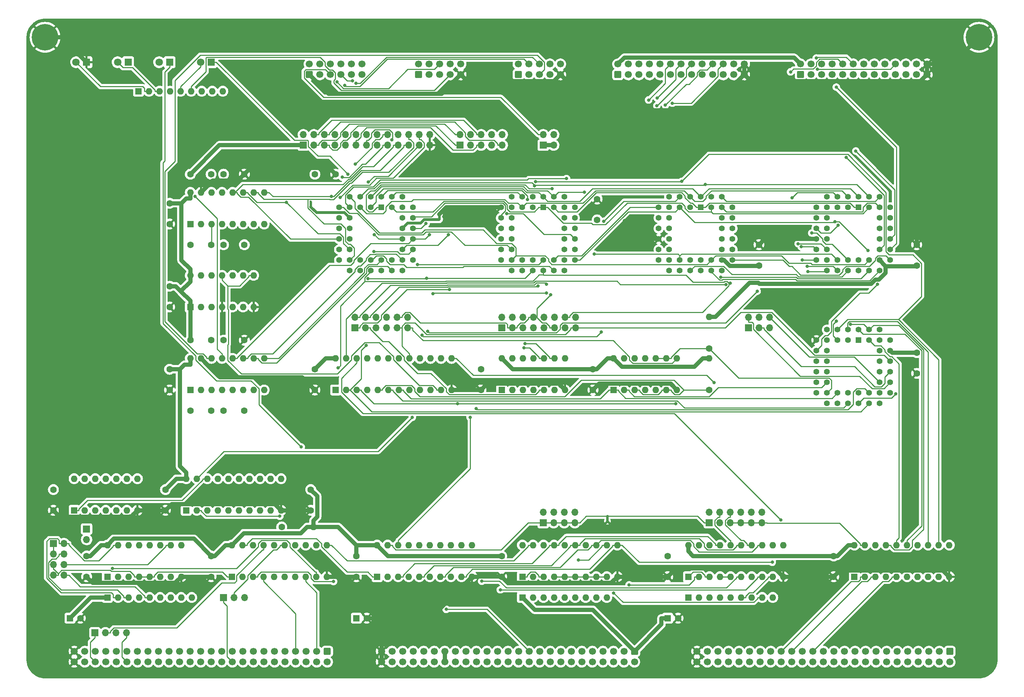
<source format=gbr>
%TF.GenerationSoftware,KiCad,Pcbnew,(6.0.11)*%
%TF.CreationDate,2023-10-31T06:11:17-04:00*%
%TF.ProjectId,input-output.Zilog,696e7075-742d-46f7-9574-7075742e5a69,rev?*%
%TF.SameCoordinates,Original*%
%TF.FileFunction,Copper,L1,Top*%
%TF.FilePolarity,Positive*%
%FSLAX46Y46*%
G04 Gerber Fmt 4.6, Leading zero omitted, Abs format (unit mm)*
G04 Created by KiCad (PCBNEW (6.0.11)) date 2023-10-31 06:11:17*
%MOMM*%
%LPD*%
G01*
G04 APERTURE LIST*
G04 Aperture macros list*
%AMRoundRect*
0 Rectangle with rounded corners*
0 $1 Rounding radius*
0 $2 $3 $4 $5 $6 $7 $8 $9 X,Y pos of 4 corners*
0 Add a 4 corners polygon primitive as box body*
4,1,4,$2,$3,$4,$5,$6,$7,$8,$9,$2,$3,0*
0 Add four circle primitives for the rounded corners*
1,1,$1+$1,$2,$3*
1,1,$1+$1,$4,$5*
1,1,$1+$1,$6,$7*
1,1,$1+$1,$8,$9*
0 Add four rect primitives between the rounded corners*
20,1,$1+$1,$2,$3,$4,$5,0*
20,1,$1+$1,$4,$5,$6,$7,0*
20,1,$1+$1,$6,$7,$8,$9,0*
20,1,$1+$1,$8,$9,$2,$3,0*%
G04 Aperture macros list end*
%TA.AperFunction,ComponentPad*%
%ADD10RoundRect,0.250000X-0.600000X0.600000X-0.600000X-0.600000X0.600000X-0.600000X0.600000X0.600000X0*%
%TD*%
%TA.AperFunction,ComponentPad*%
%ADD11C,1.700000*%
%TD*%
%TA.AperFunction,ComponentPad*%
%ADD12R,1.800000X1.800000*%
%TD*%
%TA.AperFunction,ComponentPad*%
%ADD13C,1.800000*%
%TD*%
%TA.AperFunction,ComponentPad*%
%ADD14C,6.400000*%
%TD*%
%TA.AperFunction,ComponentPad*%
%ADD15C,1.600000*%
%TD*%
%TA.AperFunction,ComponentPad*%
%ADD16R,1.700000X1.700000*%
%TD*%
%TA.AperFunction,ComponentPad*%
%ADD17O,1.700000X1.700000*%
%TD*%
%TA.AperFunction,ComponentPad*%
%ADD18R,1.600000X1.600000*%
%TD*%
%TA.AperFunction,ComponentPad*%
%ADD19O,1.600000X1.600000*%
%TD*%
%TA.AperFunction,ComponentPad*%
%ADD20RoundRect,0.250000X0.600000X-0.600000X0.600000X0.600000X-0.600000X0.600000X-0.600000X-0.600000X0*%
%TD*%
%TA.AperFunction,ComponentPad*%
%ADD21R,1.422400X1.422400*%
%TD*%
%TA.AperFunction,ComponentPad*%
%ADD22C,1.422400*%
%TD*%
%TA.AperFunction,ComponentPad*%
%ADD23C,0.600000*%
%TD*%
%TA.AperFunction,ViaPad*%
%ADD24C,0.800000*%
%TD*%
%TA.AperFunction,Conductor*%
%ADD25C,0.250000*%
%TD*%
%TA.AperFunction,Conductor*%
%ADD26C,0.700000*%
%TD*%
%TA.AperFunction,Conductor*%
%ADD27C,1.000000*%
%TD*%
G04 APERTURE END LIST*
%TO.C,NT3*%
G36*
X135300000Y-118850000D02*
G01*
X134700000Y-118850000D01*
X134700000Y-117650000D01*
X135300000Y-117650000D01*
X135300000Y-118850000D01*
G37*
%TO.C,NT2*%
G36*
X104300000Y-115850000D02*
G01*
X103700000Y-115850000D01*
X103700000Y-114650000D01*
X104300000Y-114650000D01*
X104300000Y-115850000D01*
G37*
%TO.C,NT1*%
G36*
X175800000Y-191600000D02*
G01*
X175200000Y-191600000D01*
X175200000Y-190400000D01*
X175800000Y-190400000D01*
X175800000Y-191600000D01*
G37*
%TD*%
D10*
%TO.P,P1,1,Pin_1*%
%TO.N,VCC*%
X108000000Y-223000000D03*
D11*
%TO.P,P1,2,Pin_2*%
X108000000Y-225540000D03*
%TO.P,P1,3,Pin_3*%
%TO.N,~{RD}*%
X105460000Y-223000000D03*
%TO.P,P1,4,Pin_4*%
%TO.N,/bus/E*%
X105460000Y-225540000D03*
%TO.P,P1,5,Pin_5*%
%TO.N,/bus/~{WR}*%
X102920000Y-223000000D03*
%TO.P,P1,6,Pin_6*%
%TO.N,/bus/ST*%
X102920000Y-225540000D03*
%TO.P,P1,7,Pin_7*%
%TO.N,~{IORQ}*%
X100380000Y-223000000D03*
%TO.P,P1,8,Pin_8*%
%TO.N,/bus/PHI*%
X100380000Y-225540000D03*
%TO.P,P1,9,Pin_9*%
%TO.N,/bus/~{MREQ}*%
X97840000Y-223000000D03*
%TO.P,P1,10,Pin_10*%
%TO.N,~{INT2}*%
X97840000Y-225540000D03*
%TO.P,P1,11,Pin_11*%
%TO.N,~{M1}*%
X95300000Y-223000000D03*
%TO.P,P1,12,Pin_12*%
%TO.N,~{INT1}*%
X95300000Y-225540000D03*
%TO.P,P1,13,Pin_13*%
%TO.N,/bus/~{BUSACK}*%
X92760000Y-223000000D03*
%TO.P,P1,14,Pin_14*%
%TO.N,/bus/CRUCLK*%
X92760000Y-225540000D03*
%TO.P,P1,15,Pin_15*%
%TO.N,CLK*%
X90220000Y-223000000D03*
%TO.P,P1,16,Pin_16*%
%TO.N,/bus/CRUOUT*%
X90220000Y-225540000D03*
%TO.P,P1,17,Pin_17*%
%TO.N,~{INT0}*%
X87680000Y-223000000D03*
%TO.P,P1,18,Pin_18*%
%TO.N,/bus/CRUIN*%
X87680000Y-225540000D03*
%TO.P,P1,19,Pin_19*%
%TO.N,/bus/~{NMI}*%
X85140000Y-223000000D03*
%TO.P,P1,20,Pin_20*%
%TO.N,~{RES_IN}*%
X85140000Y-225540000D03*
%TO.P,P1,21,Pin_21*%
%TO.N,~{RES_OUT}*%
X82600000Y-223000000D03*
%TO.P,P1,22,Pin_22*%
%TO.N,/bus/USER8*%
X82600000Y-225540000D03*
%TO.P,P1,23,Pin_23*%
%TO.N,/bus/~{BUSRQ}*%
X80060000Y-223000000D03*
%TO.P,P1,24,Pin_24*%
%TO.N,/bus/USER7*%
X80060000Y-225540000D03*
%TO.P,P1,25,Pin_25*%
%TO.N,~{WAIT}*%
X77520000Y-223000000D03*
%TO.P,P1,26,Pin_26*%
%TO.N,/bus/USER6*%
X77520000Y-225540000D03*
%TO.P,P1,27,Pin_27*%
%TO.N,/bus/~{HALT}*%
X74980000Y-223000000D03*
%TO.P,P1,28,Pin_28*%
%TO.N,/bus/USER5*%
X74980000Y-225540000D03*
%TO.P,P1,29,Pin_29*%
%TO.N,/bus/~{RFSH}*%
X72440000Y-223000000D03*
%TO.P,P1,30,Pin_30*%
%TO.N,/bus/USER4*%
X72440000Y-225540000D03*
%TO.P,P1,31,Pin_31*%
%TO.N,/bus/~{EIRQ7}*%
X69900000Y-223000000D03*
%TO.P,P1,32,Pin_32*%
%TO.N,/bus/USER3*%
X69900000Y-225540000D03*
%TO.P,P1,33,Pin_33*%
%TO.N,/bus/~{EIRQ6}*%
X67360000Y-223000000D03*
%TO.P,P1,34,Pin_34*%
%TO.N,/bus/USER2*%
X67360000Y-225540000D03*
%TO.P,P1,35,Pin_35*%
%TO.N,/bus/~{EIRQ5}*%
X64820000Y-223000000D03*
%TO.P,P1,36,Pin_36*%
%TO.N,/bus/USER1*%
X64820000Y-225540000D03*
%TO.P,P1,37,Pin_37*%
%TO.N,/bus/~{EIRQ4}*%
X62280000Y-223000000D03*
%TO.P,P1,38,Pin_38*%
%TO.N,/bus/USER0*%
X62280000Y-225540000D03*
%TO.P,P1,39,Pin_39*%
%TO.N,/bus/~{EIRQ3}*%
X59740000Y-223000000D03*
%TO.P,P1,40,Pin_40*%
%TO.N,~{BAI}*%
X59740000Y-225540000D03*
%TO.P,P1,41,Pin_41*%
%TO.N,/bus/~{EIRQ2}*%
X57200000Y-223000000D03*
%TO.P,P1,42,Pin_42*%
%TO.N,~{BAO}*%
X57200000Y-225540000D03*
%TO.P,P1,43,Pin_43*%
%TO.N,/bus/~{EIRQ1}*%
X54660000Y-223000000D03*
%TO.P,P1,44,Pin_44*%
%TO.N,~{IEI}*%
X54660000Y-225540000D03*
%TO.P,P1,45,Pin_45*%
%TO.N,/bus/~{EIRQ0}*%
X52120000Y-223000000D03*
%TO.P,P1,46,Pin_46*%
%TO.N,~{IEO}*%
X52120000Y-225540000D03*
%TO.P,P1,47,Pin_47*%
%TO.N,/bus/I2C_SCL*%
X49580000Y-223000000D03*
%TO.P,P1,48,Pin_48*%
%TO.N,/bus/I2C_SDA*%
X49580000Y-225540000D03*
%TO.P,P1,49,Pin_49*%
%TO.N,GND*%
X47040000Y-223000000D03*
%TO.P,P1,50,Pin_50*%
X47040000Y-225540000D03*
%TD*%
D12*
%TO.P,D5,1,K*%
%TO.N,GND*%
X50000000Y-81000000D03*
D13*
%TO.P,D5,2,A*%
%TO.N,470A*%
X47460000Y-81000000D03*
%TD*%
D14*
%TO.P,H1,1,1*%
%TO.N,GND*%
X40000000Y-75000000D03*
%TD*%
D10*
%TO.P,P3,1,Pin_1*%
%TO.N,VCC*%
X258000000Y-223000000D03*
D11*
%TO.P,P3,2,Pin_2*%
X258000000Y-225540000D03*
%TO.P,P3,3,Pin_3*%
%TO.N,/bus/D15*%
X255460000Y-223000000D03*
%TO.P,P3,4,Pin_4*%
%TO.N,/bus/D31*%
X255460000Y-225540000D03*
%TO.P,P3,5,Pin_5*%
%TO.N,/bus/D14*%
X252920000Y-223000000D03*
%TO.P,P3,6,Pin_6*%
%TO.N,/bus/D30*%
X252920000Y-225540000D03*
%TO.P,P3,7,Pin_7*%
%TO.N,/bus/D13*%
X250380000Y-223000000D03*
%TO.P,P3,8,Pin_8*%
%TO.N,/bus/D29*%
X250380000Y-225540000D03*
%TO.P,P3,9,Pin_9*%
%TO.N,/bus/D12*%
X247840000Y-223000000D03*
%TO.P,P3,10,Pin_10*%
%TO.N,/bus/D28*%
X247840000Y-225540000D03*
%TO.P,P3,11,Pin_11*%
%TO.N,/bus/D11*%
X245300000Y-223000000D03*
%TO.P,P3,12,Pin_12*%
%TO.N,/bus/D27*%
X245300000Y-225540000D03*
%TO.P,P3,13,Pin_13*%
%TO.N,/bus/D10*%
X242760000Y-223000000D03*
%TO.P,P3,14,Pin_14*%
%TO.N,/bus/D26*%
X242760000Y-225540000D03*
%TO.P,P3,15,Pin_15*%
%TO.N,/bus/D9*%
X240220000Y-223000000D03*
%TO.P,P3,16,Pin_16*%
%TO.N,/bus/D25*%
X240220000Y-225540000D03*
%TO.P,P3,17,Pin_17*%
%TO.N,/bus/D8*%
X237680000Y-223000000D03*
%TO.P,P3,18,Pin_18*%
%TO.N,/bus/D24*%
X237680000Y-225540000D03*
%TO.P,P3,19,Pin_19*%
%TO.N,D7*%
X235140000Y-223000000D03*
%TO.P,P3,20,Pin_20*%
%TO.N,/bus/D23*%
X235140000Y-225540000D03*
%TO.P,P3,21,Pin_21*%
%TO.N,D6*%
X232600000Y-223000000D03*
%TO.P,P3,22,Pin_22*%
%TO.N,/bus/D22*%
X232600000Y-225540000D03*
%TO.P,P3,23,Pin_23*%
%TO.N,D5*%
X230060000Y-223000000D03*
%TO.P,P3,24,Pin_24*%
%TO.N,/bus/D21*%
X230060000Y-225540000D03*
%TO.P,P3,25,Pin_25*%
%TO.N,D4*%
X227520000Y-223000000D03*
%TO.P,P3,26,Pin_26*%
%TO.N,/bus/D20*%
X227520000Y-225540000D03*
%TO.P,P3,27,Pin_27*%
%TO.N,D3*%
X224980000Y-223000000D03*
%TO.P,P3,28,Pin_28*%
%TO.N,/bus/D19*%
X224980000Y-225540000D03*
%TO.P,P3,29,Pin_29*%
%TO.N,D2*%
X222440000Y-223000000D03*
%TO.P,P3,30,Pin_30*%
%TO.N,/bus/D18*%
X222440000Y-225540000D03*
%TO.P,P3,31,Pin_31*%
%TO.N,D1*%
X219900000Y-223000000D03*
%TO.P,P3,32,Pin_32*%
%TO.N,/bus/D17*%
X219900000Y-225540000D03*
%TO.P,P3,33,Pin_33*%
%TO.N,D0*%
X217360000Y-223000000D03*
%TO.P,P3,34,Pin_34*%
%TO.N,/bus/D16*%
X217360000Y-225540000D03*
%TO.P,P3,35,Pin_35*%
%TO.N,/bus/~{BUSERR}*%
X214820000Y-223000000D03*
%TO.P,P3,36,Pin_36*%
%TO.N,/bus/UDS*%
X214820000Y-225540000D03*
%TO.P,P3,37,Pin_37*%
%TO.N,/bus/~{VPA}*%
X212280000Y-223000000D03*
%TO.P,P3,38,Pin_38*%
%TO.N,/bus/LDS*%
X212280000Y-225540000D03*
%TO.P,P3,39,Pin_39*%
%TO.N,/bus/~{VMA}*%
X209740000Y-223000000D03*
%TO.P,P3,40,Pin_40*%
%TO.N,/bus/S2*%
X209740000Y-225540000D03*
%TO.P,P3,41,Pin_41*%
%TO.N,/bus/~{BHE}*%
X207200000Y-223000000D03*
%TO.P,P3,42,Pin_42*%
%TO.N,/bus/S1*%
X207200000Y-225540000D03*
%TO.P,P3,43,Pin_43*%
%TO.N,/bus/IPL2*%
X204660000Y-223000000D03*
%TO.P,P3,44,Pin_44*%
%TO.N,/bus/S0*%
X204660000Y-225540000D03*
%TO.P,P3,45,Pin_45*%
%TO.N,/bus/IPL1*%
X202120000Y-223000000D03*
%TO.P,P3,46,Pin_46*%
%TO.N,/bus/AUXCLK3*%
X202120000Y-225540000D03*
%TO.P,P3,47,Pin_47*%
%TO.N,/bus/IPL0*%
X199580000Y-223000000D03*
%TO.P,P3,48,Pin_48*%
%TO.N,/bus/AUXCLK2*%
X199580000Y-225540000D03*
%TO.P,P3,49,Pin_49*%
%TO.N,GND*%
X197040000Y-223000000D03*
%TO.P,P3,50,Pin_50*%
X197040000Y-225540000D03*
%TD*%
D10*
%TO.P,P2,1,Pin_1*%
%TO.N,VCC*%
X182000000Y-223000000D03*
D11*
%TO.P,P2,2,Pin_2*%
X182000000Y-225540000D03*
%TO.P,P2,3,Pin_3*%
%TO.N,/bus/A15*%
X179460000Y-223000000D03*
%TO.P,P2,4,Pin_4*%
%TO.N,/bus/A31*%
X179460000Y-225540000D03*
%TO.P,P2,5,Pin_5*%
%TO.N,/bus/A14*%
X176920000Y-223000000D03*
%TO.P,P2,6,Pin_6*%
%TO.N,/bus/A30*%
X176920000Y-225540000D03*
%TO.P,P2,7,Pin_7*%
%TO.N,/bus/A13*%
X174380000Y-223000000D03*
%TO.P,P2,8,Pin_8*%
%TO.N,/bus/A29*%
X174380000Y-225540000D03*
%TO.P,P2,9,Pin_9*%
%TO.N,/bus/A12*%
X171840000Y-223000000D03*
%TO.P,P2,10,Pin_10*%
%TO.N,/bus/A28*%
X171840000Y-225540000D03*
%TO.P,P2,11,Pin_11*%
%TO.N,/bus/A11*%
X169300000Y-223000000D03*
%TO.P,P2,12,Pin_12*%
%TO.N,/bus/A27*%
X169300000Y-225540000D03*
%TO.P,P2,13,Pin_13*%
%TO.N,/bus/A10*%
X166760000Y-223000000D03*
%TO.P,P2,14,Pin_14*%
%TO.N,/bus/A26*%
X166760000Y-225540000D03*
%TO.P,P2,15,Pin_15*%
%TO.N,/bus/A9*%
X164220000Y-223000000D03*
%TO.P,P2,16,Pin_16*%
%TO.N,/bus/A25*%
X164220000Y-225540000D03*
%TO.P,P2,17,Pin_17*%
%TO.N,/bus/A8*%
X161680000Y-223000000D03*
%TO.P,P2,18,Pin_18*%
%TO.N,/bus/A24*%
X161680000Y-225540000D03*
%TO.P,P2,19,Pin_19*%
%TO.N,+12V*%
X159140000Y-223000000D03*
%TO.P,P2,20,Pin_20*%
X159140000Y-225540000D03*
%TO.P,P2,21,Pin_21*%
%TO.N,A7*%
X156600000Y-223000000D03*
%TO.P,P2,22,Pin_22*%
%TO.N,/bus/A23*%
X156600000Y-225540000D03*
%TO.P,P2,23,Pin_23*%
%TO.N,A6*%
X154060000Y-223000000D03*
%TO.P,P2,24,Pin_24*%
%TO.N,/bus/A22*%
X154060000Y-225540000D03*
%TO.P,P2,25,Pin_25*%
%TO.N,A5*%
X151520000Y-223000000D03*
%TO.P,P2,26,Pin_26*%
%TO.N,/bus/A21*%
X151520000Y-225540000D03*
%TO.P,P2,27,Pin_27*%
%TO.N,A4*%
X148980000Y-223000000D03*
%TO.P,P2,28,Pin_28*%
%TO.N,/bus/A20*%
X148980000Y-225540000D03*
%TO.P,P2,29,Pin_29*%
%TO.N,A3*%
X146440000Y-223000000D03*
%TO.P,P2,30,Pin_30*%
%TO.N,/bus/A19*%
X146440000Y-225540000D03*
%TO.P,P2,31,Pin_31*%
%TO.N,A2*%
X143900000Y-223000000D03*
%TO.P,P2,32,Pin_32*%
%TO.N,/bus/A18*%
X143900000Y-225540000D03*
%TO.P,P2,33,Pin_33*%
%TO.N,A1*%
X141360000Y-223000000D03*
%TO.P,P2,34,Pin_34*%
%TO.N,/bus/A17*%
X141360000Y-225540000D03*
%TO.P,P2,35,Pin_35*%
%TO.N,A0*%
X138820000Y-223000000D03*
%TO.P,P2,36,Pin_36*%
%TO.N,/bus/A16*%
X138820000Y-225540000D03*
%TO.P,P2,37,Pin_37*%
%TO.N,-12V*%
X136280000Y-223000000D03*
%TO.P,P2,38,Pin_38*%
X136280000Y-225540000D03*
%TO.P,P2,39,Pin_39*%
%TO.N,/bus/IC3*%
X133740000Y-223000000D03*
%TO.P,P2,40,Pin_40*%
%TO.N,/bus/~{TEND1}*%
X133740000Y-225540000D03*
%TO.P,P2,41,Pin_41*%
%TO.N,/bus/IC2*%
X131200000Y-223000000D03*
%TO.P,P2,42,Pin_42*%
%TO.N,/bus/~{DREQ1}*%
X131200000Y-225540000D03*
%TO.P,P2,43,Pin_43*%
%TO.N,/bus/IC1*%
X128660000Y-223000000D03*
%TO.P,P2,44,Pin_44*%
%TO.N,/bus/~{TEND0}*%
X128660000Y-225540000D03*
%TO.P,P2,45,Pin_45*%
%TO.N,/bus/IC0*%
X126120000Y-223000000D03*
%TO.P,P2,46,Pin_46*%
%TO.N,/bus/~{DREQ0}*%
X126120000Y-225540000D03*
%TO.P,P2,47,Pin_47*%
%TO.N,/bus/AUXCLK1*%
X123580000Y-223000000D03*
%TO.P,P2,48,Pin_48*%
%TO.N,/bus/AUXCLK0*%
X123580000Y-225540000D03*
%TO.P,P2,49,Pin_49*%
%TO.N,GND*%
X121040000Y-223000000D03*
%TO.P,P2,50,Pin_50*%
X121040000Y-225540000D03*
%TD*%
D15*
%TO.P,C1,1*%
%TO.N,VCC*%
X105000000Y-108000000D03*
%TO.P,C1,2*%
%TO.N,GND*%
X110000000Y-108000000D03*
%TD*%
D14*
%TO.P,H2,1,1*%
%TO.N,GND*%
X265000000Y-75000000D03*
%TD*%
D16*
%TO.P,JP2,1,Pin_1*%
%TO.N,ZERO*%
X160000000Y-192000000D03*
D17*
%TO.P,JP2,2,Pin_2*%
%TO.N,Net-(JP2-Pad2)*%
X160000000Y-189460000D03*
%TO.P,JP2,3,Pin_3*%
%TO.N,ZERO*%
X162540000Y-192000000D03*
%TO.P,JP2,4,Pin_4*%
%TO.N,Net-(JP2-Pad4)*%
X162540000Y-189460000D03*
%TO.P,JP2,5,Pin_5*%
%TO.N,ZERO*%
X165080000Y-192000000D03*
%TO.P,JP2,6,Pin_6*%
%TO.N,Net-(JP2-Pad6)*%
X165080000Y-189460000D03*
%TO.P,JP2,7,Pin_7*%
%TO.N,ZERO*%
X167620000Y-192000000D03*
%TO.P,JP2,8,Pin_8*%
%TO.N,Net-(JP2-Pad8)*%
X167620000Y-189460000D03*
%TD*%
D18*
%TO.P,RN2,1,common*%
%TO.N,VCC*%
X155000000Y-210000000D03*
D19*
%TO.P,RN2,2,R1*%
%TO.N,Net-(JP2-Pad2)*%
X157540000Y-210000000D03*
%TO.P,RN2,3,R2*%
%TO.N,Net-(JP2-Pad4)*%
X160080000Y-210000000D03*
%TO.P,RN2,4,R3*%
%TO.N,Net-(JP2-Pad6)*%
X162620000Y-210000000D03*
%TO.P,RN2,5,R4*%
%TO.N,Net-(JP2-Pad8)*%
X165160000Y-210000000D03*
%TO.P,RN2,6,R5*%
%TO.N,IEO_SIO1*%
X167700000Y-210000000D03*
%TO.P,RN2,7,R6*%
%TO.N,IEO_CTC1*%
X170240000Y-210000000D03*
%TO.P,RN2,8,R7*%
%TO.N,IEO_PIO1*%
X172780000Y-210000000D03*
%TO.P,RN2,9,R8*%
%TO.N,Net-(RN2-Pad9)*%
X175320000Y-210000000D03*
%TD*%
D18*
%TO.P,U24,1,G*%
%TO.N,ZERO*%
X155000000Y-205000000D03*
D19*
%TO.P,U24,2,P0*%
%TO.N,~{bIORQ}*%
X157540000Y-205000000D03*
%TO.P,U24,3,R0*%
%TO.N,ZERO*%
X160080000Y-205000000D03*
%TO.P,U24,4,P1*%
%TO.N,Net-(RN2-Pad9)*%
X162620000Y-205000000D03*
%TO.P,U24,5,R1*%
X165160000Y-205000000D03*
%TO.P,U24,6,P2*%
X167700000Y-205000000D03*
%TO.P,U24,7,R2*%
X170240000Y-205000000D03*
%TO.P,U24,8,P3*%
X172780000Y-205000000D03*
%TO.P,U24,9,R3*%
X175320000Y-205000000D03*
%TO.P,U24,10,GND*%
%TO.N,GND*%
X177860000Y-205000000D03*
%TO.P,U24,11,P4*%
%TO.N,bA4*%
X177860000Y-197380000D03*
%TO.P,U24,12,R4*%
%TO.N,Net-(JP2-Pad8)*%
X175320000Y-197380000D03*
%TO.P,U24,13,P5*%
%TO.N,bA5*%
X172780000Y-197380000D03*
%TO.P,U24,14,R5*%
%TO.N,Net-(JP2-Pad6)*%
X170240000Y-197380000D03*
%TO.P,U24,15,P6*%
%TO.N,bA6*%
X167700000Y-197380000D03*
%TO.P,U24,16,R6*%
%TO.N,Net-(JP2-Pad4)*%
X165160000Y-197380000D03*
%TO.P,U24,17,P7*%
%TO.N,bA7*%
X162620000Y-197380000D03*
%TO.P,U24,18,R7*%
%TO.N,Net-(JP2-Pad2)*%
X160080000Y-197380000D03*
%TO.P,U24,19,P=R*%
%TO.N,~{CS1}*%
X157540000Y-197380000D03*
%TO.P,U24,20,VCC*%
%TO.N,VCC*%
X155000000Y-197380000D03*
%TD*%
D15*
%TO.P,C2,1*%
%TO.N,VCC*%
X80000000Y-200000000D03*
%TO.P,C2,2*%
%TO.N,GND*%
X80000000Y-205000000D03*
%TD*%
%TO.P,C3,1*%
%TO.N,VCC*%
X105000000Y-155000000D03*
%TO.P,C3,2*%
%TO.N,GND*%
X105000000Y-160000000D03*
%TD*%
%TO.P,C7,1*%
%TO.N,VCC*%
X172000000Y-155000000D03*
%TO.P,C7,2*%
%TO.N,GND*%
X172000000Y-160000000D03*
%TD*%
%TO.P,C8,1*%
%TO.N,VCC*%
X212000000Y-130000000D03*
%TO.P,C8,2*%
%TO.N,GND*%
X212000000Y-125000000D03*
%TD*%
D18*
%TO.P,C10,1*%
%TO.N,VCC*%
X46000000Y-215000000D03*
D15*
%TO.P,C10,2*%
%TO.N,GND*%
X48500000Y-215000000D03*
%TD*%
D18*
%TO.P,C11,1*%
%TO.N,VCC*%
X115000000Y-215000000D03*
D15*
%TO.P,C11,2*%
%TO.N,GND*%
X117500000Y-215000000D03*
%TD*%
%TO.P,C12,1*%
%TO.N,VCC*%
X173000000Y-119000000D03*
%TO.P,C12,2*%
%TO.N,GND*%
X173000000Y-114000000D03*
%TD*%
%TO.P,C13,1*%
%TO.N,VCC*%
X150000000Y-200000000D03*
%TO.P,C13,2*%
%TO.N,GND*%
X150000000Y-205000000D03*
%TD*%
%TO.P,C24,1*%
%TO.N,VCC*%
X145000000Y-155000000D03*
%TO.P,C24,2*%
%TO.N,GND*%
X145000000Y-160000000D03*
%TD*%
D12*
%TO.P,D1,1,K*%
%TO.N,Net-(D1-Pad1)*%
X60000000Y-81000000D03*
D13*
%TO.P,D1,2,A*%
%TO.N,470B*%
X57460000Y-81000000D03*
%TD*%
D12*
%TO.P,D3,1,K*%
%TO.N,~{bINT}*%
X80000000Y-81000000D03*
D13*
%TO.P,D3,2,A*%
%TO.N,470D*%
X77460000Y-81000000D03*
%TD*%
D16*
%TO.P,J2,1,Pin_1*%
%TO.N,VCC*%
X160000000Y-101000000D03*
D17*
%TO.P,J2,2,Pin_2*%
%TO.N,/CTC-SIO/1PWRA*%
X160000000Y-98460000D03*
%TO.P,J2,3,Pin_3*%
%TO.N,VCC*%
X162540000Y-101000000D03*
%TO.P,J2,4,Pin_4*%
%TO.N,/CTC-SIO/1PWRB*%
X162540000Y-98460000D03*
%TD*%
D20*
%TO.P,X8,1,Pin_1*%
%TO.N,GND*%
X103650000Y-84000000D03*
D11*
%TO.P,X8,2,Pin_2*%
X103650000Y-81460000D03*
%TO.P,X8,3,Pin_3*%
%TO.N,/CTC-SIO/~{1RTSA}*%
X106190000Y-84000000D03*
%TO.P,X8,4,Pin_4*%
%TO.N,/CTC-SIO/~{1RTSB}*%
X106190000Y-81460000D03*
%TO.P,X8,5,Pin_5*%
%TO.N,/CTC-SIO/1PWRA*%
X108730000Y-84000000D03*
%TO.P,X8,6,Pin_6*%
%TO.N,/CTC-SIO/1PWRB*%
X108730000Y-81460000D03*
%TO.P,X8,7,Pin_7*%
%TO.N,/CTC-SIO/1RXDA*%
X111270000Y-84000000D03*
%TO.P,X8,8,Pin_8*%
%TO.N,/CTC-SIO/1RXDB*%
X111270000Y-81460000D03*
%TO.P,X8,9,Pin_9*%
%TO.N,/CTC-SIO/1TXDA*%
X113810000Y-84000000D03*
%TO.P,X8,10,Pin_10*%
%TO.N,/CTC-SIO/1TXDB*%
X113810000Y-81460000D03*
%TO.P,X8,11,Pin_11*%
%TO.N,/CTC-SIO/~{1CTSA}*%
X116350000Y-84000000D03*
%TO.P,X8,12,Pin_12*%
%TO.N,/CTC-SIO/~{1CTSB}*%
X116350000Y-81460000D03*
%TD*%
D16*
%TO.P,X5,1,Pin_1*%
%TO.N,unconnected-(X5-Pad1)*%
X150000000Y-145000000D03*
D17*
%TO.P,X5,2,Pin_2*%
%TO.N,unconnected-(X5-Pad2)*%
X150000000Y-142460000D03*
%TO.P,X5,3,Pin_3*%
%TO.N,/CTC-SIO/1PHI_X*%
X152540000Y-145000000D03*
%TO.P,X5,4,Pin_4*%
%TO.N,/CTC-SIO/1Q3B*%
X152540000Y-142460000D03*
%TO.P,X5,5,Pin_5*%
%TO.N,/CTC-SIO/1Q2B*%
X155080000Y-145000000D03*
%TO.P,X5,6,Pin_6*%
%TO.N,/CTC-SIO/1Q1B*%
X155080000Y-142460000D03*
%TO.P,X5,7,Pin_7*%
%TO.N,/CTC-SIO/1Q0B*%
X157620000Y-145000000D03*
%TO.P,X5,8,Pin_8*%
%TO.N,/CTC-SIO/1PHI_X*%
X157620000Y-142460000D03*
%TO.P,X5,9,Pin_9*%
%TO.N,/CTC-SIO/1Q2A*%
X160160000Y-145000000D03*
%TO.P,X5,10,Pin_10*%
%TO.N,/CTC-SIO/1Q3A*%
X160160000Y-142460000D03*
%TO.P,X5,11,Pin_11*%
%TO.N,/CTC-SIO/1PHI_X*%
X162700000Y-145000000D03*
%TO.P,X5,12,Pin_12*%
%TO.N,/CTC-SIO/1Q1A*%
X162700000Y-142460000D03*
%TO.P,X5,13,Pin_13*%
%TO.N,/CTC-SIO/1Q0A*%
X165240000Y-145000000D03*
%TO.P,X5,14,Pin_14*%
%TO.N,bCLK*%
X165240000Y-142460000D03*
%TO.P,X5,15,Pin_15*%
%TO.N,CLK_ZILOG*%
X167780000Y-145000000D03*
%TO.P,X5,16,Pin_16*%
%TO.N,/CTC-SIO/1CPA*%
X167780000Y-142460000D03*
%TD*%
D15*
%TO.P,R10,1*%
%TO.N,~{IEO}*%
X200000000Y-160000000D03*
D19*
%TO.P,R10,2*%
%TO.N,VCC*%
X200000000Y-152380000D03*
%TD*%
D15*
%TO.P,R11,1*%
%TO.N,~{bINT}*%
X200000000Y-150000000D03*
D19*
%TO.P,R11,2*%
%TO.N,VCC*%
X200000000Y-142380000D03*
%TD*%
D18*
%TO.P,U2,1,OEa*%
%TO.N,ZERO*%
X120000000Y-205000000D03*
D19*
%TO.P,U2,2,I0a*%
%TO.N,A0*%
X122540000Y-205000000D03*
%TO.P,U2,3,O3b*%
%TO.N,bA7*%
X125080000Y-205000000D03*
%TO.P,U2,4,I1a*%
%TO.N,A1*%
X127620000Y-205000000D03*
%TO.P,U2,5,O2b*%
%TO.N,bA6*%
X130160000Y-205000000D03*
%TO.P,U2,6,I2a*%
%TO.N,A2*%
X132700000Y-205000000D03*
%TO.P,U2,7,O1b*%
%TO.N,bA5*%
X135240000Y-205000000D03*
%TO.P,U2,8,I3a*%
%TO.N,A3*%
X137780000Y-205000000D03*
%TO.P,U2,9,O0b*%
%TO.N,bA4*%
X140320000Y-205000000D03*
%TO.P,U2,10,GND*%
%TO.N,GND*%
X142860000Y-205000000D03*
%TO.P,U2,11,I0b*%
%TO.N,A4*%
X142860000Y-197380000D03*
%TO.P,U2,12,O3a*%
%TO.N,bA3*%
X140320000Y-197380000D03*
%TO.P,U2,13,I1b*%
%TO.N,A5*%
X137780000Y-197380000D03*
%TO.P,U2,14,O2a*%
%TO.N,bA2*%
X135240000Y-197380000D03*
%TO.P,U2,15,I2b*%
%TO.N,A6*%
X132700000Y-197380000D03*
%TO.P,U2,16,O1a*%
%TO.N,bA1*%
X130160000Y-197380000D03*
%TO.P,U2,17,I3b*%
%TO.N,A7*%
X127620000Y-197380000D03*
%TO.P,U2,18,O0a*%
%TO.N,bA0*%
X125080000Y-197380000D03*
%TO.P,U2,19,OEb*%
%TO.N,ZERO*%
X122540000Y-197380000D03*
%TO.P,U2,20,VCC*%
%TO.N,VCC*%
X120000000Y-197380000D03*
%TD*%
D18*
%TO.P,U3,1,A->B*%
%TO.N,DATA_DIR*%
X235000000Y-205000000D03*
D19*
%TO.P,U3,2,A0*%
%TO.N,D0*%
X237540000Y-205000000D03*
%TO.P,U3,3,A1*%
%TO.N,D1*%
X240080000Y-205000000D03*
%TO.P,U3,4,A2*%
%TO.N,D2*%
X242620000Y-205000000D03*
%TO.P,U3,5,A3*%
%TO.N,D3*%
X245160000Y-205000000D03*
%TO.P,U3,6,A4*%
%TO.N,D4*%
X247700000Y-205000000D03*
%TO.P,U3,7,A5*%
%TO.N,D5*%
X250240000Y-205000000D03*
%TO.P,U3,8,A6*%
%TO.N,D6*%
X252780000Y-205000000D03*
%TO.P,U3,9,A7*%
%TO.N,D7*%
X255320000Y-205000000D03*
%TO.P,U3,10,GND*%
%TO.N,GND*%
X257860000Y-205000000D03*
%TO.P,U3,11,B7*%
%TO.N,bD7*%
X257860000Y-197380000D03*
%TO.P,U3,12,B6*%
%TO.N,bD6*%
X255320000Y-197380000D03*
%TO.P,U3,13,B5*%
%TO.N,bD5*%
X252780000Y-197380000D03*
%TO.P,U3,14,B4*%
%TO.N,bD4*%
X250240000Y-197380000D03*
%TO.P,U3,15,B3*%
%TO.N,bD3*%
X247700000Y-197380000D03*
%TO.P,U3,16,B2*%
%TO.N,bD2*%
X245160000Y-197380000D03*
%TO.P,U3,17,B1*%
%TO.N,bD1*%
X242620000Y-197380000D03*
%TO.P,U3,18,B0*%
%TO.N,bD0*%
X240080000Y-197380000D03*
%TO.P,U3,19,CE*%
%TO.N,ZERO*%
X237540000Y-197380000D03*
%TO.P,U3,20,VCC*%
%TO.N,VCC*%
X235000000Y-197380000D03*
%TD*%
D18*
%TO.P,U8,1,Pin_1*%
%TO.N,VCC*%
X75000000Y-140000000D03*
D19*
%TO.P,U8,2,Pin_2*%
%TO.N,unconnected-(U8-Pad2)*%
X77540000Y-140000000D03*
%TO.P,U8,3,Pin_3*%
%TO.N,unconnected-(U8-Pad3)*%
X80080000Y-140000000D03*
%TO.P,U8,4,Pin_4*%
%TO.N,GND*%
X82620000Y-140000000D03*
%TO.P,U8,5,Pin_5*%
%TO.N,unconnected-(U8-Pad5)*%
X85160000Y-140000000D03*
%TO.P,U8,6,Pin_6*%
%TO.N,unconnected-(U8-Pad6)*%
X87700000Y-140000000D03*
%TO.P,U8,7,Pin_7*%
%TO.N,GND*%
X90240000Y-140000000D03*
%TO.P,U8,8,Pin_8*%
%TO.N,BASE_CLK*%
X90240000Y-132380000D03*
%TO.P,U8,9,Pin_9*%
%TO.N,unconnected-(U8-Pad9)*%
X87700000Y-132380000D03*
%TO.P,U8,10,Pin_10*%
%TO.N,unconnected-(U8-Pad10)*%
X85160000Y-132380000D03*
%TO.P,U8,11,Pin_11*%
%TO.N,BASE_CLK*%
X82620000Y-132380000D03*
%TO.P,U8,12,Pin_12*%
%TO.N,unconnected-(U8-Pad12)*%
X80080000Y-132380000D03*
%TO.P,U8,13,Pin_13*%
%TO.N,unconnected-(U8-Pad13)*%
X77540000Y-132380000D03*
%TO.P,U8,14,Pin_14*%
%TO.N,VCC*%
X75000000Y-132380000D03*
%TD*%
D21*
%TO.P,U14,1,D2*%
%TO.N,bD2*%
X236000000Y-116000000D03*
D22*
%TO.P,U14,2,D7*%
%TO.N,bD7*%
X233460000Y-113460000D03*
%TO.P,U14,3,D6*%
%TO.N,bD6*%
X233460000Y-116000000D03*
%TO.P,U14,4,~{CE}*%
%TO.N,~{CS_PIO2}*%
X230920000Y-113460000D03*
%TO.P,U14,5,C/~{D}*%
%TO.N,bA1*%
X230920000Y-116000000D03*
%TO.P,U14,6,NC*%
%TO.N,unconnected-(U14-Pad6)*%
X228380000Y-113460000D03*
%TO.P,U14,7,B/~{A}*%
%TO.N,bA0*%
X225840000Y-116000000D03*
%TO.P,U14,8,PA7*%
%TO.N,/dualPIO/2PA7*%
X228380000Y-116000000D03*
%TO.P,U14,9,PA6*%
%TO.N,/dualPIO/2PA6*%
X225840000Y-118540000D03*
%TO.P,U14,10,PA5*%
%TO.N,/dualPIO/2PA5*%
X228380000Y-118540000D03*
%TO.P,U14,11,PA4*%
%TO.N,/dualPIO/2PA4*%
X225840000Y-121080000D03*
%TO.P,U14,12,NC*%
%TO.N,unconnected-(U14-Pad12)*%
X228380000Y-121080000D03*
%TO.P,U14,13,GND*%
%TO.N,GND*%
X225840000Y-123620000D03*
%TO.P,U14,14,PA3*%
%TO.N,/dualPIO/2PA3*%
X228380000Y-123620000D03*
%TO.P,U14,15,PA2*%
%TO.N,/dualPIO/2PA2*%
X225840000Y-126160000D03*
%TO.P,U14,16,PA1*%
%TO.N,/dualPIO/2PA1*%
X228380000Y-126160000D03*
%TO.P,U14,17,PA0*%
%TO.N,/dualPIO/2PA0*%
X225840000Y-128700000D03*
%TO.P,U14,18,~{ASTB}*%
%TO.N,/dualPIO/~{2ASTB}*%
X228380000Y-131240000D03*
%TO.P,U14,19,~{BSTB}*%
%TO.N,/dualPIO/~{2BSTB}*%
X228380000Y-128700000D03*
%TO.P,U14,20,ARDY*%
%TO.N,/dualPIO/2ARDY*%
X230920000Y-131240000D03*
%TO.P,U14,21,D0*%
%TO.N,bD0*%
X230920000Y-128700000D03*
%TO.P,U14,22,D1*%
%TO.N,bD1*%
X233460000Y-131240000D03*
%TO.P,U14,23,BRDY*%
%TO.N,/dualPIO/2BRDY*%
X233460000Y-128700000D03*
%TO.P,U14,24,NC*%
%TO.N,unconnected-(U14-Pad24)*%
X236000000Y-131240000D03*
%TO.P,U14,25,NC*%
%TO.N,unconnected-(U14-Pad25)*%
X236000000Y-128700000D03*
%TO.P,U14,26,IEO*%
%TO.N,IEO_PIO2*%
X238540000Y-131240000D03*
%TO.P,U14,27,~{INT}*%
%TO.N,~{bINT}*%
X238540000Y-128700000D03*
%TO.P,U14,28,IEI*%
%TO.N,IEO_PIO1*%
X241080000Y-131240000D03*
%TO.P,U14,29,CLK*%
%TO.N,bCLK*%
X243620000Y-128700000D03*
%TO.P,U14,30,VCC*%
%TO.N,VCC*%
X241080000Y-128700000D03*
%TO.P,U14,31,PB0*%
%TO.N,/dualPIO/2PB0*%
X243620000Y-126160000D03*
%TO.P,U14,32,PB1*%
%TO.N,/dualPIO/2PB1*%
X241080000Y-126160000D03*
%TO.P,U14,33,PB2*%
%TO.N,/dualPIO/2PB2*%
X243620000Y-123620000D03*
%TO.P,U14,34,PB3*%
%TO.N,/dualPIO/2PB3*%
X241080000Y-123620000D03*
%TO.P,U14,35,PB4*%
%TO.N,/dualPIO/2PB4*%
X243620000Y-121080000D03*
%TO.P,U14,36,PB5*%
%TO.N,/dualPIO/2PB5*%
X241080000Y-121080000D03*
%TO.P,U14,37,PB6*%
%TO.N,/dualPIO/2PB6*%
X243620000Y-118540000D03*
%TO.P,U14,38,PB7*%
%TO.N,/dualPIO/2PB7*%
X241080000Y-118540000D03*
%TO.P,U14,39,~{RD}*%
%TO.N,~{bRD}*%
X243620000Y-116000000D03*
%TO.P,U14,40,~{IORQ}*%
%TO.N,~{bIORQ}*%
X241080000Y-113460000D03*
%TO.P,U14,41,~{M1}*%
%TO.N,~{PM1}*%
X241080000Y-116000000D03*
%TO.P,U14,42,D5*%
%TO.N,bD5*%
X238540000Y-113460000D03*
%TO.P,U14,43,D4*%
%TO.N,bD4*%
X238540000Y-116000000D03*
%TO.P,U14,44,D3*%
%TO.N,bD3*%
X236000000Y-113460000D03*
%TD*%
D21*
%TO.P,U18,1,D2*%
%TO.N,bD2*%
X198000000Y-116000000D03*
D22*
%TO.P,U18,2,D7*%
%TO.N,bD7*%
X195460000Y-113460000D03*
%TO.P,U18,3,D6*%
%TO.N,bD6*%
X195460000Y-116000000D03*
%TO.P,U18,4,~{CE}*%
%TO.N,~{CS_PIO1}*%
X192920000Y-113460000D03*
%TO.P,U18,5,C/~{D}*%
%TO.N,bA1*%
X192920000Y-116000000D03*
%TO.P,U18,6,NC*%
%TO.N,unconnected-(U18-Pad6)*%
X190380000Y-113460000D03*
%TO.P,U18,7,B/~{A}*%
%TO.N,bA0*%
X187840000Y-116000000D03*
%TO.P,U18,8,PA7*%
%TO.N,/dualPIO/1PA7*%
X190380000Y-116000000D03*
%TO.P,U18,9,PA6*%
%TO.N,/dualPIO/1PA6*%
X187840000Y-118540000D03*
%TO.P,U18,10,PA5*%
%TO.N,/dualPIO/1PA5*%
X190380000Y-118540000D03*
%TO.P,U18,11,PA4*%
%TO.N,/dualPIO/1PA4*%
X187840000Y-121080000D03*
%TO.P,U18,12,NC*%
%TO.N,unconnected-(U18-Pad12)*%
X190380000Y-121080000D03*
%TO.P,U18,13,GND*%
%TO.N,GND*%
X187840000Y-123620000D03*
%TO.P,U18,14,PA3*%
%TO.N,/dualPIO/1PA3*%
X190380000Y-123620000D03*
%TO.P,U18,15,PA2*%
%TO.N,/dualPIO/1PA2*%
X187840000Y-126160000D03*
%TO.P,U18,16,PA1*%
%TO.N,/dualPIO/1PA1*%
X190380000Y-126160000D03*
%TO.P,U18,17,PA0*%
%TO.N,/dualPIO/1PA0*%
X187840000Y-128700000D03*
%TO.P,U18,18,~{ASTB}*%
%TO.N,/dualPIO/~{1ASTB}*%
X190380000Y-131240000D03*
%TO.P,U18,19,~{BSTB}*%
%TO.N,/dualPIO/~{1BSTB}*%
X190380000Y-128700000D03*
%TO.P,U18,20,ARDY*%
%TO.N,/dualPIO/1ARDY*%
X192920000Y-131240000D03*
%TO.P,U18,21,D0*%
%TO.N,bD0*%
X192920000Y-128700000D03*
%TO.P,U18,22,D1*%
%TO.N,bD1*%
X195460000Y-131240000D03*
%TO.P,U18,23,BRDY*%
%TO.N,/dualPIO/1BRDY*%
X195460000Y-128700000D03*
%TO.P,U18,24,NC*%
%TO.N,unconnected-(U18-Pad24)*%
X198000000Y-131240000D03*
%TO.P,U18,25,NC*%
%TO.N,unconnected-(U18-Pad25)*%
X198000000Y-128700000D03*
%TO.P,U18,26,IEO*%
%TO.N,IEO_PIO1*%
X200540000Y-131240000D03*
%TO.P,U18,27,~{INT}*%
%TO.N,~{bINT}*%
X200540000Y-128700000D03*
%TO.P,U18,28,IEI*%
%TO.N,IEO_SIO1*%
X203080000Y-131240000D03*
%TO.P,U18,29,CLK*%
%TO.N,bCLK*%
X205620000Y-128700000D03*
%TO.P,U18,30,VCC*%
%TO.N,VCC*%
X203080000Y-128700000D03*
%TO.P,U18,31,PB0*%
%TO.N,/dualPIO/1PB0*%
X205620000Y-126160000D03*
%TO.P,U18,32,PB1*%
%TO.N,/dualPIO/1PB1*%
X203080000Y-126160000D03*
%TO.P,U18,33,PB2*%
%TO.N,/dualPIO/1PB2*%
X205620000Y-123620000D03*
%TO.P,U18,34,PB3*%
%TO.N,/dualPIO/1PB3*%
X203080000Y-123620000D03*
%TO.P,U18,35,PB4*%
%TO.N,/dualPIO/1PB4*%
X205620000Y-121080000D03*
%TO.P,U18,36,PB5*%
%TO.N,/dualPIO/1PB5*%
X203080000Y-121080000D03*
%TO.P,U18,37,PB6*%
%TO.N,/dualPIO/1PB6*%
X205620000Y-118540000D03*
%TO.P,U18,38,PB7*%
%TO.N,/dualPIO/1PB7*%
X203080000Y-118540000D03*
%TO.P,U18,39,~{RD}*%
%TO.N,~{bRD}*%
X205620000Y-116000000D03*
%TO.P,U18,40,~{IORQ}*%
%TO.N,~{bIORQ}*%
X203080000Y-113460000D03*
%TO.P,U18,41,~{M1}*%
%TO.N,~{PM1}*%
X203080000Y-116000000D03*
%TO.P,U18,42,D5*%
%TO.N,bD5*%
X200540000Y-113460000D03*
%TO.P,U18,43,D4*%
%TO.N,bD4*%
X200540000Y-116000000D03*
%TO.P,U18,44,D3*%
%TO.N,bD3*%
X198000000Y-113460000D03*
%TD*%
D20*
%TO.P,X1,1,Pin_1*%
%TO.N,VCC*%
X178000000Y-84000000D03*
D11*
%TO.P,X1,2,Pin_2*%
X178000000Y-81460000D03*
%TO.P,X1,3,Pin_3*%
%TO.N,/dualPIO/1BRDY*%
X180540000Y-84000000D03*
%TO.P,X1,4,Pin_4*%
%TO.N,/dualPIO/1ARDY*%
X180540000Y-81460000D03*
%TO.P,X1,5,Pin_5*%
%TO.N,/dualPIO/~{1BSTB}*%
X183080000Y-84000000D03*
%TO.P,X1,6,Pin_6*%
%TO.N,/dualPIO/~{1ASTB}*%
X183080000Y-81460000D03*
%TO.P,X1,7,Pin_7*%
%TO.N,/dualPIO/1PB0*%
X185620000Y-84000000D03*
%TO.P,X1,8,Pin_8*%
%TO.N,/dualPIO/1PA0*%
X185620000Y-81460000D03*
%TO.P,X1,9,Pin_9*%
%TO.N,/dualPIO/1PB1*%
X188160000Y-84000000D03*
%TO.P,X1,10,Pin_10*%
%TO.N,/dualPIO/1PA1*%
X188160000Y-81460000D03*
%TO.P,X1,11,Pin_11*%
%TO.N,/dualPIO/1PB2*%
X190700000Y-84000000D03*
%TO.P,X1,12,Pin_12*%
%TO.N,/dualPIO/1PA2*%
X190700000Y-81460000D03*
%TO.P,X1,13,Pin_13*%
%TO.N,/dualPIO/1PB3*%
X193240000Y-84000000D03*
%TO.P,X1,14,Pin_14*%
%TO.N,/dualPIO/1PA3*%
X193240000Y-81460000D03*
%TO.P,X1,15,Pin_15*%
%TO.N,/dualPIO/1PB4*%
X195780000Y-84000000D03*
%TO.P,X1,16,Pin_16*%
%TO.N,/dualPIO/1PA4*%
X195780000Y-81460000D03*
%TO.P,X1,17,Pin_17*%
%TO.N,/dualPIO/1PB5*%
X198320000Y-84000000D03*
%TO.P,X1,18,Pin_18*%
%TO.N,/dualPIO/1PA5*%
X198320000Y-81460000D03*
%TO.P,X1,19,Pin_19*%
%TO.N,/dualPIO/1PB6*%
X200860000Y-84000000D03*
%TO.P,X1,20,Pin_20*%
%TO.N,/dualPIO/1PA6*%
X200860000Y-81460000D03*
%TO.P,X1,21,Pin_21*%
%TO.N,/dualPIO/1PB7*%
X203400000Y-84000000D03*
%TO.P,X1,22,Pin_22*%
%TO.N,/dualPIO/1PA7*%
X203400000Y-81460000D03*
%TO.P,X1,23,Pin_23*%
%TO.N,unconnected-(X1-Pad23)*%
X205940000Y-84000000D03*
%TO.P,X1,24,Pin_24*%
%TO.N,unconnected-(X1-Pad24)*%
X205940000Y-81460000D03*
%TO.P,X1,25,Pin_25*%
%TO.N,GND*%
X208480000Y-84000000D03*
%TO.P,X1,26,Pin_26*%
X208480000Y-81460000D03*
%TD*%
D20*
%TO.P,X2,1,Pin_1*%
%TO.N,VCC*%
X222000000Y-84000000D03*
D11*
%TO.P,X2,2,Pin_2*%
X222000000Y-81460000D03*
%TO.P,X2,3,Pin_3*%
%TO.N,/dualPIO/2BRDY*%
X224540000Y-84000000D03*
%TO.P,X2,4,Pin_4*%
%TO.N,/dualPIO/2ARDY*%
X224540000Y-81460000D03*
%TO.P,X2,5,Pin_5*%
%TO.N,/dualPIO/~{2BSTB}*%
X227080000Y-84000000D03*
%TO.P,X2,6,Pin_6*%
%TO.N,/dualPIO/~{2ASTB}*%
X227080000Y-81460000D03*
%TO.P,X2,7,Pin_7*%
%TO.N,/dualPIO/2PB0*%
X229620000Y-84000000D03*
%TO.P,X2,8,Pin_8*%
%TO.N,/dualPIO/2PA0*%
X229620000Y-81460000D03*
%TO.P,X2,9,Pin_9*%
%TO.N,/dualPIO/2PB1*%
X232160000Y-84000000D03*
%TO.P,X2,10,Pin_10*%
%TO.N,/dualPIO/2PA1*%
X232160000Y-81460000D03*
%TO.P,X2,11,Pin_11*%
%TO.N,/dualPIO/2PB2*%
X234700000Y-84000000D03*
%TO.P,X2,12,Pin_12*%
%TO.N,/dualPIO/2PA2*%
X234700000Y-81460000D03*
%TO.P,X2,13,Pin_13*%
%TO.N,/dualPIO/2PB3*%
X237240000Y-84000000D03*
%TO.P,X2,14,Pin_14*%
%TO.N,/dualPIO/2PA3*%
X237240000Y-81460000D03*
%TO.P,X2,15,Pin_15*%
%TO.N,/dualPIO/2PB4*%
X239780000Y-84000000D03*
%TO.P,X2,16,Pin_16*%
%TO.N,/dualPIO/2PA4*%
X239780000Y-81460000D03*
%TO.P,X2,17,Pin_17*%
%TO.N,/dualPIO/2PB5*%
X242320000Y-84000000D03*
%TO.P,X2,18,Pin_18*%
%TO.N,/dualPIO/2PA5*%
X242320000Y-81460000D03*
%TO.P,X2,19,Pin_19*%
%TO.N,/dualPIO/2PB6*%
X244860000Y-84000000D03*
%TO.P,X2,20,Pin_20*%
%TO.N,/dualPIO/2PA6*%
X244860000Y-81460000D03*
%TO.P,X2,21,Pin_21*%
%TO.N,/dualPIO/2PB7*%
X247400000Y-84000000D03*
%TO.P,X2,22,Pin_22*%
%TO.N,/dualPIO/2PA7*%
X247400000Y-81460000D03*
%TO.P,X2,23,Pin_23*%
%TO.N,unconnected-(X2-Pad23)*%
X249940000Y-84000000D03*
%TO.P,X2,24,Pin_24*%
%TO.N,unconnected-(X2-Pad24)*%
X249940000Y-81460000D03*
%TO.P,X2,25,Pin_25*%
%TO.N,GND*%
X252480000Y-84000000D03*
%TO.P,X2,26,Pin_26*%
X252480000Y-81460000D03*
%TD*%
D20*
%TO.P,X3,1,Pin_1*%
%TO.N,unconnected-(X3-Pad1)*%
X154000000Y-84000000D03*
D11*
%TO.P,X3,2,Pin_2*%
%TO.N,unconnected-(X3-Pad2)*%
X154000000Y-81460000D03*
%TO.P,X3,3,Pin_3*%
%TO.N,/CTC-SIO/~{1RXDB_IN}*%
X156540000Y-84000000D03*
%TO.P,X3,4,Pin_4*%
%TO.N,/CTC-SIO/1RTSB_OUT*%
X156540000Y-81460000D03*
%TO.P,X3,5,Pin_5*%
%TO.N,/CTC-SIO/~{1TXDB_OUT}*%
X159080000Y-84000000D03*
%TO.P,X3,6,Pin_6*%
%TO.N,/CTC-SIO/1CTSB_IN*%
X159080000Y-81460000D03*
%TO.P,X3,7,Pin_7*%
%TO.N,470F*%
X161620000Y-84000000D03*
%TO.P,X3,8,Pin_8*%
%TO.N,unconnected-(X3-Pad8)*%
X161620000Y-81460000D03*
%TO.P,X3,9,Pin_9*%
%TO.N,GND*%
X164160000Y-84000000D03*
%TO.P,X3,10,Pin_10*%
%TO.N,unconnected-(X3-Pad10)*%
X164160000Y-81460000D03*
%TD*%
D16*
%TO.P,X4,1,Pin_1*%
%TO.N,VCC*%
X102220000Y-101000000D03*
D17*
%TO.P,X4,2,Pin_2*%
X102220000Y-98460000D03*
%TO.P,X4,3,Pin_3*%
%TO.N,/CTC-SIO/1CTC_TG0*%
X104760000Y-101000000D03*
%TO.P,X4,4,Pin_4*%
%TO.N,/CTC-SIO/1CTC_ZC0*%
X104760000Y-98460000D03*
%TO.P,X4,5,Pin_5*%
%TO.N,/CTC-SIO/1CTC_TG1*%
X107300000Y-101000000D03*
%TO.P,X4,6,Pin_6*%
%TO.N,/CTC-SIO/1CTC_ZC1*%
X107300000Y-98460000D03*
%TO.P,X4,7,Pin_7*%
%TO.N,/CTC-SIO/1CTC_TG2*%
X109840000Y-101000000D03*
%TO.P,X4,8,Pin_8*%
%TO.N,/CTC-SIO/1CTC_ZC2*%
X109840000Y-98460000D03*
%TO.P,X4,9,Pin_9*%
%TO.N,/CTC-SIO/1CTC_TG3*%
X112380000Y-101000000D03*
%TO.P,X4,10,Pin_10*%
%TO.N,/CTC-SIO/~{1TXCB}*%
X112380000Y-98460000D03*
%TO.P,X4,11,Pin_11*%
%TO.N,/CTC-SIO/~{1TXCA}*%
X114920000Y-101000000D03*
%TO.P,X4,12,Pin_12*%
%TO.N,/CTC-SIO/~{1RXCA}*%
X114920000Y-98460000D03*
%TO.P,X4,13,Pin_13*%
%TO.N,/CTC-SIO/~{1W-RDYB}*%
X117460000Y-101000000D03*
%TO.P,X4,14,Pin_14*%
%TO.N,/CTC-SIO/~{1RIB}*%
X117460000Y-98460000D03*
%TO.P,X4,15,Pin_15*%
%TO.N,/CTC-SIO/~{1DCDB}*%
X120000000Y-101000000D03*
%TO.P,X4,16,Pin_16*%
%TO.N,/CTC-SIO/~{1DTRB}*%
X120000000Y-98460000D03*
%TO.P,X4,17,Pin_17*%
%TO.N,/CTC-SIO/~{1W-RDYA}*%
X122540000Y-101000000D03*
%TO.P,X4,18,Pin_18*%
%TO.N,/CTC-SIO/~{1RIA}*%
X122540000Y-98460000D03*
%TO.P,X4,19,Pin_19*%
%TO.N,/CTC-SIO/1RXDA*%
X125080000Y-101000000D03*
%TO.P,X4,20,Pin_20*%
%TO.N,/CTC-SIO/1TXDA*%
X125080000Y-98460000D03*
%TO.P,X4,21,Pin_21*%
%TO.N,/CTC-SIO/~{1CTSA}*%
X127620000Y-101000000D03*
%TO.P,X4,22,Pin_22*%
%TO.N,/CTC-SIO/~{1RTSA}*%
X127620000Y-98460000D03*
%TO.P,X4,23,Pin_23*%
%TO.N,/CTC-SIO/~{1DCDA}*%
X130160000Y-101000000D03*
%TO.P,X4,24,Pin_24*%
%TO.N,/CTC-SIO/~{1DTRA}*%
X130160000Y-98460000D03*
%TO.P,X4,25,Pin_25*%
%TO.N,GND*%
X132700000Y-101000000D03*
%TO.P,X4,26,Pin_26*%
X132700000Y-98460000D03*
%TD*%
D16*
%TO.P,X6,1,Pin_1*%
%TO.N,/CTC-SIO/1CTC_TG1*%
X140000000Y-101000000D03*
D17*
%TO.P,X6,2,Pin_2*%
%TO.N,/CTC-SIO/1CTC_TG0*%
X140000000Y-98460000D03*
%TO.P,X6,3,Pin_3*%
%TO.N,/CTC-SIO/1PHI_X*%
X142540000Y-101000000D03*
%TO.P,X6,4,Pin_4*%
X142540000Y-98460000D03*
%TO.P,X6,5,Pin_5*%
%TO.N,/CTC-SIO/~{1TXCA}*%
X145080000Y-101000000D03*
%TO.P,X6,6,Pin_6*%
%TO.N,/CTC-SIO/1CTC_ZC0*%
X145080000Y-98460000D03*
%TO.P,X6,7,Pin_7*%
%TO.N,/CTC-SIO/1PHI_X*%
X147620000Y-101000000D03*
%TO.P,X6,8,Pin_8*%
X147620000Y-98460000D03*
%TO.P,X6,9,Pin_9*%
%TO.N,/CTC-SIO/1CTC_ZC1*%
X150160000Y-101000000D03*
%TO.P,X6,10,Pin_10*%
%TO.N,/CTC-SIO/~{1RxCB}*%
X150160000Y-98460000D03*
%TD*%
D20*
%TO.P,X7,1,Pin_1*%
%TO.N,unconnected-(X7-Pad1)*%
X130000000Y-84000000D03*
D11*
%TO.P,X7,2,Pin_2*%
%TO.N,unconnected-(X7-Pad2)*%
X130000000Y-81460000D03*
%TO.P,X7,3,Pin_3*%
%TO.N,/CTC-SIO/~{1RXDA_IN}*%
X132540000Y-84000000D03*
%TO.P,X7,4,Pin_4*%
%TO.N,/CTC-SIO/1RTSA_OUT*%
X132540000Y-81460000D03*
%TO.P,X7,5,Pin_5*%
%TO.N,/CTC-SIO/~{1TXDA_OUT}*%
X135080000Y-84000000D03*
%TO.P,X7,6,Pin_6*%
%TO.N,/CTC-SIO/1CTSA_IN*%
X135080000Y-81460000D03*
%TO.P,X7,7,Pin_7*%
%TO.N,470E*%
X137620000Y-84000000D03*
%TO.P,X7,8,Pin_8*%
%TO.N,unconnected-(X7-Pad8)*%
X137620000Y-81460000D03*
%TO.P,X7,9,Pin_9*%
%TO.N,GND*%
X140160000Y-84000000D03*
%TO.P,X7,10,Pin_10*%
%TO.N,unconnected-(X7-Pad10)*%
X140160000Y-81460000D03*
%TD*%
D21*
%TO.P,U7,1,D4*%
%TO.N,bD4*%
X160000000Y-116000000D03*
D22*
%TO.P,U7,2,D5*%
%TO.N,bD5*%
X157460000Y-113460000D03*
%TO.P,U7,3,NC*%
%TO.N,unconnected-(U7-Pad3)*%
X157460000Y-116000000D03*
%TO.P,U7,4,D6*%
%TO.N,bD6*%
X154920000Y-113460000D03*
%TO.P,U7,5,D7*%
%TO.N,bD7*%
X154920000Y-116000000D03*
%TO.P,U7,6,NC*%
%TO.N,unconnected-(U7-Pad6)*%
X152380000Y-113460000D03*
%TO.P,U7,7,GND*%
%TO.N,GND*%
X149840000Y-116000000D03*
%TO.P,U7,8,NC*%
%TO.N,unconnected-(U7-Pad8)*%
X152380000Y-116000000D03*
%TO.P,U7,9,~{RD}*%
%TO.N,~{bRD}*%
X149840000Y-118540000D03*
%TO.P,U7,10,ZC/TO0*%
%TO.N,/CTC-SIO/1CTC_ZC0*%
X152380000Y-118540000D03*
%TO.P,U7,11,NC*%
%TO.N,unconnected-(U7-Pad11)*%
X149840000Y-121080000D03*
%TO.P,U7,12,ZC/TO1*%
%TO.N,/CTC-SIO/1CTC_ZC1*%
X152380000Y-121080000D03*
%TO.P,U7,13,ZC/TO2*%
%TO.N,/CTC-SIO/1CTC_ZC2*%
X149840000Y-123620000D03*
%TO.P,U7,14,~{IORQ}*%
%TO.N,~{bIORQ}*%
X152380000Y-123620000D03*
%TO.P,U7,15,NC*%
%TO.N,unconnected-(U7-Pad15)*%
X149840000Y-126160000D03*
%TO.P,U7,16,IEO*%
%TO.N,IEO_CTC1*%
X152380000Y-126160000D03*
%TO.P,U7,17,NC*%
%TO.N,unconnected-(U7-Pad17)*%
X149840000Y-128700000D03*
%TO.P,U7,18,NC*%
%TO.N,unconnected-(U7-Pad18)*%
X152380000Y-131240000D03*
%TO.P,U7,19,~{INT}*%
%TO.N,~{bINT}*%
X152380000Y-128700000D03*
%TO.P,U7,20,NC*%
%TO.N,unconnected-(U7-Pad20)*%
X154920000Y-131240000D03*
%TO.P,U7,21,IEI*%
%TO.N,IEO_CTC2*%
X154920000Y-128700000D03*
%TO.P,U7,22,~{M1}*%
%TO.N,~{bM1}*%
X157460000Y-131240000D03*
%TO.P,U7,23,NC*%
%TO.N,unconnected-(U7-Pad23)*%
X157460000Y-128700000D03*
%TO.P,U7,24,CLK*%
%TO.N,bCLK*%
X160000000Y-131240000D03*
%TO.P,U7,25,~{CE}*%
%TO.N,~{CS_CTC1}*%
X160000000Y-128700000D03*
%TO.P,U7,26,~{RESET}*%
%TO.N,~{bRESET}*%
X162540000Y-131240000D03*
%TO.P,U7,27,CS0*%
%TO.N,bA0*%
X162540000Y-128700000D03*
%TO.P,U7,28,NC*%
%TO.N,unconnected-(U7-Pad28)*%
X165080000Y-131240000D03*
%TO.P,U7,29,CS1*%
%TO.N,bA1*%
X167620000Y-128700000D03*
%TO.P,U7,30,NC*%
%TO.N,unconnected-(U7-Pad30)*%
X165080000Y-128700000D03*
%TO.P,U7,31,CLK/TRG3*%
%TO.N,/CTC-SIO/1CTC_TG3*%
X167620000Y-126160000D03*
%TO.P,U7,32,CLK/TRG2*%
%TO.N,/CTC-SIO/1CTC_TG2*%
X165080000Y-126160000D03*
%TO.P,U7,33,CLK/TRG1*%
%TO.N,/CTC-SIO/1CTC_TG1*%
X167620000Y-123620000D03*
%TO.P,U7,34,NC*%
%TO.N,unconnected-(U7-Pad34)*%
X165080000Y-123620000D03*
%TO.P,U7,35,CLK/TRG0*%
%TO.N,/CTC-SIO/1CTC_TG0*%
X167620000Y-121080000D03*
%TO.P,U7,36,NC*%
%TO.N,unconnected-(U7-Pad36)*%
X165080000Y-121080000D03*
%TO.P,U7,37,+5V*%
%TO.N,VCC*%
X167620000Y-118540000D03*
%TO.P,U7,38,NC*%
%TO.N,unconnected-(U7-Pad38)*%
X165080000Y-118540000D03*
%TO.P,U7,39,NC*%
%TO.N,unconnected-(U7-Pad39)*%
X167620000Y-116000000D03*
%TO.P,U7,40,NC*%
%TO.N,unconnected-(U7-Pad40)*%
X165080000Y-113460000D03*
%TO.P,U7,41,D0*%
%TO.N,bD0*%
X165080000Y-116000000D03*
%TO.P,U7,42,D1*%
%TO.N,bD1*%
X162540000Y-113460000D03*
%TO.P,U7,43,D2*%
%TO.N,bD2*%
X162540000Y-116000000D03*
%TO.P,U7,44,D3*%
%TO.N,bD3*%
X160000000Y-113460000D03*
%TD*%
D18*
%TO.P,U4,1,OEa*%
%TO.N,ZERO*%
X85000000Y-205000000D03*
D19*
%TO.P,U4,2,I0a*%
%TO.N,CLK*%
X87540000Y-205000000D03*
%TO.P,U4,3,O3b*%
%TO.N,~{bIEI}*%
X90080000Y-205000000D03*
%TO.P,U4,4,I1a*%
%TO.N,~{IORQ}*%
X92620000Y-205000000D03*
%TO.P,U4,5,O2b*%
%TO.N,~{bRESET}*%
X95160000Y-205000000D03*
%TO.P,U4,6,I2a*%
%TO.N,~{CS2}*%
X97700000Y-205000000D03*
%TO.P,U4,7,O1b*%
%TO.N,~{bM1}*%
X100240000Y-205000000D03*
%TO.P,U4,8,I3a*%
%TO.N,~{RD}*%
X102780000Y-205000000D03*
%TO.P,U4,9,O0b*%
%TO.N,Net-(D1-Pad1)*%
X105320000Y-205000000D03*
%TO.P,U4,10,GND*%
%TO.N,GND*%
X107860000Y-205000000D03*
%TO.P,U4,11,I0b*%
%TO.N,~{CS1}*%
X107860000Y-197380000D03*
%TO.P,U4,12,O3a*%
%TO.N,~{bRD}*%
X105320000Y-197380000D03*
%TO.P,U4,13,I1b*%
%TO.N,~{M1}*%
X102780000Y-197380000D03*
%TO.P,U4,14,O2a*%
%TO.N,Net-(D2-Pad1)*%
X100240000Y-197380000D03*
%TO.P,U4,15,I2b*%
%TO.N,Net-(J11-Pad2)*%
X97700000Y-197380000D03*
%TO.P,U4,16,O1a*%
%TO.N,~{bIORQ_RAW}*%
X95160000Y-197380000D03*
%TO.P,U4,17,I3b*%
%TO.N,~{IEI}*%
X92620000Y-197380000D03*
%TO.P,U4,18,O0a*%
%TO.N,bCLK*%
X90080000Y-197380000D03*
%TO.P,U4,19,OEb*%
%TO.N,ZERO*%
X87540000Y-197380000D03*
%TO.P,U4,20,VCC*%
%TO.N,VCC*%
X85000000Y-197380000D03*
%TD*%
D15*
%TO.P,C9,1*%
%TO.N,VCC*%
X115000000Y-200000000D03*
%TO.P,C9,2*%
%TO.N,GND*%
X115000000Y-205000000D03*
%TD*%
%TO.P,C18,1*%
%TO.N,Net-(C18-Pad1)*%
X83000000Y-148000000D03*
%TO.P,C18,2*%
%TO.N,GND*%
X88000000Y-148000000D03*
%TD*%
%TO.P,C16,1*%
%TO.N,VCC*%
X75000000Y-148000000D03*
%TO.P,C16,2*%
%TO.N,Net-(C16-Pad2)*%
X80000000Y-148000000D03*
%TD*%
%TO.P,C14,1*%
%TO.N,Net-(C14-Pad1)*%
X75000000Y-165000000D03*
%TO.P,C14,2*%
%TO.N,Net-(C14-Pad2)*%
X80000000Y-165000000D03*
%TD*%
%TO.P,C17,1*%
%TO.N,VCC*%
X70000000Y-155000000D03*
%TO.P,C17,2*%
%TO.N,GND*%
X70000000Y-160000000D03*
%TD*%
%TO.P,C19,1*%
%TO.N,Net-(C19-Pad1)*%
X75000000Y-125000000D03*
%TO.P,C19,2*%
%TO.N,Net-(C19-Pad2)*%
X80000000Y-125000000D03*
%TD*%
%TO.P,C20,1*%
%TO.N,Net-(C20-Pad1)*%
X83000000Y-125000000D03*
%TO.P,C20,2*%
%TO.N,Net-(C20-Pad2)*%
X88000000Y-125000000D03*
%TD*%
%TO.P,C21,1*%
%TO.N,VCC*%
X75000000Y-108000000D03*
%TO.P,C21,2*%
%TO.N,Net-(C21-Pad2)*%
X80000000Y-108000000D03*
%TD*%
%TO.P,C22,1*%
%TO.N,VCC*%
X70000000Y-115000000D03*
%TO.P,C22,2*%
%TO.N,GND*%
X70000000Y-120000000D03*
%TD*%
%TO.P,C23,1*%
%TO.N,Net-(C23-Pad1)*%
X83000000Y-108000000D03*
%TO.P,C23,2*%
%TO.N,GND*%
X88000000Y-108000000D03*
%TD*%
%TO.P,C15,1*%
%TO.N,Net-(C15-Pad1)*%
X83000000Y-165000000D03*
%TO.P,C15,2*%
%TO.N,Net-(C15-Pad2)*%
X88000000Y-165000000D03*
%TD*%
D18*
%TO.P,U11,1,C1+*%
%TO.N,Net-(C19-Pad1)*%
X75000000Y-120000000D03*
D19*
%TO.P,U11,2,VS+*%
%TO.N,Net-(C21-Pad2)*%
X77540000Y-120000000D03*
%TO.P,U11,3,C1-*%
%TO.N,Net-(C19-Pad2)*%
X80080000Y-120000000D03*
%TO.P,U11,4,C2+*%
%TO.N,Net-(C20-Pad1)*%
X82620000Y-120000000D03*
%TO.P,U11,5,C2-*%
%TO.N,Net-(C20-Pad2)*%
X85160000Y-120000000D03*
%TO.P,U11,6,VS-*%
%TO.N,Net-(C23-Pad1)*%
X87700000Y-120000000D03*
%TO.P,U11,7,T2OUT*%
%TO.N,/CTC-SIO/1RTSA_OUT*%
X90240000Y-120000000D03*
%TO.P,U11,8,R2IN*%
%TO.N,/CTC-SIO/1CTSA_IN*%
X92780000Y-120000000D03*
%TO.P,U11,9,R2OUT*%
%TO.N,/CTC-SIO/~{1CTSA}*%
X92780000Y-112380000D03*
%TO.P,U11,10,T2IN*%
%TO.N,/CTC-SIO/~{1RTSA}*%
X90240000Y-112380000D03*
%TO.P,U11,11,T1IN*%
%TO.N,/CTC-SIO/1TXDA*%
X87700000Y-112380000D03*
%TO.P,U11,12,R1OUT*%
%TO.N,/CTC-SIO/1RXDA*%
X85160000Y-112380000D03*
%TO.P,U11,13,R1IN*%
%TO.N,/CTC-SIO/~{1RXDA_IN}*%
X82620000Y-112380000D03*
%TO.P,U11,14,T1OUT*%
%TO.N,/CTC-SIO/~{1TXDA_OUT}*%
X80080000Y-112380000D03*
%TO.P,U11,15,GND*%
%TO.N,GND*%
X77540000Y-112380000D03*
%TO.P,U11,16,VCC*%
%TO.N,VCC*%
X75000000Y-112380000D03*
%TD*%
D18*
%TO.P,U10,1,C1+*%
%TO.N,Net-(C14-Pad1)*%
X75000000Y-160000000D03*
D19*
%TO.P,U10,2,VS+*%
%TO.N,Net-(C16-Pad2)*%
X77540000Y-160000000D03*
%TO.P,U10,3,C1-*%
%TO.N,Net-(C14-Pad2)*%
X80080000Y-160000000D03*
%TO.P,U10,4,C2+*%
%TO.N,Net-(C15-Pad1)*%
X82620000Y-160000000D03*
%TO.P,U10,5,C2-*%
%TO.N,Net-(C15-Pad2)*%
X85160000Y-160000000D03*
%TO.P,U10,6,VS-*%
%TO.N,Net-(C18-Pad1)*%
X87700000Y-160000000D03*
%TO.P,U10,7,T2OUT*%
%TO.N,/CTC-SIO/1RTSB_OUT*%
X90240000Y-160000000D03*
%TO.P,U10,8,R2IN*%
%TO.N,/CTC-SIO/1CTSB_IN*%
X92780000Y-160000000D03*
%TO.P,U10,9,R2OUT*%
%TO.N,/CTC-SIO/~{1CTSB}*%
X92780000Y-152380000D03*
%TO.P,U10,10,T2IN*%
%TO.N,/CTC-SIO/~{1RTSB}*%
X90240000Y-152380000D03*
%TO.P,U10,11,T1IN*%
%TO.N,/CTC-SIO/1TXDB*%
X87700000Y-152380000D03*
%TO.P,U10,12,R1OUT*%
%TO.N,/CTC-SIO/1RXDB*%
X85160000Y-152380000D03*
%TO.P,U10,13,R1IN*%
%TO.N,/CTC-SIO/~{1RXDB_IN}*%
X82620000Y-152380000D03*
%TO.P,U10,14,T1OUT*%
%TO.N,/CTC-SIO/~{1TXDB_OUT}*%
X80080000Y-152380000D03*
%TO.P,U10,15,GND*%
%TO.N,GND*%
X77540000Y-152380000D03*
%TO.P,U10,16,VCC*%
%TO.N,VCC*%
X75000000Y-152380000D03*
%TD*%
D18*
%TO.P,C27,1*%
%TO.N,VCC*%
X190000000Y-215000000D03*
D15*
%TO.P,C27,2*%
%TO.N,GND*%
X192500000Y-215000000D03*
%TD*%
D21*
%TO.P,U9,1,D0*%
%TO.N,bD0*%
X121000000Y-116000000D03*
D22*
%TO.P,U9,2,D1*%
%TO.N,bD1*%
X118460000Y-113460000D03*
%TO.P,U9,3,D3*%
%TO.N,bD3*%
X118460000Y-116000000D03*
%TO.P,U9,4,D5*%
%TO.N,bD5*%
X115920000Y-113460000D03*
%TO.P,U9,5,D7*%
%TO.N,bD7*%
X115920000Y-116000000D03*
%TO.P,U9,6,~{INT}*%
%TO.N,~{bINT}*%
X113380000Y-113460000D03*
%TO.P,U9,7,IEI*%
%TO.N,IEO_CTC1*%
X110840000Y-116000000D03*
%TO.P,U9,8,IEO*%
%TO.N,IEO_SIO1*%
X113380000Y-116000000D03*
%TO.P,U9,9,~{M1}*%
%TO.N,~{bM1}*%
X110840000Y-118540000D03*
%TO.P,U9,10,+5V*%
%TO.N,/CTC-SIO/VCC-SIO4*%
X113380000Y-118540000D03*
%TO.P,U9,11,~{W}/~{RDYA}*%
%TO.N,/CTC-SIO/~{1W-RDYA}*%
X110840000Y-121080000D03*
%TO.P,U9,12,~{SYNCA}*%
%TO.N,/CTC-SIO/~{1RIA}*%
X113380000Y-121080000D03*
%TO.P,U9,13,RXDA*%
%TO.N,/CTC-SIO/1RXDA*%
X110840000Y-123620000D03*
%TO.P,U9,14,~{RXCA}*%
%TO.N,/CTC-SIO/~{1RXCA}*%
X113380000Y-123620000D03*
%TO.P,U9,15,~{TXCA}*%
%TO.N,/CTC-SIO/~{1TXCA}*%
X110840000Y-126160000D03*
%TO.P,U9,16,TXDA*%
%TO.N,/CTC-SIO/1TXDA*%
X113380000Y-126160000D03*
%TO.P,U9,17,NC*%
%TO.N,unconnected-(U9-Pad17)*%
X110840000Y-128700000D03*
%TO.P,U9,18,~{DTRA}*%
%TO.N,/CTC-SIO/~{1DTRA}*%
X113380000Y-131240000D03*
%TO.P,U9,19,~{RTSA}*%
%TO.N,/CTC-SIO/~{1RTSA}*%
X113380000Y-128700000D03*
%TO.P,U9,20,~{CTSA}*%
%TO.N,/CTC-SIO/~{1CTSA}*%
X115920000Y-131240000D03*
%TO.P,U9,21,~{DCDA}*%
%TO.N,/CTC-SIO/~{1DCDA}*%
X115920000Y-128700000D03*
%TO.P,U9,22,CLK*%
%TO.N,bCLK*%
X118460000Y-131240000D03*
%TO.P,U9,23,~{RESET}*%
%TO.N,~{bRESET}*%
X118460000Y-128700000D03*
%TO.P,U9,24,~{DCDB}*%
%TO.N,/CTC-SIO/~{1DCDB}*%
X121000000Y-131240000D03*
%TO.P,U9,25,~{CTSB}*%
%TO.N,/CTC-SIO/~{1CTSB}*%
X121000000Y-128700000D03*
%TO.P,U9,26,~{RTSB}*%
%TO.N,/CTC-SIO/~{1RTSB}*%
X123540000Y-131240000D03*
%TO.P,U9,27,~{DTRB}*%
%TO.N,/CTC-SIO/~{1DTRB}*%
X123540000Y-128700000D03*
%TO.P,U9,28,NC*%
%TO.N,unconnected-(U9-Pad28)*%
X126080000Y-131240000D03*
%TO.P,U9,29,NC*%
%TO.N,unconnected-(U9-Pad29)*%
X128620000Y-128700000D03*
%TO.P,U9,30,TXDB*%
%TO.N,/CTC-SIO/1TXDB*%
X126080000Y-128700000D03*
%TO.P,U9,31,~{TXCB}*%
%TO.N,/CTC-SIO/~{1TXCB}*%
X128620000Y-126160000D03*
%TO.P,U9,32,~{RXCB}*%
%TO.N,/CTC-SIO/~{1RxCB}*%
X126080000Y-126160000D03*
%TO.P,U9,33,RXDB*%
%TO.N,/CTC-SIO/1RXDB*%
X128620000Y-123620000D03*
%TO.P,U9,34,~{SYNCB}*%
%TO.N,/CTC-SIO/~{1RIB}*%
X126080000Y-123620000D03*
%TO.P,U9,35,~{W}/~{RDYB}*%
%TO.N,/CTC-SIO/~{1W-RDYB}*%
X128620000Y-121080000D03*
%TO.P,U9,36,GND*%
%TO.N,/CTC-SIO/GND-SIO4*%
X126080000Y-121080000D03*
%TO.P,U9,37,~{RD}*%
%TO.N,~{bRD}*%
X128620000Y-118540000D03*
%TO.P,U9,38,C/~{D}*%
%TO.N,bA1*%
X126080000Y-118540000D03*
%TO.P,U9,39,B/~{A}*%
%TO.N,bA0*%
X128620000Y-116000000D03*
%TO.P,U9,40,~{CE}*%
%TO.N,~{CS_SIO1}*%
X126080000Y-113460000D03*
%TO.P,U9,41,~{IORQ}*%
%TO.N,~{bIORQ}*%
X126080000Y-116000000D03*
%TO.P,U9,42,D6*%
%TO.N,bD6*%
X123540000Y-113460000D03*
%TO.P,U9,43,D4*%
%TO.N,bD4*%
X123540000Y-116000000D03*
%TO.P,U9,44,D2*%
%TO.N,bD2*%
X121000000Y-113460000D03*
%TD*%
D18*
%TO.P,U13,1*%
%TO.N,~{bIEI}*%
X177000000Y-160000000D03*
D19*
%TO.P,U13,2*%
%TO.N,IEO_CTC2*%
X179540000Y-160000000D03*
%TO.P,U13,3*%
%TO.N,~{IEO}*%
X182080000Y-160000000D03*
%TO.P,U13,4*%
%TO.N,IEO_PIO1*%
X184620000Y-160000000D03*
%TO.P,U13,5*%
%TO.N,IEO_PIO2*%
X187160000Y-160000000D03*
%TO.P,U13,6*%
%TO.N,~{IEO}*%
X189700000Y-160000000D03*
%TO.P,U13,7,GND*%
%TO.N,GND*%
X192240000Y-160000000D03*
%TO.P,U13,8*%
%TO.N,/CTC-SIO/~{INT0}-EN*%
X192240000Y-152380000D03*
%TO.P,U13,9*%
%TO.N,~{bINT}*%
X189700000Y-152380000D03*
%TO.P,U13,10*%
X187160000Y-152380000D03*
%TO.P,U13,11*%
%TO.N,~{IEO}*%
X184620000Y-152380000D03*
%TO.P,U13,12*%
%TO.N,IEO_CTC1*%
X182080000Y-152380000D03*
%TO.P,U13,13*%
%TO.N,IEO_SIO1*%
X179540000Y-152380000D03*
%TO.P,U13,14,VCC*%
%TO.N,VCC*%
X177000000Y-152380000D03*
%TD*%
D15*
%TO.P,C4,1*%
%TO.N,VCC*%
X190000000Y-200000000D03*
%TO.P,C4,2*%
%TO.N,GND*%
X190000000Y-205000000D03*
%TD*%
%TO.P,C6,1*%
%TO.N,VCC*%
X250000000Y-130000000D03*
%TO.P,C6,2*%
%TO.N,GND*%
X250000000Y-125000000D03*
%TD*%
D18*
%TO.P,U12,1,CP*%
%TO.N,/CTC-SIO/1CPA*%
X150000000Y-160000000D03*
D19*
%TO.P,U12,2,MR*%
%TO.N,ZERO*%
X152540000Y-160000000D03*
%TO.P,U12,3,Q0*%
%TO.N,/CTC-SIO/1Q0A*%
X155080000Y-160000000D03*
%TO.P,U12,4,Q1*%
%TO.N,/CTC-SIO/1Q1A*%
X157620000Y-160000000D03*
%TO.P,U12,5,Q2*%
%TO.N,/CTC-SIO/1Q2A*%
X160160000Y-160000000D03*
%TO.P,U12,6,Q3*%
%TO.N,/CTC-SIO/1Q3A*%
X162700000Y-160000000D03*
%TO.P,U12,7,GND*%
%TO.N,GND*%
X165240000Y-160000000D03*
%TO.P,U12,8,Q3*%
%TO.N,/CTC-SIO/1Q3B*%
X165240000Y-152380000D03*
%TO.P,U12,9,Q2*%
%TO.N,/CTC-SIO/1Q2B*%
X162700000Y-152380000D03*
%TO.P,U12,10,Q1*%
%TO.N,/CTC-SIO/1Q1B*%
X160160000Y-152380000D03*
%TO.P,U12,11,Q0*%
%TO.N,/CTC-SIO/1Q0B*%
X157620000Y-152380000D03*
%TO.P,U12,12,MR*%
%TO.N,ZERO*%
X155080000Y-152380000D03*
%TO.P,U12,13,CP*%
%TO.N,/CTC-SIO/1Q3A*%
X152540000Y-152380000D03*
%TO.P,U12,14,VCC*%
%TO.N,VCC*%
X150000000Y-152380000D03*
%TD*%
D15*
%TO.P,C5,1*%
%TO.N,VCC*%
X70000000Y-135000000D03*
%TO.P,C5,2*%
%TO.N,GND*%
X70000000Y-140000000D03*
%TD*%
D18*
%TO.P,U1,1,I0/CLK*%
%TO.N,unconnected-(U1-Pad1)*%
X110000000Y-160000000D03*
D19*
%TO.P,U1,2,I1*%
%TO.N,~{bRESET}*%
X112540000Y-160000000D03*
%TO.P,U1,3,I2*%
%TO.N,~{bRD}*%
X115080000Y-160000000D03*
%TO.P,U1,4,I3*%
%TO.N,~{CS1}*%
X117620000Y-160000000D03*
%TO.P,U1,5,I4*%
%TO.N,~{IEO}*%
X120160000Y-160000000D03*
%TO.P,U1,6,I5*%
%TO.N,~{bM1}*%
X122700000Y-160000000D03*
%TO.P,U1,7,I6*%
%TO.N,~{bIEI}*%
X125240000Y-160000000D03*
%TO.P,U1,8,I7*%
%TO.N,~{bIORQ}*%
X127780000Y-160000000D03*
%TO.P,U1,9,I8*%
%TO.N,bA2*%
X130320000Y-160000000D03*
%TO.P,U1,10,I9*%
%TO.N,bA3*%
X132860000Y-160000000D03*
%TO.P,U1,11,I10*%
%TO.N,BASE_CLK*%
X135400000Y-160000000D03*
%TO.P,U1,12,GND*%
%TO.N,GND*%
X137940000Y-160000000D03*
%TO.P,U1,13,I11*%
%TO.N,~{CS2}*%
X137940000Y-152380000D03*
%TO.P,U1,14,O9*%
%TO.N,unconnected-(U1-Pad14)*%
X135400000Y-152380000D03*
%TO.P,U1,15,O8*%
%TO.N,unconnected-(U1-Pad15)*%
X132860000Y-152380000D03*
%TO.P,U1,16,O7*%
%TO.N,unconnected-(U1-Pad16)*%
X130320000Y-152380000D03*
%TO.P,U1,17,O6*%
%TO.N,CLK_ZILOG*%
X127780000Y-152380000D03*
%TO.P,U1,18,O5*%
%TO.N,~{CS_PIO2}*%
X125240000Y-152380000D03*
%TO.P,U1,19,O4*%
%TO.N,~{CS_PIO1}*%
X122700000Y-152380000D03*
%TO.P,U1,20,O3*%
%TO.N,~{CS_SIO1}*%
X120160000Y-152380000D03*
%TO.P,U1,21,O2*%
%TO.N,~{CS_CTC1}*%
X117620000Y-152380000D03*
%TO.P,U1,22,O1*%
%TO.N,DATA_DIR*%
X115080000Y-152380000D03*
%TO.P,U1,23,O0*%
%TO.N,~{PM1}*%
X112540000Y-152380000D03*
%TO.P,U1,24,VCC*%
%TO.N,VCC*%
X110000000Y-152380000D03*
%TD*%
D16*
%TO.P,JP1,1,Pin_1*%
%TO.N,ZERO*%
X200000000Y-192000000D03*
D17*
%TO.P,JP1,2,Pin_2*%
%TO.N,Net-(JP1-Pad2)*%
X200000000Y-189460000D03*
%TO.P,JP1,3,Pin_3*%
%TO.N,ZERO*%
X202540000Y-192000000D03*
%TO.P,JP1,4,Pin_4*%
%TO.N,Net-(JP1-Pad4)*%
X202540000Y-189460000D03*
%TO.P,JP1,5,Pin_5*%
%TO.N,ZERO*%
X205080000Y-192000000D03*
%TO.P,JP1,6,Pin_6*%
%TO.N,Net-(JP1-Pad6)*%
X205080000Y-189460000D03*
%TO.P,JP1,7,Pin_7*%
%TO.N,ZERO*%
X207620000Y-192000000D03*
%TO.P,JP1,8,Pin_8*%
%TO.N,Net-(JP1-Pad8)*%
X207620000Y-189460000D03*
%TO.P,JP1,9,Pin_9*%
%TO.N,ZERO*%
X210160000Y-192000000D03*
%TO.P,JP1,10,Pin_10*%
%TO.N,Net-(JP1-Pad10)*%
X210160000Y-189460000D03*
%TO.P,JP1,11,Pin_11*%
%TO.N,ZERO*%
X212700000Y-192000000D03*
%TO.P,JP1,12,Pin_12*%
%TO.N,Net-(JP1-Pad12)*%
X212700000Y-189460000D03*
%TD*%
D18*
%TO.P,U5,1,G*%
%TO.N,ZERO*%
X195000000Y-205000000D03*
D19*
%TO.P,U5,2,P0*%
%TO.N,~{bIORQ}*%
X197540000Y-205000000D03*
%TO.P,U5,3,R0*%
%TO.N,ZERO*%
X200080000Y-205000000D03*
%TO.P,U5,4,P1*%
%TO.N,Net-(RN1-Pad9)*%
X202620000Y-205000000D03*
%TO.P,U5,5,R1*%
X205160000Y-205000000D03*
%TO.P,U5,6,P2*%
%TO.N,bA2*%
X207700000Y-205000000D03*
%TO.P,U5,7,R2*%
%TO.N,Net-(JP1-Pad12)*%
X210240000Y-205000000D03*
%TO.P,U5,8,P3*%
%TO.N,bA3*%
X212780000Y-205000000D03*
%TO.P,U5,9,R3*%
%TO.N,Net-(JP1-Pad10)*%
X215320000Y-205000000D03*
%TO.P,U5,10,GND*%
%TO.N,GND*%
X217860000Y-205000000D03*
%TO.P,U5,11,P4*%
%TO.N,bA4*%
X217860000Y-197380000D03*
%TO.P,U5,12,R4*%
%TO.N,Net-(JP1-Pad8)*%
X215320000Y-197380000D03*
%TO.P,U5,13,P5*%
%TO.N,bA5*%
X212780000Y-197380000D03*
%TO.P,U5,14,R5*%
%TO.N,Net-(JP1-Pad6)*%
X210240000Y-197380000D03*
%TO.P,U5,15,P6*%
%TO.N,bA6*%
X207700000Y-197380000D03*
%TO.P,U5,16,R6*%
%TO.N,Net-(JP1-Pad4)*%
X205160000Y-197380000D03*
%TO.P,U5,17,P7*%
%TO.N,bA7*%
X202620000Y-197380000D03*
%TO.P,U5,18,R7*%
%TO.N,Net-(JP1-Pad2)*%
X200080000Y-197380000D03*
%TO.P,U5,19,P=R*%
%TO.N,~{CS2}*%
X197540000Y-197380000D03*
%TO.P,U5,20,VCC*%
%TO.N,VCC*%
X195000000Y-197380000D03*
%TD*%
D21*
%TO.P,U6,1,D4*%
%TO.N,bD4*%
X236000000Y-148000000D03*
D22*
%TO.P,U6,2,D5*%
%TO.N,bD5*%
X233460000Y-145460000D03*
%TO.P,U6,3,NC*%
%TO.N,unconnected-(U6-Pad3)*%
X233460000Y-148000000D03*
%TO.P,U6,4,D6*%
%TO.N,bD6*%
X230920000Y-145460000D03*
%TO.P,U6,5,D7*%
%TO.N,bD7*%
X230920000Y-148000000D03*
%TO.P,U6,6,NC*%
%TO.N,unconnected-(U6-Pad6)*%
X228380000Y-145460000D03*
%TO.P,U6,7,GND*%
%TO.N,GND*%
X225840000Y-148000000D03*
%TO.P,U6,8,NC*%
%TO.N,unconnected-(U6-Pad8)*%
X228380000Y-148000000D03*
%TO.P,U6,9,~{RD}*%
%TO.N,~{bRD}*%
X225840000Y-150540000D03*
%TO.P,U6,10,ZC/TO0*%
%TO.N,/CTC-INT/2CTC_ZC0*%
X228380000Y-150540000D03*
%TO.P,U6,11,NC*%
%TO.N,unconnected-(U6-Pad11)*%
X225840000Y-153080000D03*
%TO.P,U6,12,ZC/TO1*%
%TO.N,/CTC-INT/2CTC_ZC1*%
X228380000Y-153080000D03*
%TO.P,U6,13,ZC/TO2*%
%TO.N,/CTC-INT/2CTC_ZC2*%
X225840000Y-155620000D03*
%TO.P,U6,14,~{IORQ}*%
%TO.N,~{bIORQ}*%
X228380000Y-155620000D03*
%TO.P,U6,15,NC*%
%TO.N,unconnected-(U6-Pad15)*%
X225840000Y-158160000D03*
%TO.P,U6,16,IEO*%
%TO.N,IEO_CTC2*%
X228380000Y-158160000D03*
%TO.P,U6,17,NC*%
%TO.N,unconnected-(U6-Pad17)*%
X225840000Y-160700000D03*
%TO.P,U6,18,NC*%
%TO.N,unconnected-(U6-Pad18)*%
X228380000Y-163240000D03*
%TO.P,U6,19,~{INT}*%
%TO.N,~{bINT}*%
X228380000Y-160700000D03*
%TO.P,U6,20,NC*%
%TO.N,unconnected-(U6-Pad20)*%
X230920000Y-163240000D03*
%TO.P,U6,21,IEI*%
%TO.N,~{bIEI}*%
X230920000Y-160700000D03*
%TO.P,U6,22,~{M1}*%
%TO.N,~{bM1}*%
X233460000Y-163240000D03*
%TO.P,U6,23,NC*%
%TO.N,unconnected-(U6-Pad23)*%
X233460000Y-160700000D03*
%TO.P,U6,24,CLK*%
%TO.N,bCLK*%
X236000000Y-163240000D03*
%TO.P,U6,25,~{CE}*%
%TO.N,~{CS2}*%
X236000000Y-160700000D03*
%TO.P,U6,26,~{RESET}*%
%TO.N,~{bRESET}*%
X238540000Y-163240000D03*
%TO.P,U6,27,CS0*%
%TO.N,bA0*%
X238540000Y-160700000D03*
%TO.P,U6,28,NC*%
%TO.N,unconnected-(U6-Pad28)*%
X241080000Y-163240000D03*
%TO.P,U6,29,CS1*%
%TO.N,bA1*%
X243620000Y-160700000D03*
%TO.P,U6,30,NC*%
%TO.N,unconnected-(U6-Pad30)*%
X241080000Y-160700000D03*
%TO.P,U6,31,CLK/TRG3*%
%TO.N,/CTC-INT/2CTC_TG3*%
X243620000Y-158160000D03*
%TO.P,U6,32,CLK/TRG2*%
%TO.N,/CTC-INT/2CTC_TG2*%
X241080000Y-158160000D03*
%TO.P,U6,33,CLK/TRG1*%
%TO.N,/CTC-INT/2CTC_TG1*%
X243620000Y-155620000D03*
%TO.P,U6,34,NC*%
%TO.N,unconnected-(U6-Pad34)*%
X241080000Y-155620000D03*
%TO.P,U6,35,CLK/TRG0*%
%TO.N,CLK_ZILOG*%
X243620000Y-153080000D03*
%TO.P,U6,36,NC*%
%TO.N,unconnected-(U6-Pad36)*%
X241080000Y-153080000D03*
%TO.P,U6,37,+5V*%
%TO.N,VCC*%
X243620000Y-150540000D03*
%TO.P,U6,38,NC*%
%TO.N,unconnected-(U6-Pad38)*%
X241080000Y-150540000D03*
%TO.P,U6,39,NC*%
%TO.N,unconnected-(U6-Pad39)*%
X243620000Y-148000000D03*
%TO.P,U6,40,NC*%
%TO.N,unconnected-(U6-Pad40)*%
X241080000Y-145460000D03*
%TO.P,U6,41,D0*%
%TO.N,bD0*%
X241080000Y-148000000D03*
%TO.P,U6,42,D1*%
%TO.N,bD1*%
X238540000Y-145460000D03*
%TO.P,U6,43,D2*%
%TO.N,bD2*%
X238540000Y-148000000D03*
%TO.P,U6,44,D3*%
%TO.N,bD3*%
X236000000Y-145460000D03*
%TD*%
D15*
%TO.P,C25,1*%
%TO.N,VCC*%
X250000000Y-151000000D03*
%TO.P,C25,2*%
%TO.N,GND*%
X250000000Y-156000000D03*
%TD*%
%TO.P,C26,1*%
%TO.N,VCC*%
X230000000Y-200000000D03*
%TO.P,C26,2*%
%TO.N,GND*%
X230000000Y-205000000D03*
%TD*%
D18*
%TO.P,RN1,1,common*%
%TO.N,VCC*%
X195000000Y-210000000D03*
D19*
%TO.P,RN1,2,R1*%
%TO.N,Net-(JP1-Pad2)*%
X197540000Y-210000000D03*
%TO.P,RN1,3,R2*%
%TO.N,Net-(JP1-Pad4)*%
X200080000Y-210000000D03*
%TO.P,RN1,4,R3*%
%TO.N,Net-(JP1-Pad6)*%
X202620000Y-210000000D03*
%TO.P,RN1,5,R4*%
%TO.N,Net-(JP1-Pad8)*%
X205160000Y-210000000D03*
%TO.P,RN1,6,R5*%
%TO.N,Net-(JP1-Pad10)*%
X207700000Y-210000000D03*
%TO.P,RN1,7,R6*%
%TO.N,Net-(JP1-Pad12)*%
X210240000Y-210000000D03*
%TO.P,RN1,8,R7*%
%TO.N,IEO_PIO2*%
X212780000Y-210000000D03*
%TO.P,RN1,9,R8*%
%TO.N,Net-(RN1-Pad9)*%
X215320000Y-210000000D03*
%TD*%
D12*
%TO.P,D2,1,K*%
%TO.N,Net-(D2-Pad1)*%
X70000000Y-81000000D03*
D13*
%TO.P,D2,2,A*%
%TO.N,470C*%
X67460000Y-81000000D03*
%TD*%
D18*
%TO.P,RN3,1,common*%
%TO.N,VCC*%
X55000000Y-210000000D03*
D19*
%TO.P,RN3,2,R1*%
%TO.N,Net-(JP3-Pad2)*%
X57540000Y-210000000D03*
%TO.P,RN3,3,R2*%
%TO.N,Net-(JP3-Pad4)*%
X60080000Y-210000000D03*
%TO.P,RN3,4,R3*%
%TO.N,Net-(JP3-Pad6)*%
X62620000Y-210000000D03*
%TO.P,RN3,5,R4*%
%TO.N,Net-(JP3-Pad8)*%
X65160000Y-210000000D03*
%TO.P,RN3,6,R5*%
%TO.N,unconnected-(RN3-Pad6)*%
X67700000Y-210000000D03*
%TO.P,RN3,7,R6*%
%TO.N,unconnected-(RN3-Pad7)*%
X70240000Y-210000000D03*
%TO.P,RN3,8,R7*%
%TO.N,unconnected-(RN3-Pad8)*%
X72780000Y-210000000D03*
%TO.P,RN3,9,R8*%
%TO.N,unconnected-(RN3-Pad9)*%
X75320000Y-210000000D03*
%TD*%
D18*
%TO.P,U17,1,P1*%
%TO.N,Net-(JP3-Pad4)*%
X55000000Y-205000000D03*
D19*
%TO.P,U17,2,Q1*%
%TO.N,unconnected-(U17-Pad2)*%
X57540000Y-205000000D03*
%TO.P,U17,3,Q0*%
%TO.N,unconnected-(U17-Pad3)*%
X60080000Y-205000000D03*
%TO.P,U17,4,Ce*%
%TO.N,ZERO*%
X62620000Y-205000000D03*
%TO.P,U17,5,D/U*%
X65160000Y-205000000D03*
%TO.P,U17,6,Q2*%
%TO.N,unconnected-(U17-Pad6)*%
X67700000Y-205000000D03*
%TO.P,U17,7,Q3*%
%TO.N,/GAL/DEL_CNT*%
X70240000Y-205000000D03*
%TO.P,U17,8,GND*%
%TO.N,GND*%
X72780000Y-205000000D03*
%TO.P,U17,9,P3*%
%TO.N,Net-(JP3-Pad8)*%
X72780000Y-197380000D03*
%TO.P,U17,10,P2*%
%TO.N,Net-(JP3-Pad6)*%
X70240000Y-197380000D03*
%TO.P,U17,11,Pl*%
%TO.N,/GAL/bM1*%
X67700000Y-197380000D03*
%TO.P,U17,12,Tc*%
%TO.N,unconnected-(U17-Pad12)*%
X65160000Y-197380000D03*
%TO.P,U17,13,Rc*%
%TO.N,unconnected-(U17-Pad13)*%
X62620000Y-197380000D03*
%TO.P,U17,14,Cp*%
%TO.N,/GAL/~{bCLK}*%
X60080000Y-197380000D03*
%TO.P,U17,15,P0*%
%TO.N,Net-(JP3-Pad2)*%
X57540000Y-197380000D03*
%TO.P,U17,16,VCC*%
%TO.N,VCC*%
X55000000Y-197380000D03*
%TD*%
D18*
%TO.P,U20,1*%
%TO.N,/GAL/~{bWAIT}*%
X47000000Y-189000000D03*
D19*
%TO.P,U20,2*%
%TO.N,Net-(JP4-Pad1)*%
X49540000Y-189000000D03*
%TO.P,U20,3*%
%TO.N,unconnected-(U20-Pad3)*%
X52080000Y-189000000D03*
%TO.P,U20,4*%
%TO.N,unconnected-(U20-Pad4)*%
X54620000Y-189000000D03*
%TO.P,U20,5*%
%TO.N,unconnected-(U20-Pad5)*%
X57160000Y-189000000D03*
%TO.P,U20,6*%
%TO.N,unconnected-(U20-Pad6)*%
X59700000Y-189000000D03*
%TO.P,U20,7,GND*%
%TO.N,GND*%
X62240000Y-189000000D03*
%TO.P,U20,8*%
%TO.N,unconnected-(U20-Pad8)*%
X62240000Y-181380000D03*
%TO.P,U20,9*%
%TO.N,unconnected-(U20-Pad9)*%
X59700000Y-181380000D03*
%TO.P,U20,10*%
%TO.N,unconnected-(U20-Pad10)*%
X57160000Y-181380000D03*
%TO.P,U20,11*%
%TO.N,unconnected-(U20-Pad11)*%
X54620000Y-181380000D03*
%TO.P,U20,12*%
%TO.N,unconnected-(U20-Pad12)*%
X52080000Y-181380000D03*
%TO.P,U20,13*%
%TO.N,unconnected-(U20-Pad13)*%
X49540000Y-181380000D03*
%TO.P,U20,14,VCC*%
%TO.N,VCC*%
X47000000Y-181380000D03*
%TD*%
D16*
%TO.P,JP3,1,Pin_1*%
%TO.N,ZERO*%
X42000000Y-197000000D03*
D17*
%TO.P,JP3,2,Pin_2*%
%TO.N,Net-(JP3-Pad2)*%
X44540000Y-197000000D03*
%TO.P,JP3,3,Pin_3*%
%TO.N,ZERO*%
X42000000Y-199540000D03*
%TO.P,JP3,4,Pin_4*%
%TO.N,Net-(JP3-Pad4)*%
X44540000Y-199540000D03*
%TO.P,JP3,5,Pin_5*%
%TO.N,ZERO*%
X42000000Y-202080000D03*
%TO.P,JP3,6,Pin_6*%
%TO.N,Net-(JP3-Pad6)*%
X44540000Y-202080000D03*
%TO.P,JP3,7,Pin_7*%
%TO.N,ZERO*%
X42000000Y-204620000D03*
%TO.P,JP3,8,Pin_8*%
%TO.N,Net-(JP3-Pad8)*%
X44540000Y-204620000D03*
%TD*%
D15*
%TO.P,C28,1*%
%TO.N,VCC*%
X42000000Y-184000000D03*
%TO.P,C28,2*%
%TO.N,GND*%
X42000000Y-189000000D03*
%TD*%
%TO.P,C29,1*%
%TO.N,VCC*%
X50000000Y-200000000D03*
%TO.P,C29,2*%
%TO.N,GND*%
X50000000Y-205000000D03*
%TD*%
%TO.P,C31,1*%
%TO.N,VCC*%
X104000000Y-184000000D03*
%TO.P,C31,2*%
%TO.N,GND*%
X104000000Y-189000000D03*
%TD*%
%TO.P,C30,1*%
%TO.N,VCC*%
X69000000Y-184000000D03*
%TO.P,C30,2*%
%TO.N,GND*%
X69000000Y-189000000D03*
%TD*%
D16*
%TO.P,JP4,1,A*%
%TO.N,Net-(JP4-Pad1)*%
X50000000Y-193500000D03*
D17*
%TO.P,JP4,2,B*%
%TO.N,~{WAIT}*%
X50000000Y-196040000D03*
%TD*%
D18*
%TO.P,U21,1,I1/CLK*%
%TO.N,unconnected-(U21-Pad1)*%
X74000000Y-189000000D03*
D19*
%TO.P,U21,2,I2*%
%TO.N,~{bIORQ_RAW}*%
X76540000Y-189000000D03*
%TO.P,U21,3,I3*%
%TO.N,/GAL/DEL_CNT*%
X79080000Y-189000000D03*
%TO.P,U21,4,I4*%
%TO.N,~{bM1}*%
X81620000Y-189000000D03*
%TO.P,U21,5,I5*%
%TO.N,bCLK*%
X84160000Y-189000000D03*
%TO.P,U21,6,I6*%
%TO.N,unconnected-(U21-Pad6)*%
X86700000Y-189000000D03*
%TO.P,U21,7,I7*%
%TO.N,unconnected-(U21-Pad7)*%
X89240000Y-189000000D03*
%TO.P,U21,8,I8*%
%TO.N,unconnected-(U21-Pad8)*%
X91780000Y-189000000D03*
%TO.P,U21,9,I9*%
%TO.N,unconnected-(U21-Pad9)*%
X94320000Y-189000000D03*
%TO.P,U21,10,GND*%
%TO.N,GND*%
X96860000Y-189000000D03*
%TO.P,U21,11,I10/~{OE}*%
%TO.N,unconnected-(U21-Pad11)*%
X96860000Y-181380000D03*
%TO.P,U21,12,IO8*%
%TO.N,unconnected-(U21-Pad12)*%
X94320000Y-181380000D03*
%TO.P,U21,13,IO7*%
%TO.N,unconnected-(U21-Pad13)*%
X91780000Y-181380000D03*
%TO.P,U21,14,IO6*%
%TO.N,unconnected-(U21-Pad14)*%
X89240000Y-181380000D03*
%TO.P,U21,15,IO5*%
%TO.N,unconnected-(U21-Pad15)*%
X86700000Y-181380000D03*
%TO.P,U21,16,IO4*%
%TO.N,/GAL/~{bCLK}*%
X84160000Y-181380000D03*
%TO.P,U21,17,I03*%
%TO.N,/GAL/bM1*%
X81620000Y-181380000D03*
%TO.P,U21,18,IO2*%
%TO.N,/GAL/~{bWAIT}*%
X79080000Y-181380000D03*
%TO.P,U21,19,IO1*%
%TO.N,~{bIORQ}*%
X76540000Y-181380000D03*
%TO.P,U21,20,VCC*%
%TO.N,VCC*%
X74000000Y-181380000D03*
%TD*%
D18*
%TO.P,RN4,1,common*%
%TO.N,VCC*%
X62500000Y-88000000D03*
D19*
%TO.P,RN4,2,R1*%
%TO.N,470A*%
X65040000Y-88000000D03*
%TO.P,RN4,3,R2*%
%TO.N,470B*%
X67580000Y-88000000D03*
%TO.P,RN4,4,R3*%
%TO.N,470C*%
X70120000Y-88000000D03*
%TO.P,RN4,5,R4*%
%TO.N,470D*%
X72660000Y-88000000D03*
%TO.P,RN4,6,R5*%
%TO.N,470E*%
X75200000Y-88000000D03*
%TO.P,RN4,7,R6*%
%TO.N,470F*%
X77740000Y-88000000D03*
%TO.P,RN4,8,R7*%
%TO.N,unconnected-(RN4-Pad8)*%
X80280000Y-88000000D03*
%TO.P,RN4,9,R8*%
%TO.N,unconnected-(RN4-Pad9)*%
X82820000Y-88000000D03*
%TD*%
D16*
%TO.P,P9,1,Pin_1*%
%TO.N,~{IEO}*%
X52000000Y-218500000D03*
D17*
%TO.P,P9,2,Pin_2*%
%TO.N,~{IEI}*%
X54540000Y-218500000D03*
%TO.P,P9,3,Pin_3*%
%TO.N,~{BAO}*%
X57080000Y-218500000D03*
%TO.P,P9,4,Pin_4*%
%TO.N,~{BAI}*%
X59620000Y-218500000D03*
%TD*%
D15*
%TO.P,R5,1*%
%TO.N,~{IEI}*%
X97000000Y-193000000D03*
D19*
%TO.P,R5,2*%
%TO.N,VCC*%
X104620000Y-193000000D03*
%TD*%
D16*
%TO.P,X9,1,Pin_1*%
%TO.N,/CTC-SIO/1CTC_ZC2*%
X114650000Y-145000000D03*
D17*
%TO.P,X9,2,Pin_2*%
%TO.N,/CTC-SIO/1CTC_TG3*%
X114650000Y-142460000D03*
%TO.P,X9,3,Pin_3*%
%TO.N,/CTC-SIO/1Q2A*%
X117190000Y-145000000D03*
%TO.P,X9,4,Pin_4*%
%TO.N,/CTC-SIO/1CTC_TG2*%
X117190000Y-142460000D03*
%TO.P,X9,5,Pin_5*%
%TO.N,/CTC-SIO/~{1RxCB}*%
X119730000Y-145000000D03*
%TO.P,X9,6,Pin_6*%
%TO.N,/CTC-SIO/~{1TXCB}*%
X119730000Y-142460000D03*
%TO.P,X9,7,Pin_7*%
%TO.N,/CTC-SIO/~{1DCDB}*%
X122270000Y-145000000D03*
%TO.P,X9,8,Pin_8*%
%TO.N,/CTC-SIO/GND-SIO4*%
X122270000Y-142460000D03*
%TO.P,X9,9,Pin_9*%
%TO.N,CLK_ZILOG*%
X124810000Y-145000000D03*
%TO.P,X9,10,Pin_10*%
%TO.N,/CTC-SIO/1PHI_X*%
X124810000Y-142460000D03*
%TO.P,X9,11,Pin_11*%
%TO.N,/CTC-SIO/~{INT0}-EN*%
X127350000Y-145000000D03*
%TO.P,X9,12,Pin_12*%
%TO.N,~{INT0}*%
X127350000Y-142460000D03*
%TD*%
D23*
%TO.P,NT3,1,1*%
%TO.N,GND*%
X135000000Y-117650000D03*
%TO.P,NT3,2,2*%
%TO.N,/CTC-SIO/GND-SIO4*%
X135000000Y-118850000D03*
%TD*%
D16*
%TO.P,X10,1,Pin_1*%
%TO.N,/CTC-INT/2CTC_ZC0*%
X209475000Y-145005000D03*
D17*
%TO.P,X10,2,Pin_2*%
%TO.N,/CTC-INT/2CTC_TG3*%
X209475000Y-142465000D03*
%TO.P,X10,3,Pin_3*%
%TO.N,/CTC-INT/2CTC_TG1*%
X212015000Y-145005000D03*
%TO.P,X10,4,Pin_4*%
%TO.N,~{INT1}*%
X212015000Y-142465000D03*
%TO.P,X10,5,Pin_5*%
%TO.N,~{INT2}*%
X214555000Y-145005000D03*
%TO.P,X10,6,Pin_6*%
%TO.N,/CTC-INT/2CTC_TG2*%
X214555000Y-142465000D03*
%TD*%
D23*
%TO.P,NT2,1,1*%
%TO.N,VCC*%
X104000000Y-114650000D03*
%TO.P,NT2,2,2*%
%TO.N,/CTC-SIO/VCC-SIO4*%
X104000000Y-115850000D03*
%TD*%
%TO.P,NT1,1,1*%
%TO.N,GND*%
X175500000Y-191600000D03*
%TO.P,NT1,2,2*%
%TO.N,ZERO*%
X175500000Y-190400000D03*
%TD*%
D16*
%TO.P,J11,1,Pin_1*%
%TO.N,~{RES_IN}*%
X83000000Y-210000000D03*
D17*
%TO.P,J11,2,Pin_2*%
%TO.N,Net-(J11-Pad2)*%
X85540000Y-210000000D03*
%TO.P,J11,3,Pin_3*%
%TO.N,~{RES_OUT}*%
X88080000Y-210000000D03*
%TD*%
D24*
%TO.N,IEO_SIO1*%
X165624100Y-109050400D03*
%TO.N,IEO_PIO2*%
X202804800Y-132795500D03*
X176967900Y-208912100D03*
%TO.N,~{bIORQ_RAW}*%
X96525500Y-190413000D03*
%TO.N,Net-(D2-Pad1)*%
X101697500Y-173716000D03*
%TO.N,/dualPIO/1PA7*%
X191124700Y-90877800D03*
%TO.N,/dualPIO/1PA3*%
X187459300Y-89633800D03*
%TO.N,/dualPIO/1PA6*%
X189447000Y-91363800D03*
%TO.N,/dualPIO/1PA4*%
X187398700Y-91457100D03*
%TO.N,/dualPIO/1PA2*%
X185404600Y-90111000D03*
%TO.N,/dualPIO/2PA1*%
X219608700Y-83342300D03*
X221432900Y-124730600D03*
%TO.N,/dualPIO/2PA6*%
X226096100Y-82669200D03*
%TO.N,/dualPIO/2PA4*%
X231059600Y-120292000D03*
%TO.N,/dualPIO/2PA2*%
X225812700Y-79984100D03*
X222200700Y-125475900D03*
%TO.N,/dualPIO/2PA0*%
X222390100Y-128700000D03*
%TO.N,/dualPIO/2BRDY*%
X224725800Y-122162000D03*
%TO.N,/dualPIO/~{2ASTB}*%
X223745300Y-131426700D03*
%TO.N,/dualPIO/2ARDY*%
X223617000Y-130187000D03*
%TO.N,/dualPIO/2PB1*%
X233034500Y-103947300D03*
%TO.N,/dualPIO/2PB0*%
X230631900Y-87008000D03*
%TO.N,/dualPIO/2PB2*%
X235329100Y-102405900D03*
%TO.N,/CTC-SIO/1Q2B*%
X155658100Y-148805700D03*
%TO.N,/CTC-SIO/1Q1B*%
X155407300Y-149815900D03*
%TO.N,/CTC-SIO/1CTSA_IN*%
X110309800Y-85721700D03*
%TO.N,/CTC-SIO/~{1RXDB_IN}*%
X76123200Y-113304200D03*
%TO.N,/CTC-SIO/1RTSB_OUT*%
X112175500Y-86602400D03*
%TO.N,/CTC-SIO/1CTSB_IN*%
X114883000Y-86117700D03*
%TO.N,/CTC-SIO/~{1RIA}*%
X114753400Y-105588000D03*
%TO.N,/CTC-SIO/1TXDA*%
X98159600Y-114766900D03*
%TO.N,/CTC-SIO/~{1W-RDYA}*%
X111581300Y-108710900D03*
%TO.N,/CTC-SIO/1RXDA*%
X114076000Y-85509900D03*
%TO.N,/CTC-SIO/~{1DCDA}*%
X117877100Y-109886800D03*
%TO.N,/CTC-SIO/~{1DTRA}*%
X111119600Y-113616000D03*
%TO.N,/CTC-SIO/~{1CTSA}*%
X108943400Y-113382200D03*
%TO.N,/CTC-SIO/~{1RIB}*%
X119287200Y-122533100D03*
%TO.N,/CTC-SIO/1RXDB*%
X132625700Y-122585400D03*
%TO.N,/CTC-SIO/~{1W-RDYB}*%
X131745800Y-119885500D03*
X123535300Y-99707900D03*
%TO.N,/CTC-SIO/1CTC_TG1*%
X151185600Y-117503400D03*
%TO.N,~{CS2}*%
X201195300Y-158236100D03*
%TO.N,bCLK*%
X205080100Y-134277000D03*
X110598900Y-154700200D03*
X244978600Y-160909800D03*
%TO.N,bD7*%
X230620400Y-143436200D03*
%TO.N,bD6*%
X193390400Y-109721900D03*
X158157300Y-109775700D03*
%TO.N,bD5*%
X199057000Y-110477600D03*
X157940200Y-110790700D03*
%TO.N,bD2*%
X156190000Y-114092700D03*
%TO.N,bD1*%
X234044300Y-144172900D03*
X169907200Y-112353000D03*
%TO.N,bD0*%
X172282500Y-127262300D03*
X162106100Y-111516000D03*
%TO.N,bA1*%
X230259900Y-119452900D03*
X160828800Y-136656200D03*
X133451700Y-136797600D03*
X238236800Y-126410900D03*
%TO.N,bA0*%
X143830100Y-164467800D03*
X142415800Y-166603900D03*
%TO.N,bA4*%
X215194200Y-201514300D03*
%TO.N,~{bRESET}*%
X117355900Y-149254600D03*
%TO.N,~{bRD}*%
X139344900Y-163301200D03*
X191969700Y-163301200D03*
X240530300Y-134506100D03*
%TO.N,~{bM1}*%
X117818100Y-133115700D03*
X131951400Y-133088400D03*
%TO.N,~{CS_PIO2}*%
X132208900Y-145875600D03*
X211563700Y-136194600D03*
X219982600Y-113712700D03*
%TO.N,~{bIEI}*%
X109489600Y-206155700D03*
%TO.N,~{CS_PIO1}*%
X130799400Y-146819700D03*
X173998500Y-146016200D03*
X174588600Y-119362200D03*
%TO.N,~{bIORQ}*%
X180708400Y-206966600D03*
X128471300Y-166587200D03*
%TO.N,bA2*%
X145214000Y-206077800D03*
%TO.N,~{CS_CTC1}*%
X129706900Y-129744600D03*
%TO.N,bA3*%
X149693800Y-208142200D03*
%TO.N,DATA_DIR*%
X217299200Y-191344400D03*
%TO.N,~{PM1}*%
X204018300Y-134563200D03*
%TO.N,~{bINT}*%
X112981900Y-108014400D03*
%TO.N,/CTC-SIO/1CTC_ZC2*%
X137420400Y-135815300D03*
%TO.N,/CTC-SIO/1CTC_TG3*%
X160795600Y-134486700D03*
%TO.N,/CTC-SIO/~{1RxCB}*%
X137146900Y-122585300D03*
%TO.N,/CTC-SIO/~{1TXCB}*%
X119227500Y-126625900D03*
%TO.N,/CTC-SIO/1PHI_X*%
X161834900Y-137053100D03*
%TO.N,/CTC-SIO/1CTC_TG2*%
X158731300Y-134961900D03*
%TO.N,A7*%
X136651300Y-212858900D03*
%TO.N,Net-(JP2-Pad8)*%
X168493600Y-200941200D03*
%TO.N,Net-(D1-Pad1)*%
X56258100Y-202962500D03*
%TO.N,VCC*%
X211855400Y-134191300D03*
%TO.N,GND*%
X173510800Y-92424300D03*
X179663200Y-119252100D03*
%TD*%
D25*
%TO.N,IEO_PIO1*%
X200540000Y-131566300D02*
X200540000Y-131240000D01*
X202494600Y-133520900D02*
X200540000Y-131566300D01*
X203105300Y-133520900D02*
X202494600Y-133520900D01*
X203301400Y-133324800D02*
X203105300Y-133520900D01*
X220860700Y-133324800D02*
X203301400Y-133324800D01*
X221163400Y-133627500D02*
X220860700Y-133324800D01*
X238685700Y-133627500D02*
X221163400Y-133627500D01*
X241073200Y-131240000D02*
X238685700Y-133627500D01*
X241080000Y-131240000D02*
X241073200Y-131240000D01*
%TO.N,Net-(J11-Pad2)*%
X88810000Y-205554700D02*
X85540000Y-208824700D01*
X88810000Y-204672500D02*
X88810000Y-205554700D01*
X94977200Y-198505300D02*
X88810000Y-204672500D01*
X95730800Y-198505300D02*
X94977200Y-198505300D01*
X96574700Y-197661400D02*
X95730800Y-198505300D01*
X96574700Y-197380000D02*
X96574700Y-197661400D01*
X97700000Y-197380000D02*
X96574700Y-197380000D01*
X85540000Y-210000000D02*
X85540000Y-208824700D01*
%TO.N,~{RES_IN}*%
X83870000Y-224270000D02*
X85140000Y-225540000D01*
X83870000Y-212045300D02*
X83870000Y-224270000D01*
X83000000Y-211175300D02*
X83870000Y-212045300D01*
X83000000Y-210000000D02*
X83000000Y-211175300D01*
%TO.N,IEO_CTC1*%
X111854600Y-116000000D02*
X110840000Y-116000000D01*
X113283900Y-117429300D02*
X111854600Y-116000000D01*
X115209200Y-117429300D02*
X113283900Y-117429300D01*
X120358500Y-122578600D02*
X115209200Y-117429300D01*
X131062900Y-122578600D02*
X120358500Y-122578600D01*
X131781500Y-121860000D02*
X131062900Y-122578600D01*
X137886600Y-121860000D02*
X131781500Y-121860000D01*
X141150000Y-125123400D02*
X137886600Y-121860000D01*
X151343400Y-125123400D02*
X141150000Y-125123400D01*
X152380000Y-126160000D02*
X151343400Y-125123400D01*
%TO.N,470E*%
X75200000Y-88000000D02*
X75200000Y-86874700D01*
X133814500Y-87805500D02*
X137620000Y-84000000D01*
X111367900Y-87805500D02*
X133814500Y-87805500D01*
X109584500Y-86022100D02*
X111367900Y-87805500D01*
X109584500Y-85421300D02*
X109584500Y-86022100D01*
X109936800Y-85069000D02*
X109584500Y-85421300D01*
X109936800Y-83505800D02*
X109936800Y-85069000D01*
X109255600Y-82824600D02*
X109936800Y-83505800D01*
X108432400Y-82824600D02*
X109255600Y-82824600D01*
X107460000Y-81852200D02*
X108432400Y-82824600D01*
X107460000Y-80978800D02*
X107460000Y-81852200D01*
X106255800Y-79774600D02*
X107460000Y-80978800D01*
X78913700Y-79774600D02*
X106255800Y-79774600D01*
X78774600Y-79913700D02*
X78913700Y-79774600D01*
X78774600Y-83300100D02*
X78774600Y-79913700D01*
X75200000Y-86874700D02*
X78774600Y-83300100D01*
%TO.N,470A*%
X53334700Y-86874700D02*
X47460000Y-81000000D01*
X63492800Y-86874700D02*
X53334700Y-86874700D01*
X63914700Y-87296600D02*
X63492800Y-86874700D01*
X63914700Y-88000000D02*
X63914700Y-87296600D01*
X65040000Y-88000000D02*
X63914700Y-88000000D01*
%TO.N,470D*%
X77460000Y-82074700D02*
X77460000Y-81000000D01*
X72660000Y-86874700D02*
X77460000Y-82074700D01*
X72660000Y-88000000D02*
X72660000Y-86874700D01*
%TO.N,470B*%
X58770400Y-82310400D02*
X57460000Y-81000000D01*
X61046400Y-82310400D02*
X58770400Y-82310400D01*
X66454700Y-87718700D02*
X61046400Y-82310400D01*
X66454700Y-88000000D02*
X66454700Y-87718700D01*
X67580000Y-88000000D02*
X66454700Y-88000000D01*
%TO.N,IEO_SIO1*%
X156497200Y-109050400D02*
X165624100Y-109050400D01*
X156148500Y-109399100D02*
X156497200Y-109050400D01*
X120713900Y-109399100D02*
X156148500Y-109399100D01*
X119050600Y-111062400D02*
X120713900Y-109399100D01*
X114310100Y-111062400D02*
X119050600Y-111062400D01*
X112343200Y-113029300D02*
X114310100Y-111062400D01*
X112343200Y-114963200D02*
X112343200Y-113029300D01*
X113380000Y-116000000D02*
X112343200Y-114963200D01*
%TO.N,IEO_PIO2*%
X236602900Y-133177100D02*
X238540000Y-131240000D01*
X221349900Y-133177100D02*
X236602900Y-133177100D01*
X220968300Y-132795500D02*
X221349900Y-133177100D01*
X202804800Y-132795500D02*
X220968300Y-132795500D01*
X179221300Y-211165500D02*
X176967900Y-208912100D01*
X210770500Y-211165500D02*
X179221300Y-211165500D01*
X211654700Y-210281300D02*
X210770500Y-211165500D01*
X211654700Y-210000000D02*
X211654700Y-210281300D01*
X212780000Y-210000000D02*
X211654700Y-210000000D01*
%TO.N,~{BAI}*%
X58541900Y-224341900D02*
X59740000Y-225540000D01*
X58541900Y-220753400D02*
X58541900Y-224341900D01*
X59620000Y-219675300D02*
X58541900Y-220753400D01*
X59620000Y-218500000D02*
X59620000Y-219675300D01*
%TO.N,/GAL/~{bWAIT}*%
X48125300Y-188718700D02*
X48125300Y-189000000D01*
X50239400Y-186604600D02*
X48125300Y-188718700D01*
X73011400Y-186604600D02*
X50239400Y-186604600D01*
X77954700Y-181661300D02*
X73011400Y-186604600D01*
X77954700Y-181380000D02*
X77954700Y-181661300D01*
X79080000Y-181380000D02*
X77954700Y-181380000D01*
X47000000Y-189000000D02*
X48125300Y-189000000D01*
%TO.N,~{bIORQ_RAW}*%
X78797000Y-190413000D02*
X96525500Y-190413000D01*
X77665300Y-189281300D02*
X78797000Y-190413000D01*
X77665300Y-189000000D02*
X77665300Y-189281300D01*
X76540000Y-189000000D02*
X77665300Y-189000000D01*
%TO.N,Net-(JP3-Pad2)*%
X43364700Y-196191900D02*
X43364700Y-197000000D01*
X42997500Y-195824700D02*
X43364700Y-196191900D01*
X40998400Y-195824700D02*
X42997500Y-195824700D01*
X40373500Y-196449600D02*
X40998400Y-195824700D01*
X40373500Y-205360000D02*
X40373500Y-196449600D01*
X43888200Y-208874700D02*
X40373500Y-205360000D01*
X55992800Y-208874700D02*
X43888200Y-208874700D01*
X56414700Y-209296600D02*
X55992800Y-208874700D01*
X56414700Y-210000000D02*
X56414700Y-209296600D01*
X56414700Y-197661300D02*
X56414700Y-197380000D01*
X52944600Y-201131400D02*
X56414700Y-197661300D01*
X49479400Y-201131400D02*
X52944600Y-201131400D01*
X45715300Y-197367300D02*
X49479400Y-201131400D01*
X45715300Y-197000000D02*
X45715300Y-197367300D01*
X44540000Y-197000000D02*
X45715300Y-197000000D01*
X57540000Y-197380000D02*
X56414700Y-197380000D01*
X57540000Y-210000000D02*
X56414700Y-210000000D01*
X44540000Y-197000000D02*
X43364700Y-197000000D01*
%TO.N,Net-(JP3-Pad4)*%
X58954700Y-209718700D02*
X58954700Y-210000000D01*
X57421400Y-208185400D02*
X58954700Y-209718700D01*
X43835800Y-208185400D02*
X57421400Y-208185400D01*
X40823900Y-205173500D02*
X43835800Y-208185400D01*
X40823900Y-201574800D02*
X40823900Y-205173500D01*
X41683400Y-200715300D02*
X40823900Y-201574800D01*
X42556800Y-200715300D02*
X41683400Y-200715300D01*
X43364700Y-199907400D02*
X42556800Y-200715300D01*
X43364700Y-199540000D02*
X43364700Y-199907400D01*
X44540000Y-199540000D02*
X43364700Y-199540000D01*
X60080000Y-210000000D02*
X58954700Y-210000000D01*
%TO.N,Net-(JP3-Pad6)*%
X69114700Y-197661300D02*
X69114700Y-197380000D01*
X64696000Y-202080000D02*
X69114700Y-197661300D01*
X44540000Y-202080000D02*
X64696000Y-202080000D01*
X70240000Y-197380000D02*
X69114700Y-197380000D01*
%TO.N,Net-(JP3-Pad8)*%
X65160000Y-210000000D02*
X64034700Y-210000000D01*
X44540000Y-204620000D02*
X45715300Y-204620000D01*
X48459800Y-207364500D02*
X45715300Y-204620000D01*
X61680500Y-207364500D02*
X48459800Y-207364500D01*
X64034700Y-209718700D02*
X61680500Y-207364500D01*
X64034700Y-210000000D02*
X64034700Y-209718700D01*
%TO.N,CLK_ZILOG*%
X167780000Y-145000000D02*
X166604700Y-145000000D01*
X124810000Y-145000000D02*
X125974800Y-145000000D01*
X125974800Y-149449500D02*
X127780000Y-151254700D01*
X125974800Y-145000000D02*
X125974800Y-149449500D01*
X127780000Y-152380000D02*
X127780000Y-151254700D01*
X168955300Y-144999900D02*
X168955300Y-145000000D01*
X203911100Y-144999900D02*
X168955300Y-144999900D01*
X207645100Y-141265900D02*
X203911100Y-144999900D01*
X215088500Y-141265900D02*
X207645100Y-141265900D01*
X225399100Y-151576500D02*
X215088500Y-141265900D01*
X242116500Y-151576500D02*
X225399100Y-151576500D01*
X243620000Y-153080000D02*
X242116500Y-151576500D01*
X167780000Y-145000000D02*
X168955300Y-145000000D01*
X166604700Y-145367300D02*
X166604700Y-145000000D01*
X165323900Y-146648100D02*
X166604700Y-145367300D01*
X131941500Y-146648100D02*
X165323900Y-146648100D01*
X129118100Y-143824700D02*
X131941500Y-146648100D01*
X126793200Y-143824700D02*
X129118100Y-143824700D01*
X125974800Y-144643100D02*
X126793200Y-143824700D01*
X125974800Y-145000000D02*
X125974800Y-144643100D01*
%TO.N,Net-(D2-Pad1)*%
X91510000Y-163528500D02*
X101697500Y-173716000D01*
X91510000Y-159672500D02*
X91510000Y-163528500D01*
X89616100Y-157778600D02*
X91510000Y-159672500D01*
X81285100Y-157778600D02*
X89616100Y-157778600D01*
X76270000Y-152763500D02*
X81285100Y-157778600D01*
X76270000Y-151813300D02*
X76270000Y-152763500D01*
X68409900Y-143953200D02*
X76270000Y-151813300D01*
X68409900Y-105198800D02*
X68409900Y-143953200D01*
X68860500Y-104748200D02*
X68409900Y-105198800D01*
X68860500Y-83364800D02*
X68860500Y-104748200D01*
X70000000Y-82225300D02*
X68860500Y-83364800D01*
X70000000Y-81000000D02*
X70000000Y-82225300D01*
%TO.N,/CTC-INT/2CTC_TG2*%
X234946900Y-152026900D02*
X241080000Y-158160000D01*
X224116900Y-152026900D02*
X234946900Y-152026900D01*
X214555000Y-142465000D02*
X224116900Y-152026900D01*
%TO.N,/CTC-INT/2CTC_TG1*%
X212015000Y-145005000D02*
X213190300Y-145005000D01*
X242350000Y-156890000D02*
X243620000Y-155620000D01*
X242350000Y-158365900D02*
X242350000Y-156890000D01*
X241511100Y-159204800D02*
X242350000Y-158365900D01*
X239881400Y-159204800D02*
X241511100Y-159204800D01*
X235026600Y-154350000D02*
X239881400Y-159204800D01*
X222168000Y-154350000D02*
X235026600Y-154350000D01*
X213190300Y-145372300D02*
X222168000Y-154350000D01*
X213190300Y-145005000D02*
X213190300Y-145372300D01*
%TO.N,/CTC-INT/2CTC_TG3*%
X242120700Y-159659300D02*
X243620000Y-158160000D01*
X239238800Y-159659300D02*
X242120700Y-159659300D01*
X236240100Y-156660600D02*
X239238800Y-159659300D01*
X221945600Y-156660600D02*
X236240100Y-156660600D01*
X210650300Y-145365300D02*
X221945600Y-156660600D01*
X210650300Y-144007500D02*
X210650300Y-145365300D01*
X210283100Y-143640300D02*
X210650300Y-144007500D01*
X209475000Y-143640300D02*
X210283100Y-143640300D01*
X209475000Y-142465000D02*
X209475000Y-143640300D01*
%TO.N,IEO_CTC2*%
X180665300Y-160281300D02*
X180665300Y-160000000D01*
X181970200Y-161586200D02*
X180665300Y-160281300D01*
X200005300Y-161586200D02*
X181970200Y-161586200D01*
X202161500Y-159430000D02*
X200005300Y-161586200D01*
X227110000Y-159430000D02*
X202161500Y-159430000D01*
X228380000Y-158160000D02*
X227110000Y-159430000D01*
X179540000Y-160000000D02*
X180665300Y-160000000D01*
%TO.N,ZERO*%
X42000000Y-199540000D02*
X42000000Y-197000000D01*
X167620000Y-192000000D02*
X165080000Y-192000000D01*
X165080000Y-192000000D02*
X162540000Y-192000000D01*
X205080000Y-192000000D02*
X207620000Y-192000000D01*
X198954700Y-204718600D02*
X198954700Y-205000000D01*
X198110800Y-203874700D02*
X198954700Y-204718600D01*
X196125300Y-203874700D02*
X198110800Y-203874700D01*
X195000000Y-205000000D02*
X196125300Y-203874700D01*
X162540000Y-192000000D02*
X160000000Y-192000000D01*
X156408500Y-192000000D02*
X160000000Y-192000000D01*
X149903200Y-198505300D02*
X156408500Y-192000000D01*
X124509200Y-198505300D02*
X149903200Y-198505300D01*
X123665300Y-197661400D02*
X124509200Y-198505300D01*
X123665300Y-197380000D02*
X123665300Y-197661400D01*
X65160000Y-205000000D02*
X62620000Y-205000000D01*
X82749400Y-203874700D02*
X83874700Y-205000000D01*
X67129200Y-203874700D02*
X82749400Y-203874700D01*
X66285300Y-204718600D02*
X67129200Y-203874700D01*
X66285300Y-205000000D02*
X66285300Y-204718600D01*
X117749400Y-203874700D02*
X118874700Y-205000000D01*
X112752600Y-203874700D02*
X117749400Y-203874700D01*
X106590000Y-197712100D02*
X112752600Y-203874700D01*
X106590000Y-197019000D02*
X106590000Y-197712100D01*
X105375300Y-195804300D02*
X106590000Y-197019000D01*
X89959700Y-195804300D02*
X105375300Y-195804300D01*
X88665300Y-197098700D02*
X89959700Y-195804300D01*
X88665300Y-197380000D02*
X88665300Y-197098700D01*
X42000000Y-204620000D02*
X43175300Y-204620000D01*
X62620000Y-205000000D02*
X61494700Y-205000000D01*
X87540000Y-197380000D02*
X88665300Y-197380000D01*
X65160000Y-205000000D02*
X66285300Y-205000000D01*
X120000000Y-205000000D02*
X118874700Y-205000000D01*
X85000000Y-205000000D02*
X83874700Y-205000000D01*
X122540000Y-197380000D02*
X123665300Y-197380000D01*
X200080000Y-205000000D02*
X198954700Y-205000000D01*
X156125300Y-204718600D02*
X156125300Y-205000000D01*
X156969200Y-203874700D02*
X156125300Y-204718600D01*
X158110700Y-203874700D02*
X156969200Y-203874700D01*
X158954700Y-204718700D02*
X158110700Y-203874700D01*
X158954700Y-205000000D02*
X158954700Y-204718700D01*
X160080000Y-205000000D02*
X158954700Y-205000000D01*
X155000000Y-205000000D02*
X156125300Y-205000000D01*
X207620000Y-192000000D02*
X210160000Y-192000000D01*
X42000000Y-202080000D02*
X42000000Y-203255300D01*
X42178000Y-203255300D02*
X42000000Y-203255300D01*
X43175300Y-204252600D02*
X42178000Y-203255300D01*
X43175300Y-204620000D02*
X43175300Y-204252600D01*
X167620000Y-192000000D02*
X168795300Y-192000000D01*
X170395300Y-190400000D02*
X175500000Y-190400000D01*
X168795300Y-192000000D02*
X170395300Y-190400000D01*
X197224700Y-190400000D02*
X198824700Y-192000000D01*
X175500000Y-190400000D02*
X197224700Y-190400000D01*
X200000000Y-192000000D02*
X198824700Y-192000000D01*
X61494700Y-204718600D02*
X61494700Y-205000000D01*
X60463900Y-203687800D02*
X61494700Y-204718600D01*
X55957700Y-203687800D02*
X60463900Y-203687800D01*
X55714600Y-203444700D02*
X55957700Y-203687800D01*
X43983200Y-203444700D02*
X55714600Y-203444700D01*
X43175300Y-204252600D02*
X43983200Y-203444700D01*
X210160000Y-192000000D02*
X212700000Y-192000000D01*
X212700000Y-192000000D02*
X213875300Y-192000000D01*
X237540000Y-197380000D02*
X236414700Y-197380000D01*
X236414700Y-197098700D02*
X236414700Y-197380000D01*
X231385700Y-192069700D02*
X236414700Y-197098700D01*
X213945000Y-192069700D02*
X231385700Y-192069700D01*
X213875300Y-192000000D02*
X213945000Y-192069700D01*
%TO.N,/dualPIO/1PA7*%
X195649300Y-90877800D02*
X191124700Y-90877800D01*
X202130000Y-84397100D02*
X195649300Y-90877800D01*
X202130000Y-82730000D02*
X202130000Y-84397100D01*
X203400000Y-81460000D02*
X202130000Y-82730000D01*
%TO.N,/dualPIO/1PA3*%
X191970000Y-85123100D02*
X187459300Y-89633800D01*
X191970000Y-82730000D02*
X191970000Y-85123100D01*
X193240000Y-81460000D02*
X191970000Y-82730000D01*
%TO.N,/dualPIO/1PA6*%
X194506500Y-86304300D02*
X189447000Y-91363800D01*
X195176900Y-86304300D02*
X194506500Y-86304300D01*
X197144600Y-84336600D02*
X195176900Y-86304300D01*
X197144600Y-83510600D02*
X197144600Y-84336600D01*
X197830600Y-82824600D02*
X197144600Y-83510600D01*
X199495400Y-82824600D02*
X197830600Y-82824600D01*
X200860000Y-81460000D02*
X199495400Y-82824600D01*
%TO.N,/dualPIO/1PA4*%
X187492400Y-91457100D02*
X187398700Y-91457100D01*
X194510000Y-84439500D02*
X187492400Y-91457100D01*
X194510000Y-82730000D02*
X194510000Y-84439500D01*
X195780000Y-81460000D02*
X194510000Y-82730000D01*
%TO.N,/dualPIO/1PA2*%
X189430000Y-86085600D02*
X185404600Y-90111000D01*
X189430000Y-82730000D02*
X189430000Y-86085600D01*
X190700000Y-81460000D02*
X189430000Y-82730000D01*
%TO.N,/dualPIO/2PA1*%
X230948600Y-80248600D02*
X232160000Y-81460000D01*
X226616400Y-80248600D02*
X230948600Y-80248600D01*
X225810000Y-81055000D02*
X226616400Y-80248600D01*
X225810000Y-81890900D02*
X225810000Y-81055000D01*
X225063600Y-82637300D02*
X225810000Y-81890900D01*
X220313700Y-82637300D02*
X225063600Y-82637300D01*
X219608700Y-83342300D02*
X220313700Y-82637300D01*
X226950600Y-124730600D02*
X221432900Y-124730600D01*
X228380000Y-126160000D02*
X226950600Y-124730600D01*
%TO.N,/dualPIO/2PA6*%
X243650800Y-82669200D02*
X226096100Y-82669200D01*
X244860000Y-81460000D02*
X243650800Y-82669200D01*
%TO.N,/dualPIO/2PA4*%
X226907900Y-122147900D02*
X225840000Y-121080000D01*
X229203700Y-122147900D02*
X226907900Y-122147900D01*
X231059600Y-120292000D02*
X229203700Y-122147900D01*
%TO.N,/dualPIO/2PA2*%
X226019500Y-79777300D02*
X225812700Y-79984100D01*
X233017300Y-79777300D02*
X226019500Y-79777300D01*
X234700000Y-81460000D02*
X233017300Y-79777300D01*
X225155900Y-125475900D02*
X222200700Y-125475900D01*
X225840000Y-126160000D02*
X225155900Y-125475900D01*
%TO.N,/dualPIO/2PA0*%
X225840000Y-128700000D02*
X222390100Y-128700000D01*
%TO.N,/dualPIO/2BRDY*%
X229650000Y-124890000D02*
X233460000Y-128700000D01*
X228129600Y-124890000D02*
X229650000Y-124890000D01*
X227343400Y-124103800D02*
X228129600Y-124890000D01*
X227343400Y-123588600D02*
X227343400Y-124103800D01*
X225916800Y-122162000D02*
X227343400Y-123588600D01*
X224725800Y-122162000D02*
X225916800Y-122162000D01*
%TO.N,/dualPIO/~{2ASTB}*%
X228193300Y-131426700D02*
X228380000Y-131240000D01*
X223745300Y-131426700D02*
X228193300Y-131426700D01*
%TO.N,/dualPIO/2ARDY*%
X229867000Y-130187000D02*
X230920000Y-131240000D01*
X223617000Y-130187000D02*
X229867000Y-130187000D01*
%TO.N,/dualPIO/2PB1*%
X242133100Y-125106900D02*
X241080000Y-126160000D01*
X242133100Y-113045900D02*
X242133100Y-125106900D01*
X233034500Y-103947300D02*
X242133100Y-113045900D01*
%TO.N,/dualPIO/2PB0*%
X245123400Y-124656600D02*
X243620000Y-126160000D01*
X245123400Y-101499500D02*
X245123400Y-124656600D01*
X230631900Y-87008000D02*
X245123400Y-101499500D01*
%TO.N,/dualPIO/2PB2*%
X244659200Y-122580800D02*
X243620000Y-123620000D01*
X244659200Y-111736000D02*
X244659200Y-122580800D01*
X235329100Y-102405900D02*
X244659200Y-111736000D01*
%TO.N,/CTC-SIO/1Q2B*%
X158281700Y-148805700D02*
X155658100Y-148805700D01*
X161574700Y-152098700D02*
X158281700Y-148805700D01*
X161574700Y-152380000D02*
X161574700Y-152098700D01*
X162700000Y-152380000D02*
X161574700Y-152380000D01*
%TO.N,/CTC-SIO/1Q1B*%
X156751900Y-149815900D02*
X155407300Y-149815900D01*
X159034700Y-152098700D02*
X156751900Y-149815900D01*
X159034700Y-152380000D02*
X159034700Y-152098700D01*
X160160000Y-152380000D02*
X159034700Y-152380000D01*
%TO.N,/CTC-SIO/1Q2A*%
X118365300Y-145367300D02*
X118365300Y-145000000D01*
X121314600Y-148316600D02*
X118365300Y-145367300D01*
X122794900Y-148316600D02*
X121314600Y-148316600D01*
X126510000Y-152031700D02*
X122794900Y-148316600D01*
X126510000Y-152758200D02*
X126510000Y-152031700D01*
X129726400Y-155974600D02*
X126510000Y-152758200D01*
X132972100Y-155974600D02*
X129726400Y-155974600D01*
X136670000Y-159672500D02*
X132972100Y-155974600D01*
X136670000Y-160399000D02*
X136670000Y-159672500D01*
X137396300Y-161125300D02*
X136670000Y-160399000D01*
X158190800Y-161125300D02*
X137396300Y-161125300D01*
X159034700Y-160281400D02*
X158190800Y-161125300D01*
X159034700Y-160000000D02*
X159034700Y-160281400D01*
X160160000Y-160000000D02*
X159034700Y-160000000D01*
X117190000Y-145000000D02*
X118365300Y-145000000D01*
%TO.N,/CTC-SIO/1CTSA_IN*%
X133810000Y-82730000D02*
X135080000Y-81460000D01*
X127353300Y-82730000D02*
X133810000Y-82730000D01*
X122755500Y-87327800D02*
X127353300Y-82730000D01*
X111863200Y-87327800D02*
X122755500Y-87327800D01*
X110309800Y-85774400D02*
X111863200Y-87327800D01*
X110309800Y-85721700D02*
X110309800Y-85774400D01*
%TO.N,/CTC-SIO/~{1RXDB_IN}*%
X81494700Y-118675700D02*
X76123200Y-113304200D01*
X81494700Y-150129400D02*
X81494700Y-118675700D01*
X82620000Y-151254700D02*
X81494700Y-150129400D01*
X82620000Y-152380000D02*
X82620000Y-151254700D01*
%TO.N,/CTC-SIO/~{1TXDB_OUT}*%
X160270600Y-82809400D02*
X159080000Y-84000000D01*
X160270600Y-80962000D02*
X160270600Y-82809400D01*
X158617200Y-79308600D02*
X160270600Y-80962000D01*
X77382800Y-79308600D02*
X158617200Y-79308600D01*
X71284900Y-85406500D02*
X77382800Y-79308600D01*
X71284900Y-104900600D02*
X71284900Y-85406500D01*
X68860300Y-107325200D02*
X71284900Y-104900600D01*
X68860300Y-143455900D02*
X68860300Y-107325200D01*
X76659100Y-151254700D02*
X68860300Y-143455900D01*
X78110800Y-151254700D02*
X76659100Y-151254700D01*
X78954700Y-152098600D02*
X78110800Y-151254700D01*
X78954700Y-152380000D02*
X78954700Y-152098600D01*
X80080000Y-152380000D02*
X78954700Y-152380000D01*
%TO.N,/CTC-SIO/1RTSB_OUT*%
X112416200Y-86843100D02*
X112175500Y-86602400D01*
X115843200Y-86843100D02*
X112416200Y-86843100D01*
X122430400Y-80255900D02*
X115843200Y-86843100D01*
X155335900Y-80255900D02*
X122430400Y-80255900D01*
X156540000Y-81460000D02*
X155335900Y-80255900D01*
%TO.N,/CTC-SIO/1CTSB_IN*%
X115931600Y-86117700D02*
X114883000Y-86117700D01*
X122249900Y-79799400D02*
X115931600Y-86117700D01*
X157419400Y-79799400D02*
X122249900Y-79799400D01*
X159080000Y-81460000D02*
X157419400Y-79799400D01*
%TO.N,/CTC-SIO/~{1RIA}*%
X122540000Y-98460000D02*
X121364700Y-98460000D01*
X118763400Y-101578000D02*
X114753400Y-105588000D01*
X118763400Y-100552400D02*
X118763400Y-101578000D01*
X119680500Y-99635300D02*
X118763400Y-100552400D01*
X120556800Y-99635300D02*
X119680500Y-99635300D01*
X121364700Y-98827400D02*
X120556800Y-99635300D01*
X121364700Y-98460000D02*
X121364700Y-98827400D01*
%TO.N,/CTC-SIO/1TXDA*%
X87700000Y-112380000D02*
X88825300Y-112380000D01*
X88825300Y-112564700D02*
X88825300Y-112380000D01*
X91027500Y-114766900D02*
X88825300Y-112564700D01*
X98159600Y-114766900D02*
X91027500Y-114766900D01*
X105742700Y-122350000D02*
X98159600Y-114766900D01*
X111041000Y-122350000D02*
X105742700Y-122350000D01*
X111893000Y-123202000D02*
X111041000Y-122350000D01*
X111893000Y-124673000D02*
X111893000Y-123202000D01*
X113380000Y-126160000D02*
X111893000Y-124673000D01*
%TO.N,/CTC-SIO/~{1W-RDYA}*%
X122540000Y-101000000D02*
X121364700Y-101000000D01*
X121364700Y-101367400D02*
X121364700Y-101000000D01*
X117166900Y-105565200D02*
X121364700Y-101367400D01*
X116456800Y-105565200D02*
X117166900Y-105565200D01*
X116456800Y-105565300D02*
X116456800Y-105565200D01*
X113282400Y-108739700D02*
X116456800Y-105565300D01*
X111610100Y-108739700D02*
X113282400Y-108739700D01*
X111581300Y-108710900D02*
X111610100Y-108739700D01*
%TO.N,/CTC-SIO/1RXDA*%
X85160000Y-112380000D02*
X85722700Y-112380000D01*
X85722700Y-112380000D02*
X86285300Y-112380000D01*
X125080000Y-101000000D02*
X123904700Y-101000000D01*
X123904700Y-101367300D02*
X123904700Y-101000000D01*
X119097200Y-106174800D02*
X123904700Y-101367300D01*
X116484200Y-106174800D02*
X119097200Y-106174800D01*
X113469000Y-109190000D02*
X116484200Y-106174800D01*
X113086100Y-109190000D02*
X113469000Y-109190000D01*
X111780000Y-110496100D02*
X113086100Y-109190000D01*
X87606600Y-110496100D02*
X111780000Y-110496100D01*
X85722700Y-112380000D02*
X87606600Y-110496100D01*
X99136600Y-123620000D02*
X110840000Y-123620000D01*
X89021900Y-113505300D02*
X99136600Y-123620000D01*
X87129200Y-113505300D02*
X89021900Y-113505300D01*
X86285300Y-112661400D02*
X87129200Y-113505300D01*
X86285300Y-112380000D02*
X86285300Y-112661400D01*
X112779900Y-85509900D02*
X111270000Y-84000000D01*
X114076000Y-85509900D02*
X112779900Y-85509900D01*
%TO.N,/CTC-SIO/~{1TXCA}*%
X114920000Y-101000000D02*
X114920000Y-99824700D01*
X145080000Y-101000000D02*
X143904700Y-101000000D01*
X143904700Y-101367400D02*
X143904700Y-101000000D01*
X143096800Y-102175300D02*
X143904700Y-101367400D01*
X138227600Y-102175300D02*
X143096800Y-102175300D01*
X132825200Y-96772900D02*
X138227600Y-102175300D01*
X117479700Y-96772900D02*
X132825200Y-96772900D01*
X116095300Y-98157300D02*
X117479700Y-96772900D01*
X116095300Y-99016800D02*
X116095300Y-98157300D01*
X115287400Y-99824700D02*
X116095300Y-99016800D01*
X114920000Y-99824700D02*
X115287400Y-99824700D01*
%TO.N,/CTC-SIO/~{1RTSA}*%
X103311000Y-116124300D02*
X103311000Y-114011400D01*
X107155800Y-119969100D02*
X103311000Y-116124300D01*
X111249500Y-119969100D02*
X107155800Y-119969100D01*
X112343400Y-121063000D02*
X111249500Y-119969100D01*
X112343400Y-124145400D02*
X112343400Y-121063000D01*
X113088000Y-124890000D02*
X112343400Y-124145400D01*
X113585400Y-124890000D02*
X113088000Y-124890000D01*
X114443900Y-125748500D02*
X113585400Y-124890000D01*
X114443900Y-127636100D02*
X114443900Y-125748500D01*
X113380000Y-128700000D02*
X114443900Y-127636100D01*
X91365300Y-112661300D02*
X91365300Y-112380000D01*
X92715400Y-114011400D02*
X91365300Y-112661300D01*
X103311000Y-114011400D02*
X92715400Y-114011400D01*
X90240000Y-112380000D02*
X91365300Y-112380000D01*
X127620000Y-98460000D02*
X127620000Y-99635300D01*
X108546900Y-114011400D02*
X103311000Y-114011400D01*
X108643000Y-114107500D02*
X108546900Y-114011400D01*
X109442400Y-114107500D02*
X108643000Y-114107500D01*
X113459300Y-110090600D02*
X109442400Y-114107500D01*
X113842200Y-110090600D02*
X113459300Y-110090600D01*
X116391400Y-107541400D02*
X113842200Y-110090600D01*
X122797900Y-107541400D02*
X116391400Y-107541400D01*
X128795300Y-101544000D02*
X122797900Y-107541400D01*
X128795300Y-100443200D02*
X128795300Y-101544000D01*
X127987400Y-99635300D02*
X128795300Y-100443200D01*
X127620000Y-99635300D02*
X127987400Y-99635300D01*
%TO.N,/CTC-SIO/~{1DCDA}*%
X122661700Y-108498300D02*
X130160000Y-101000000D01*
X119265600Y-108498300D02*
X122661700Y-108498300D01*
X117877100Y-109886800D02*
X119265600Y-108498300D01*
%TO.N,/CTC-SIO/~{1CTSB}*%
X96245900Y-152380000D02*
X92780000Y-152380000D01*
X116956500Y-131669400D02*
X96245900Y-152380000D01*
X116956500Y-130611400D02*
X116956500Y-131669400D01*
X117823000Y-129744900D02*
X116956500Y-130611400D01*
X119955100Y-129744900D02*
X117823000Y-129744900D01*
X121000000Y-128700000D02*
X119955100Y-129744900D01*
%TO.N,/CTC-SIO/~{1DTRA}*%
X130160000Y-98460000D02*
X130160000Y-99635300D01*
X130527400Y-99635300D02*
X130160000Y-99635300D01*
X131335300Y-100443200D02*
X130527400Y-99635300D01*
X131335300Y-101504400D02*
X131335300Y-100443200D01*
X123891000Y-108948700D02*
X131335300Y-101504400D01*
X119841000Y-108948700D02*
X123891000Y-108948700D01*
X118177600Y-110612100D02*
X119841000Y-108948700D01*
X114123500Y-110612100D02*
X118177600Y-110612100D01*
X111119600Y-113616000D02*
X114123500Y-110612100D01*
%TO.N,/CTC-SIO/~{1CTSA}*%
X92780000Y-112380000D02*
X93905300Y-112380000D01*
X94907500Y-113382200D02*
X108943400Y-113382200D01*
X93905300Y-112380000D02*
X94907500Y-113382200D01*
X127620000Y-101000000D02*
X126444700Y-101000000D01*
X109530800Y-113382200D02*
X108943400Y-113382200D01*
X113272700Y-109640300D02*
X109530800Y-113382200D01*
X113655600Y-109640300D02*
X113272700Y-109640300D01*
X116204900Y-107091000D02*
X113655600Y-109640300D01*
X120721000Y-107091000D02*
X116204900Y-107091000D01*
X126444700Y-101367300D02*
X120721000Y-107091000D01*
X126444700Y-101000000D02*
X126444700Y-101367300D01*
%TO.N,/CTC-SIO/~{1RTSB}*%
X91365300Y-152661400D02*
X91365300Y-152380000D01*
X92209200Y-153505300D02*
X91365300Y-152661400D01*
X95757500Y-153505300D02*
X92209200Y-153505300D01*
X117423400Y-131839400D02*
X95757500Y-153505300D01*
X117423400Y-130781400D02*
X117423400Y-131839400D01*
X118009500Y-130195300D02*
X117423400Y-130781400D01*
X122495300Y-130195300D02*
X118009500Y-130195300D01*
X123540000Y-131240000D02*
X122495300Y-130195300D01*
X90240000Y-152380000D02*
X91365300Y-152380000D01*
%TO.N,/CTC-SIO/1TXDB*%
X124576600Y-127196600D02*
X126080000Y-128700000D01*
X119682600Y-127196600D02*
X124576600Y-127196600D01*
X119528000Y-127351200D02*
X119682600Y-127196600D01*
X118302600Y-127351200D02*
X119528000Y-127351200D01*
X117349300Y-128304500D02*
X118302600Y-127351200D01*
X117349300Y-128778400D02*
X117349300Y-128304500D01*
X115998400Y-130129300D02*
X117349300Y-128778400D01*
X115485400Y-130129300D02*
X115998400Y-130129300D01*
X114650000Y-130964700D02*
X115485400Y-130129300D01*
X114650000Y-131456800D02*
X114650000Y-130964700D01*
X94852100Y-151254700D02*
X114650000Y-131456800D01*
X89669200Y-151254700D02*
X94852100Y-151254700D01*
X88825300Y-152098600D02*
X89669200Y-151254700D01*
X88825300Y-152380000D02*
X88825300Y-152098600D01*
X87700000Y-152380000D02*
X88825300Y-152380000D01*
%TO.N,/CTC-SIO/~{1RIB}*%
X120374100Y-123620000D02*
X119287200Y-122533100D01*
X126080000Y-123620000D02*
X120374100Y-123620000D01*
%TO.N,/CTC-SIO/1RXDB*%
X131591100Y-123620000D02*
X128620000Y-123620000D01*
X132625700Y-122585400D02*
X131591100Y-123620000D01*
X86285300Y-152203100D02*
X86285300Y-152380000D01*
X108518400Y-129970000D02*
X86285300Y-152203100D01*
X113598600Y-129970000D02*
X108518400Y-129970000D01*
X114422100Y-129146500D02*
X113598600Y-129970000D01*
X114422100Y-128732000D02*
X114422100Y-129146500D01*
X118489200Y-124664900D02*
X114422100Y-128732000D01*
X127575100Y-124664900D02*
X118489200Y-124664900D01*
X128620000Y-123620000D02*
X127575100Y-124664900D01*
X85160000Y-152380000D02*
X86285300Y-152380000D01*
%TO.N,/CTC-SIO/~{1W-RDYB}*%
X130551300Y-121080000D02*
X131745800Y-119885500D01*
X128620000Y-121080000D02*
X130551300Y-121080000D01*
X117827400Y-99824700D02*
X117460000Y-99824700D01*
X118635300Y-99016800D02*
X117827400Y-99824700D01*
X118635300Y-98095900D02*
X118635300Y-99016800D01*
X119507900Y-97223300D02*
X118635300Y-98095900D01*
X122975500Y-97223300D02*
X119507900Y-97223300D01*
X123734200Y-97982000D02*
X122975500Y-97223300D01*
X123734200Y-99509000D02*
X123734200Y-97982000D01*
X123535300Y-99707900D02*
X123734200Y-99509000D01*
X117460000Y-101000000D02*
X117460000Y-99824700D01*
%TO.N,/CTC-SIO/1CTC_ZC0*%
X105935300Y-98092700D02*
X105935300Y-98460000D01*
X109057700Y-94970300D02*
X105935300Y-98092700D01*
X140782300Y-94970300D02*
X109057700Y-94970300D01*
X143904700Y-98092700D02*
X140782300Y-94970300D01*
X143904700Y-98460000D02*
X143904700Y-98092700D01*
X145080000Y-98460000D02*
X143904700Y-98460000D01*
X104760000Y-98460000D02*
X105935300Y-98460000D01*
%TO.N,/CTC-SIO/1CTC_ZC1*%
X108475300Y-98092700D02*
X108475300Y-98460000D01*
X111147400Y-95420600D02*
X108475300Y-98092700D01*
X138703300Y-95420600D02*
X111147400Y-95420600D01*
X141270000Y-97987300D02*
X138703300Y-95420600D01*
X141270000Y-98891000D02*
X141270000Y-97987300D01*
X142203700Y-99824700D02*
X141270000Y-98891000D01*
X148176800Y-99824700D02*
X142203700Y-99824700D01*
X148984700Y-100632600D02*
X148176800Y-99824700D01*
X148984700Y-101000000D02*
X148984700Y-100632600D01*
X150160000Y-101000000D02*
X148984700Y-101000000D01*
X107300000Y-98460000D02*
X108475300Y-98460000D01*
%TO.N,/CTC-SIO/1CTC_TG1*%
X155177600Y-117503400D02*
X151185600Y-117503400D01*
X160183500Y-122509300D02*
X155177600Y-117503400D01*
X166509300Y-122509300D02*
X160183500Y-122509300D01*
X167620000Y-123620000D02*
X166509300Y-122509300D01*
X108475300Y-101367400D02*
X108475300Y-101000000D01*
X109283200Y-102175300D02*
X108475300Y-101367400D01*
X110367400Y-102175300D02*
X109283200Y-102175300D01*
X111197000Y-101345700D02*
X110367400Y-102175300D01*
X111197000Y-100518700D02*
X111197000Y-101345700D01*
X111891200Y-99824500D02*
X111197000Y-100518700D01*
X112680200Y-99824500D02*
X111891200Y-99824500D01*
X113650000Y-98854700D02*
X112680200Y-99824500D01*
X113650000Y-98054500D02*
X113650000Y-98854700D01*
X115383200Y-96321300D02*
X113650000Y-98054500D01*
X134146000Y-96321300D02*
X115383200Y-96321300D01*
X138824700Y-101000000D02*
X134146000Y-96321300D01*
X140000000Y-101000000D02*
X138824700Y-101000000D01*
X107300000Y-101000000D02*
X108475300Y-101000000D01*
%TO.N,/CTC-SIO/1CTC_TG0*%
X105935300Y-100632600D02*
X105935300Y-101000000D01*
X106743200Y-99824700D02*
X105935300Y-100632600D01*
X110176300Y-99824700D02*
X106743200Y-99824700D01*
X111150600Y-98850400D02*
X110176300Y-99824700D01*
X111150600Y-97992000D02*
X111150600Y-98850400D01*
X113271700Y-95870900D02*
X111150600Y-97992000D01*
X136235600Y-95870900D02*
X113271700Y-95870900D01*
X138824700Y-98460000D02*
X136235600Y-95870900D01*
X140000000Y-98460000D02*
X138824700Y-98460000D01*
X104760000Y-101000000D02*
X105935300Y-101000000D01*
%TO.N,~{CS2}*%
X137940000Y-152380000D02*
X139065300Y-152380000D01*
X143151200Y-156465900D02*
X139065300Y-152380000D01*
X199425100Y-156465900D02*
X143151200Y-156465900D01*
X201195300Y-158236100D02*
X199425100Y-156465900D01*
%TO.N,bCLK*%
X242570800Y-127650800D02*
X243620000Y-128700000D01*
X240608800Y-127650800D02*
X242570800Y-127650800D01*
X240043400Y-128216200D02*
X240608800Y-127650800D01*
X240043400Y-128713900D02*
X240043400Y-128216200D01*
X238570200Y-130187100D02*
X240043400Y-128713900D01*
X232982800Y-130187100D02*
X238570200Y-130187100D01*
X232190000Y-130979900D02*
X232982800Y-130187100D01*
X232190000Y-131445900D02*
X232190000Y-130979900D01*
X231359400Y-132276500D02*
X232190000Y-131445900D01*
X221995000Y-132276500D02*
X231359400Y-132276500D01*
X219943300Y-130224800D02*
X221995000Y-132276500D01*
X219306400Y-130224800D02*
X219943300Y-130224800D01*
X217781600Y-128700000D02*
X219306400Y-130224800D01*
X205620000Y-128700000D02*
X217781600Y-128700000D01*
X204772200Y-134277000D02*
X205080100Y-134277000D01*
X204772200Y-134857300D02*
X204772200Y-134277000D01*
X198344800Y-141284700D02*
X204772200Y-134857300D01*
X167223200Y-141284700D02*
X198344800Y-141284700D01*
X166415300Y-142092600D02*
X167223200Y-141284700D01*
X166415300Y-142460000D02*
X166415300Y-142092600D01*
X165240000Y-142460000D02*
X166415300Y-142460000D01*
X160000000Y-132259200D02*
X160000000Y-131240000D01*
X160034200Y-132293400D02*
X160000000Y-132259200D01*
X194388600Y-132293400D02*
X160034200Y-132293400D01*
X196098600Y-134003400D02*
X194388600Y-132293400D01*
X203530100Y-134003400D02*
X196098600Y-134003400D01*
X203729100Y-133804400D02*
X203530100Y-134003400D01*
X204299600Y-133804400D02*
X203729100Y-133804400D01*
X204772200Y-134277000D02*
X204299600Y-133804400D01*
X118460000Y-131443900D02*
X118460000Y-131240000D01*
X117036500Y-132867400D02*
X118460000Y-131443900D01*
X117036500Y-133841100D02*
X117036500Y-132867400D01*
X111137900Y-154161200D02*
X110598900Y-154700200D01*
X111137900Y-139739700D02*
X111137900Y-154161200D01*
X117036500Y-133841100D02*
X111137900Y-139739700D01*
X120908800Y-133841100D02*
X117036500Y-133841100D01*
X120917700Y-133832200D02*
X120908800Y-133841100D01*
X136467100Y-133832200D02*
X120917700Y-133832200D01*
X136560200Y-133739100D02*
X136467100Y-133832200D01*
X157558900Y-133739100D02*
X136560200Y-133739100D01*
X159038800Y-132259200D02*
X157558900Y-133739100D01*
X160000000Y-132259200D02*
X159038800Y-132259200D01*
X237270000Y-161970000D02*
X236000000Y-163240000D01*
X243918400Y-161970000D02*
X237270000Y-161970000D01*
X244978600Y-160909800D02*
X243918400Y-161970000D01*
%TO.N,bD7*%
X229878700Y-144177900D02*
X230620400Y-143436200D01*
X229878700Y-146958700D02*
X229878700Y-144177900D01*
X230920000Y-148000000D02*
X229878700Y-146958700D01*
X153883300Y-114963300D02*
X154920000Y-116000000D01*
X151628600Y-114963300D02*
X153883300Y-114963300D01*
X150728100Y-114062800D02*
X151628600Y-114963300D01*
X128743400Y-114062800D02*
X150728100Y-114062800D01*
X128292800Y-114513400D02*
X128743400Y-114062800D01*
X123486700Y-114513400D02*
X128292800Y-114513400D01*
X122110700Y-115889400D02*
X123486700Y-114513400D01*
X122110700Y-116815500D02*
X122110700Y-115889400D01*
X121430800Y-117495400D02*
X122110700Y-116815500D01*
X117415400Y-117495400D02*
X121430800Y-117495400D01*
X115920000Y-116000000D02*
X117415400Y-117495400D01*
X193945500Y-111945500D02*
X195460000Y-113460000D01*
X172632100Y-111945500D02*
X193945500Y-111945500D01*
X169614200Y-114963400D02*
X172632100Y-111945500D01*
X155956600Y-114963400D02*
X169614200Y-114963400D01*
X154920000Y-116000000D02*
X155956600Y-114963400D01*
X231971900Y-111971900D02*
X233460000Y-113460000D01*
X200552200Y-111971900D02*
X231971900Y-111971900D01*
X199261800Y-113262300D02*
X200552200Y-111971900D01*
X199261800Y-113728300D02*
X199261800Y-113262300D01*
X198485300Y-114504800D02*
X199261800Y-113728300D01*
X196504800Y-114504800D02*
X198485300Y-114504800D01*
X195460000Y-113460000D02*
X196504800Y-114504800D01*
%TO.N,bD6*%
X255320000Y-152716300D02*
X245598400Y-142994700D01*
X255320000Y-197380000D02*
X255320000Y-152716300D01*
X233385300Y-142994700D02*
X230920000Y-145460000D01*
X245598400Y-142994700D02*
X233385300Y-142994700D01*
X124579000Y-112421000D02*
X123540000Y-113460000D01*
X153881000Y-112421000D02*
X124579000Y-112421000D01*
X154920000Y-113460000D02*
X153881000Y-112421000D01*
X199924400Y-103187900D02*
X193390400Y-109721900D01*
X233400200Y-103187900D02*
X199924400Y-103187900D01*
X242583500Y-112371200D02*
X233400200Y-103187900D01*
X242583500Y-126656900D02*
X242583500Y-112371200D01*
X243356600Y-127430000D02*
X242583500Y-126656900D01*
X249067100Y-127430000D02*
X243356600Y-127430000D01*
X251162900Y-129525800D02*
X249067100Y-127430000D01*
X251162900Y-137430200D02*
X251162900Y-129525800D01*
X245598400Y-142994700D02*
X251162900Y-137430200D01*
X193336600Y-109775700D02*
X158157300Y-109775700D01*
X193390400Y-109721900D02*
X193336600Y-109775700D01*
%TO.N,bD5*%
X252780000Y-197380000D02*
X252780000Y-196254700D01*
X252780000Y-150842200D02*
X252780000Y-196254700D01*
X245385300Y-143447500D02*
X252780000Y-150842200D01*
X233743500Y-143447500D02*
X245385300Y-143447500D01*
X233319000Y-143872000D02*
X233743500Y-143447500D01*
X233319000Y-145319000D02*
X233319000Y-143872000D01*
X233460000Y-145460000D02*
X233319000Y-145319000D01*
X235557600Y-110477600D02*
X199057000Y-110477600D01*
X238540000Y-113460000D02*
X235557600Y-110477600D01*
X157940200Y-110621000D02*
X157940200Y-110790700D01*
X198913600Y-110621000D02*
X199057000Y-110477600D01*
X157940200Y-110621000D02*
X198913600Y-110621000D01*
X157358000Y-110038800D02*
X157940200Y-110621000D01*
X120711200Y-110038800D02*
X157358000Y-110038800D01*
X119237300Y-111512700D02*
X120711200Y-110038800D01*
X117867300Y-111512700D02*
X119237300Y-111512700D01*
X115920000Y-113460000D02*
X117867300Y-111512700D01*
%TO.N,bD4*%
X124637400Y-117097400D02*
X123540000Y-116000000D01*
X133444800Y-117097400D02*
X124637400Y-117097400D01*
X136029000Y-114513200D02*
X133444800Y-117097400D01*
X150493700Y-114513200D02*
X136029000Y-114513200D01*
X151335200Y-115354700D02*
X150493700Y-114513200D01*
X151335200Y-116421000D02*
X151335200Y-115354700D01*
X151950700Y-117036500D02*
X151335200Y-116421000D01*
X157927000Y-117036500D02*
X151950700Y-117036500D01*
X158963500Y-116000000D02*
X157927000Y-117036500D01*
X160000000Y-116000000D02*
X158963500Y-116000000D01*
X160000000Y-116000000D02*
X161036500Y-116000000D01*
X200540000Y-116000000D02*
X200540000Y-117067300D01*
X237048800Y-117491200D02*
X238540000Y-116000000D01*
X200963900Y-117491200D02*
X237048800Y-117491200D01*
X200540000Y-117067300D02*
X200963900Y-117491200D01*
X195051400Y-117067300D02*
X200540000Y-117067300D01*
X194190000Y-116205900D02*
X195051400Y-117067300D01*
X194190000Y-115739900D02*
X194190000Y-116205900D01*
X193413500Y-114963400D02*
X194190000Y-115739900D01*
X180229400Y-114963400D02*
X193413500Y-114963400D01*
X175041500Y-120151300D02*
X180229400Y-114963400D01*
X171982500Y-120151300D02*
X175041500Y-120151300D01*
X171641200Y-119810000D02*
X171982500Y-120151300D01*
X164846500Y-119810000D02*
X171641200Y-119810000D01*
X161036500Y-116000000D02*
X164846500Y-119810000D01*
%TO.N,bD3*%
X247700000Y-197380000D02*
X247700000Y-196254700D01*
X251175100Y-192779600D02*
X247700000Y-196254700D01*
X251175100Y-150552600D02*
X251175100Y-192779600D01*
X247137300Y-146514800D02*
X251175100Y-150552600D01*
X237054800Y-146514800D02*
X247137300Y-146514800D01*
X236000000Y-145460000D02*
X237054800Y-146514800D01*
X199952700Y-111507300D02*
X198000000Y-113460000D01*
X234047300Y-111507300D02*
X199952700Y-111507300D01*
X236000000Y-113460000D02*
X234047300Y-111507300D01*
X161053000Y-114513000D02*
X160000000Y-113460000D01*
X168829800Y-114513000D02*
X161053000Y-114513000D01*
X171849500Y-111493300D02*
X168829800Y-114513000D01*
X196033300Y-111493300D02*
X171849500Y-111493300D01*
X198000000Y-113460000D02*
X196033300Y-111493300D01*
X158956600Y-112416600D02*
X160000000Y-113460000D01*
X156024200Y-112416600D02*
X158956600Y-112416600D01*
X155063400Y-111455800D02*
X156024200Y-112416600D01*
X121508900Y-111455800D02*
X155063400Y-111455800D01*
X119730000Y-113234700D02*
X121508900Y-111455800D01*
X119730000Y-114730000D02*
X119730000Y-113234700D01*
X118460000Y-116000000D02*
X119730000Y-114730000D01*
%TO.N,bD2*%
X245160000Y-197380000D02*
X245160000Y-196254700D01*
X239882300Y-149342300D02*
X238540000Y-148000000D01*
X241370800Y-149342300D02*
X239882300Y-149342300D01*
X242350000Y-150321500D02*
X241370800Y-149342300D01*
X242350000Y-150766700D02*
X242350000Y-150321500D01*
X243552600Y-151969300D02*
X242350000Y-150766700D01*
X244015700Y-151969300D02*
X243552600Y-151969300D01*
X245750900Y-153704500D02*
X244015700Y-151969300D01*
X245750900Y-195663800D02*
X245750900Y-153704500D01*
X245160000Y-196254700D02*
X245750900Y-195663800D01*
X200073000Y-114963500D02*
X199036500Y-116000000D01*
X233927000Y-114963500D02*
X200073000Y-114963500D01*
X234963500Y-116000000D02*
X233927000Y-114963500D01*
X236000000Y-116000000D02*
X234963500Y-116000000D01*
X198000000Y-116000000D02*
X199036500Y-116000000D01*
X198000000Y-116000000D02*
X196963500Y-116000000D01*
X122521100Y-111938900D02*
X121000000Y-113460000D01*
X154868300Y-111938900D02*
X122521100Y-111938900D01*
X156190000Y-113260600D02*
X154868300Y-111938900D01*
X156190000Y-114092700D02*
X156190000Y-113260600D01*
X195927000Y-114963500D02*
X196963500Y-116000000D01*
X195472000Y-114963500D02*
X195927000Y-114963500D01*
X194190000Y-113681500D02*
X195472000Y-114963500D01*
X194190000Y-113254100D02*
X194190000Y-113681500D01*
X193358000Y-112422100D02*
X194190000Y-113254100D01*
X172792400Y-112422100D02*
X193358000Y-112422100D01*
X168138800Y-117075700D02*
X172792400Y-112422100D01*
X163615700Y-117075700D02*
X168138800Y-117075700D01*
X162540000Y-116000000D02*
X163615700Y-117075700D01*
%TO.N,bD1*%
X231973200Y-132726800D02*
X233460000Y-131240000D01*
X221536500Y-132726800D02*
X231973200Y-132726800D01*
X220988200Y-132178500D02*
X221536500Y-132726800D01*
X205484400Y-132178500D02*
X220988200Y-132178500D01*
X203492900Y-130187000D02*
X205484400Y-132178500D01*
X196513000Y-130187000D02*
X203492900Y-130187000D01*
X195460000Y-131240000D02*
X196513000Y-130187000D01*
X242620000Y-197380000D02*
X243745300Y-197380000D01*
X243745300Y-197661300D02*
X243745300Y-197380000D01*
X244599900Y-198515900D02*
X243745300Y-197661300D01*
X248198200Y-198515900D02*
X244599900Y-198515900D01*
X248970000Y-197744100D02*
X248198200Y-198515900D01*
X248970000Y-196254600D02*
X248970000Y-197744100D01*
X251628700Y-193595900D02*
X248970000Y-196254600D01*
X251628700Y-150327800D02*
X251628700Y-193595900D01*
X245683600Y-144382700D02*
X251628700Y-150327800D01*
X239617300Y-144382700D02*
X245683600Y-144382700D01*
X238540000Y-145460000D02*
X239617300Y-144382700D01*
X237252900Y-144172900D02*
X234044300Y-144172900D01*
X238540000Y-145460000D02*
X237252900Y-144172900D01*
X163647000Y-112353000D02*
X169907200Y-112353000D01*
X162540000Y-113460000D02*
X163647000Y-112353000D01*
X161046300Y-111966300D02*
X162540000Y-113460000D01*
X156210800Y-111966300D02*
X161046300Y-111966300D01*
X155250000Y-111005500D02*
X156210800Y-111966300D01*
X121018300Y-111005500D02*
X155250000Y-111005500D01*
X118563800Y-113460000D02*
X121018300Y-111005500D01*
X118460000Y-113460000D02*
X118563800Y-113460000D01*
%TO.N,bD0*%
X192920000Y-128700000D02*
X192920000Y-127663600D01*
X229433000Y-127213000D02*
X230920000Y-128700000D01*
X193370600Y-127213000D02*
X229433000Y-127213000D01*
X192920000Y-127663600D02*
X193370600Y-127213000D01*
X192518700Y-127262300D02*
X172282500Y-127262300D01*
X192920000Y-127663600D02*
X192518700Y-127262300D01*
X121000000Y-116000000D02*
X119963500Y-116000000D01*
X156605800Y-111516000D02*
X162106100Y-111516000D01*
X155602900Y-110513100D02*
X156605800Y-111516000D01*
X120873800Y-110513100D02*
X155602900Y-110513100D01*
X119423900Y-111963000D02*
X120873800Y-110513100D01*
X118420500Y-111963000D02*
X119423900Y-111963000D01*
X117388400Y-112995100D02*
X118420500Y-111963000D01*
X117388400Y-116439100D02*
X117388400Y-112995100D01*
X117994400Y-117045100D02*
X117388400Y-116439100D01*
X118918400Y-117045100D02*
X117994400Y-117045100D01*
X119963500Y-116000000D02*
X118918400Y-117045100D01*
%TO.N,bA7*%
X201494700Y-197098700D02*
X201494700Y-197380000D01*
X199691800Y-195295800D02*
X201494700Y-197098700D01*
X165548200Y-195295800D02*
X199691800Y-195295800D01*
X163745300Y-197098700D02*
X165548200Y-195295800D01*
X163745300Y-197380000D02*
X163745300Y-197098700D01*
X126205300Y-204718700D02*
X126205300Y-205000000D01*
X129076000Y-201848000D02*
X126205300Y-204718700D01*
X157308000Y-201848000D02*
X129076000Y-201848000D01*
X161494700Y-197661300D02*
X157308000Y-201848000D01*
X161494700Y-197380000D02*
X161494700Y-197661300D01*
X162620000Y-197380000D02*
X161494700Y-197380000D01*
X125080000Y-205000000D02*
X126205300Y-205000000D01*
X162620000Y-197380000D02*
X163745300Y-197380000D01*
X202620000Y-197380000D02*
X201494700Y-197380000D01*
%TO.N,bA6*%
X206574700Y-197661400D02*
X206574700Y-197380000D01*
X205730800Y-198505300D02*
X206574700Y-197661400D01*
X199569700Y-198505300D02*
X205730800Y-198505300D01*
X198810000Y-197745600D02*
X199569700Y-198505300D01*
X198810000Y-197000000D02*
X198810000Y-197745600D01*
X197592500Y-195782500D02*
X198810000Y-197000000D01*
X170141500Y-195782500D02*
X197592500Y-195782500D01*
X168825300Y-197098700D02*
X170141500Y-195782500D01*
X168825300Y-197380000D02*
X168825300Y-197098700D01*
X167700000Y-197380000D02*
X166574700Y-197380000D01*
X130160000Y-205000000D02*
X131285300Y-205000000D01*
X167700000Y-197380000D02*
X168825300Y-197380000D01*
X207700000Y-197380000D02*
X206574700Y-197380000D01*
X131285300Y-204718700D02*
X131285300Y-205000000D01*
X133705600Y-202298400D02*
X131285300Y-204718700D01*
X161937600Y-202298400D02*
X133705600Y-202298400D01*
X166574700Y-197661300D02*
X161937600Y-202298400D01*
X166574700Y-197380000D02*
X166574700Y-197661300D01*
%TO.N,bA1*%
X168840000Y-128700000D02*
X167620000Y-128700000D01*
X180487800Y-117052200D02*
X168840000Y-128700000D01*
X191867800Y-117052200D02*
X180487800Y-117052200D01*
X192920000Y-116000000D02*
X191867800Y-117052200D01*
X196518900Y-119598900D02*
X192920000Y-116000000D01*
X230113900Y-119598900D02*
X196518900Y-119598900D01*
X230259900Y-119452900D02*
X230113900Y-119598900D01*
X133593100Y-136656200D02*
X160828800Y-136656200D01*
X133451700Y-136797600D02*
X133593100Y-136656200D01*
X231278800Y-119452900D02*
X230259900Y-119452900D01*
X238236800Y-126410900D02*
X231278800Y-119452900D01*
%TO.N,bA5*%
X212780000Y-197380000D02*
X211654700Y-197380000D01*
X173914300Y-196245700D02*
X172780000Y-197380000D01*
X195472100Y-196245700D02*
X173914300Y-196245700D01*
X196270000Y-197043600D02*
X195472100Y-196245700D01*
X196270000Y-197703800D02*
X196270000Y-197043600D01*
X197552900Y-198986700D02*
X196270000Y-197703800D01*
X210329300Y-198986700D02*
X197552900Y-198986700D01*
X211654700Y-197661300D02*
X210329300Y-198986700D01*
X211654700Y-197380000D02*
X211654700Y-197661300D01*
X136365300Y-204718700D02*
X136365300Y-205000000D01*
X138335200Y-202748800D02*
X136365300Y-204718700D01*
X164117500Y-202748800D02*
X138335200Y-202748800D01*
X168361000Y-198505300D02*
X164117500Y-202748800D01*
X170810800Y-198505300D02*
X168361000Y-198505300D01*
X171654700Y-197661400D02*
X170810800Y-198505300D01*
X171654700Y-197380000D02*
X171654700Y-197661400D01*
X172780000Y-197380000D02*
X171654700Y-197380000D01*
X135240000Y-205000000D02*
X136365300Y-205000000D01*
%TO.N,bA0*%
X142415800Y-178918900D02*
X125080000Y-196254700D01*
X142415800Y-166603900D02*
X142415800Y-178918900D01*
X125080000Y-197380000D02*
X125080000Y-196254700D01*
X144110200Y-164747900D02*
X143830100Y-164467800D01*
X233446600Y-164747900D02*
X144110200Y-164747900D01*
X234730000Y-163464500D02*
X233446600Y-164747900D01*
X234730000Y-160484700D02*
X234730000Y-163464500D01*
X235551200Y-159663500D02*
X234730000Y-160484700D01*
X237503500Y-159663500D02*
X235551200Y-159663500D01*
X238540000Y-160700000D02*
X237503500Y-159663500D01*
X180903100Y-116000000D02*
X187840000Y-116000000D01*
X169239600Y-127663500D02*
X180903100Y-116000000D01*
X163576500Y-127663500D02*
X169239600Y-127663500D01*
X162540000Y-128700000D02*
X163576500Y-127663500D01*
%TO.N,bA4*%
X141445300Y-204718700D02*
X141445300Y-205000000D01*
X142964900Y-203199100D02*
X141445300Y-204718700D01*
X171196900Y-203199100D02*
X142964900Y-203199100D01*
X176734700Y-197661300D02*
X171196900Y-203199100D01*
X176734700Y-197380000D02*
X176734700Y-197661300D01*
X177860000Y-197380000D02*
X176734700Y-197380000D01*
X140320000Y-205000000D02*
X141445300Y-205000000D01*
X183119600Y-201514300D02*
X178985300Y-197380000D01*
X215194200Y-201514300D02*
X183119600Y-201514300D01*
X177860000Y-197380000D02*
X178985300Y-197380000D01*
%TO.N,~{bRESET}*%
X118816100Y-128700000D02*
X118460000Y-128700000D01*
X119852700Y-127663400D02*
X118816100Y-128700000D01*
X121524300Y-127663400D02*
X119852700Y-127663400D01*
X122270000Y-128409100D02*
X121524300Y-127663400D01*
X122270000Y-128905800D02*
X122270000Y-128409100D01*
X123117300Y-129753100D02*
X122270000Y-128905800D01*
X126399700Y-129753100D02*
X123117300Y-129753100D01*
X127116600Y-130470000D02*
X126399700Y-129753100D01*
X140620400Y-130470000D02*
X127116600Y-130470000D01*
X140887000Y-130203400D02*
X140620400Y-130470000D01*
X161503400Y-130203400D02*
X140887000Y-130203400D01*
X162540000Y-131240000D02*
X161503400Y-130203400D01*
X116205400Y-150405100D02*
X117355900Y-149254600D01*
X116205400Y-157270300D02*
X116205400Y-150405100D01*
X113475700Y-160000000D02*
X116205400Y-157270300D01*
X118692300Y-165216600D02*
X113475700Y-160000000D01*
X236563400Y-165216600D02*
X118692300Y-165216600D01*
X238540000Y-163240000D02*
X236563400Y-165216600D01*
X113475700Y-160000000D02*
X112540000Y-160000000D01*
%TO.N,~{bRD}*%
X119225200Y-163301200D02*
X139344900Y-163301200D01*
X116205300Y-160281300D02*
X119225200Y-163301200D01*
X116205300Y-160000000D02*
X116205300Y-160281300D01*
X115080000Y-160000000D02*
X116205300Y-160000000D01*
X128900100Y-118259900D02*
X128620000Y-118540000D01*
X133066900Y-118259900D02*
X128900100Y-118259900D01*
X136363300Y-114963500D02*
X133066900Y-118259900D01*
X150307100Y-114963500D02*
X136363300Y-114963500D01*
X150884800Y-115541200D02*
X150307100Y-114963500D01*
X150884800Y-116772000D02*
X150884800Y-115541200D01*
X149840000Y-117816800D02*
X150884800Y-116772000D01*
X149840000Y-118540000D02*
X149840000Y-117816800D01*
X191969700Y-163301200D02*
X139344900Y-163301200D01*
X238393600Y-136642800D02*
X240530300Y-134506100D01*
X236295000Y-136642800D02*
X238393600Y-136642800D01*
X229428300Y-143509500D02*
X236295000Y-136642800D01*
X229428300Y-145962200D02*
X229428300Y-143509500D01*
X228508500Y-146882000D02*
X229428300Y-145962200D01*
X227963500Y-146882000D02*
X228508500Y-146882000D01*
X227110000Y-147735500D02*
X227963500Y-146882000D01*
X227110000Y-149270000D02*
X227110000Y-147735500D01*
X225840000Y-150540000D02*
X227110000Y-149270000D01*
%TO.N,~{CS1}*%
X112767400Y-201162100D02*
X108985300Y-197380000D01*
X152913900Y-201162100D02*
X112767400Y-201162100D01*
X156414700Y-197661300D02*
X152913900Y-201162100D01*
X156414700Y-197380000D02*
X156414700Y-197661300D01*
X157540000Y-197380000D02*
X156414700Y-197380000D01*
X107860000Y-197380000D02*
X108985300Y-197380000D01*
%TO.N,~{bM1}*%
X131924100Y-133115700D02*
X117818100Y-133115700D01*
X131951400Y-133088400D02*
X131924100Y-133115700D01*
X155611600Y-133088400D02*
X131951400Y-133088400D01*
X157460000Y-131240000D02*
X155611600Y-133088400D01*
X232402500Y-164297500D02*
X233460000Y-163240000D01*
X194035500Y-164297500D02*
X232402500Y-164297500D01*
X192313900Y-162575900D02*
X194035500Y-164297500D01*
X126119900Y-162575900D02*
X192313900Y-162575900D01*
X123825300Y-160281300D02*
X126119900Y-162575900D01*
X123825300Y-160000000D02*
X123825300Y-160281300D01*
X122700000Y-160000000D02*
X123825300Y-160000000D01*
%TO.N,~{CS_PIO2}*%
X221273000Y-112422300D02*
X219982600Y-113712700D01*
X229882300Y-112422300D02*
X221273000Y-112422300D01*
X230920000Y-113460000D02*
X229882300Y-112422300D01*
X132531000Y-146197700D02*
X132208900Y-145875600D01*
X163179100Y-146197700D02*
X132531000Y-146197700D01*
X164064600Y-145312200D02*
X163179100Y-146197700D01*
X164064600Y-144422200D02*
X164064600Y-145312200D01*
X164682300Y-143804500D02*
X164064600Y-144422200D01*
X203953800Y-143804500D02*
X164682300Y-143804500D01*
X211563700Y-136194600D02*
X203953800Y-143804500D01*
%TO.N,~{bIEI}*%
X178125300Y-160281300D02*
X178125300Y-160000000D01*
X179880600Y-162036600D02*
X178125300Y-160281300D01*
X229583400Y-162036600D02*
X179880600Y-162036600D01*
X230920000Y-160700000D02*
X229583400Y-162036600D01*
X126365300Y-160281300D02*
X126365300Y-160000000D01*
X128188100Y-162104100D02*
X126365300Y-160281300D01*
X173770600Y-162104100D02*
X128188100Y-162104100D01*
X175874700Y-160000000D02*
X173770600Y-162104100D01*
X177000000Y-160000000D02*
X175874700Y-160000000D01*
X125240000Y-160000000D02*
X126365300Y-160000000D01*
X177000000Y-160000000D02*
X178125300Y-160000000D01*
X90080000Y-205000000D02*
X91205300Y-205000000D01*
X91205300Y-204718600D02*
X91205300Y-205000000D01*
X92049200Y-203874700D02*
X91205300Y-204718600D01*
X103318100Y-203874700D02*
X92049200Y-203874700D01*
X104050000Y-204606600D02*
X103318100Y-203874700D01*
X104050000Y-205338800D02*
X104050000Y-204606600D01*
X104866900Y-206155700D02*
X104050000Y-205338800D01*
X109489600Y-206155700D02*
X104866900Y-206155700D01*
%TO.N,~{CS_PIO1}*%
X172916200Y-147098500D02*
X173998500Y-146016200D01*
X131078200Y-147098500D02*
X172916200Y-147098500D01*
X130799400Y-146819700D02*
X131078200Y-147098500D01*
X179437800Y-114513000D02*
X174588600Y-119362200D01*
X191867000Y-114513000D02*
X179437800Y-114513000D01*
X192920000Y-113460000D02*
X191867000Y-114513000D01*
%TO.N,~{bIORQ}*%
X195151400Y-206966600D02*
X180708400Y-206966600D01*
X196414700Y-205703300D02*
X195151400Y-206966600D01*
X196414700Y-205000000D02*
X196414700Y-205703300D01*
X197540000Y-205000000D02*
X196414700Y-205000000D01*
X120244400Y-174814100D02*
X128471300Y-166587200D01*
X83105900Y-174814100D02*
X120244400Y-174814100D01*
X76540000Y-181380000D02*
X83105900Y-174814100D01*
X240037300Y-114502700D02*
X241080000Y-113460000D01*
X204122700Y-114502700D02*
X240037300Y-114502700D01*
X203080000Y-113460000D02*
X204122700Y-114502700D01*
%TO.N,bA2*%
X207700000Y-205000000D02*
X206574700Y-205000000D01*
X206574700Y-205281300D02*
X206574700Y-205000000D01*
X204164100Y-207691900D02*
X206574700Y-205281300D01*
X151100400Y-207691900D02*
X204164100Y-207691900D01*
X149486300Y-206077800D02*
X151100400Y-207691900D01*
X145214000Y-206077800D02*
X149486300Y-206077800D01*
%TO.N,~{CS_CTC1}*%
X158955400Y-129744600D02*
X160000000Y-128700000D01*
X129706900Y-129744600D02*
X158955400Y-129744600D01*
%TO.N,bA3*%
X212780000Y-205000000D02*
X211654700Y-205000000D01*
X211654700Y-205281300D02*
X211654700Y-205000000D01*
X208793800Y-208142200D02*
X211654700Y-205281300D01*
X149693800Y-208142200D02*
X208793800Y-208142200D01*
%TO.N,DATA_DIR*%
X191621800Y-165667000D02*
X217299200Y-191344400D01*
X116559200Y-165667000D02*
X191621800Y-165667000D01*
X111406100Y-160513900D02*
X116559200Y-165667000D01*
X111406100Y-157179200D02*
X111406100Y-160513900D01*
X115080000Y-153505300D02*
X111406100Y-157179200D01*
X115080000Y-152380000D02*
X115080000Y-153505300D01*
%TO.N,BASE_CLK*%
X135400000Y-160000000D02*
X134274700Y-160000000D01*
X82620000Y-132380000D02*
X82620000Y-133505300D01*
X90240000Y-132380000D02*
X89114700Y-132380000D01*
X89114700Y-132661300D02*
X89114700Y-132380000D01*
X86856800Y-134919200D02*
X89114700Y-132661300D01*
X84033900Y-134919200D02*
X86856800Y-134919200D01*
X82620000Y-133505300D02*
X84033900Y-134919200D01*
X134274700Y-159718600D02*
X134274700Y-160000000D01*
X133430800Y-158874700D02*
X134274700Y-159718600D01*
X130137200Y-158874700D02*
X133430800Y-158874700D01*
X123970000Y-152707500D02*
X130137200Y-158874700D01*
X123970000Y-151981000D02*
X123970000Y-152707500D01*
X120515300Y-148526300D02*
X123970000Y-151981000D01*
X117049400Y-148526300D02*
X120515300Y-148526300D01*
X113810000Y-151765700D02*
X117049400Y-148526300D01*
X113810000Y-152731600D02*
X113810000Y-151765700D01*
X110413800Y-156127800D02*
X113810000Y-152731600D01*
X87268800Y-156127800D02*
X110413800Y-156127800D01*
X84029500Y-152888500D02*
X87268800Y-156127800D01*
X84029500Y-149047600D02*
X84029500Y-152888500D01*
X84130100Y-148947000D02*
X84029500Y-149047600D01*
X84130100Y-140612900D02*
X84130100Y-148947000D01*
X84033900Y-140516700D02*
X84130100Y-140612900D01*
X84033900Y-134919200D02*
X84033900Y-140516700D01*
%TO.N,~{PM1}*%
X240033100Y-114953100D02*
X241080000Y-116000000D01*
X238099800Y-114953100D02*
X240033100Y-114953100D01*
X237110700Y-115942200D02*
X238099800Y-114953100D01*
X237110700Y-116792400D02*
X237110700Y-115942200D01*
X236866500Y-117036600D02*
X237110700Y-116792400D01*
X204116600Y-117036600D02*
X236866500Y-117036600D01*
X203080000Y-116000000D02*
X204116600Y-117036600D01*
X112540000Y-142885400D02*
X112540000Y-152380000D01*
X121142800Y-134282600D02*
X112540000Y-142885400D01*
X136653600Y-134282600D02*
X121142800Y-134282600D01*
X136746800Y-134189400D02*
X136653600Y-134282600D01*
X157745500Y-134189400D02*
X136746800Y-134189400D01*
X158177000Y-133757900D02*
X157745500Y-134189400D01*
X177780000Y-133757900D02*
X158177000Y-133757900D01*
X178585300Y-134563200D02*
X177780000Y-133757900D01*
X204018300Y-134563200D02*
X178585300Y-134563200D01*
%TO.N,Net-(RN1-Pad9)*%
X205160000Y-205000000D02*
X202620000Y-205000000D01*
D26*
%TO.N,/CTC-SIO/VCC-SIO4*%
X112101600Y-117261600D02*
X113380000Y-118540000D01*
X105411600Y-117261600D02*
X112101600Y-117261600D01*
X104000000Y-115850000D02*
X105411600Y-117261600D01*
D25*
%TO.N,~{bINT}*%
X190825300Y-152098700D02*
X190825300Y-152380000D01*
X192924000Y-150000000D02*
X190825300Y-152098700D01*
X200000000Y-150000000D02*
X192924000Y-150000000D01*
X189700000Y-152380000D02*
X187160000Y-152380000D01*
X189700000Y-152380000D02*
X190825300Y-152380000D01*
X207115200Y-157115200D02*
X200000000Y-150000000D01*
X228884700Y-157115200D02*
X207115200Y-157115200D01*
X229418600Y-157649100D02*
X228884700Y-157115200D01*
X229418600Y-159661400D02*
X229418600Y-157649100D01*
X228380000Y-160700000D02*
X229418600Y-159661400D01*
X100049900Y-99824600D02*
X81225300Y-81000000D01*
X103251100Y-99824600D02*
X100049900Y-99824600D01*
X103395400Y-99968900D02*
X103251100Y-99824600D01*
X103395400Y-101323500D02*
X103395400Y-99968900D01*
X105714900Y-103643000D02*
X103395400Y-101323500D01*
X108610500Y-103643000D02*
X105714900Y-103643000D01*
X112981900Y-108014400D02*
X108610500Y-103643000D01*
X80000000Y-81000000D02*
X81225300Y-81000000D01*
X237503400Y-129736600D02*
X238540000Y-128700000D01*
X224782500Y-129736600D02*
X237503400Y-129736600D01*
X224484600Y-129438700D02*
X224782500Y-129736600D01*
X219212000Y-129438700D02*
X224484600Y-129438700D01*
X217436700Y-127663400D02*
X219212000Y-129438700D01*
X201576600Y-127663400D02*
X217436700Y-127663400D01*
X200540000Y-128700000D02*
X201576600Y-127663400D01*
X114650000Y-114730000D02*
X113380000Y-113460000D01*
X114650000Y-116215600D02*
X114650000Y-114730000D01*
X120562700Y-122128300D02*
X114650000Y-116215600D01*
X130733400Y-122128300D02*
X120562700Y-122128300D01*
X131474100Y-121387600D02*
X130733400Y-122128300D01*
X145518000Y-121387600D02*
X131474100Y-121387600D01*
X148803400Y-124673000D02*
X145518000Y-121387600D01*
X152420400Y-124673000D02*
X148803400Y-124673000D01*
X153440200Y-125692800D02*
X152420400Y-124673000D01*
X153440200Y-127639800D02*
X153440200Y-125692800D01*
X160466400Y-127639800D02*
X153440200Y-127639800D01*
X161270000Y-128443400D02*
X160466400Y-127639800D01*
X161270000Y-128911600D02*
X161270000Y-128443400D01*
X162095000Y-129736600D02*
X161270000Y-128911600D01*
X199503400Y-129736600D02*
X162095000Y-129736600D01*
X200540000Y-128700000D02*
X199503400Y-129736600D01*
X153440200Y-127639800D02*
X152380000Y-128700000D01*
%TO.N,/CTC-SIO/1CTC_ZC2*%
X127182900Y-135815300D02*
X137420400Y-135815300D01*
X121000000Y-141998200D02*
X127182900Y-135815300D01*
X121000000Y-142891000D02*
X121000000Y-141998200D01*
X120066300Y-143824700D02*
X121000000Y-142891000D01*
X116633200Y-143824700D02*
X120066300Y-143824700D01*
X115825300Y-144632600D02*
X116633200Y-143824700D01*
X115825300Y-145000000D02*
X115825300Y-144632600D01*
X114650000Y-145000000D02*
X115825300Y-145000000D01*
%TO.N,/CTC-SIO/1CTC_TG3*%
X114650000Y-142460000D02*
X115825300Y-142460000D01*
X115825300Y-142092700D02*
X115825300Y-142460000D01*
X123185100Y-134732900D02*
X115825300Y-142092700D01*
X136840200Y-134732900D02*
X123185100Y-134732900D01*
X136933400Y-134639700D02*
X136840200Y-134732900D01*
X157932100Y-134639700D02*
X136933400Y-134639700D01*
X158363600Y-134208200D02*
X157932100Y-134639700D01*
X160517100Y-134208200D02*
X158363600Y-134208200D01*
X160795600Y-134486700D02*
X160517100Y-134208200D01*
%TO.N,/CTC-SIO/~{INT0}-EN*%
X127350000Y-145000000D02*
X128525300Y-145000000D01*
X191060200Y-153559800D02*
X192240000Y-152380000D01*
X181606800Y-153559800D02*
X191060200Y-153559800D01*
X180810000Y-152763000D02*
X181606800Y-153559800D01*
X180810000Y-152020600D02*
X180810000Y-152763000D01*
X176869800Y-148080400D02*
X180810000Y-152020600D01*
X131034400Y-148080400D02*
X176869800Y-148080400D01*
X128525300Y-145571300D02*
X131034400Y-148080400D01*
X128525300Y-145000000D02*
X128525300Y-145571300D01*
%TO.N,/CTC-SIO/~{1RxCB}*%
X134616800Y-125115400D02*
X137146900Y-122585300D01*
X127124600Y-125115400D02*
X134616800Y-125115400D01*
X126080000Y-126160000D02*
X127124600Y-125115400D01*
%TO.N,/CTC-SIO/~{1TXCB}*%
X124908400Y-126625900D02*
X119227500Y-126625900D01*
X125479300Y-127196800D02*
X124908400Y-126625900D01*
X127583200Y-127196800D02*
X125479300Y-127196800D01*
X128620000Y-126160000D02*
X127583200Y-127196800D01*
D26*
%TO.N,/CTC-SIO/GND-SIO4*%
X127350000Y-119810000D02*
X126080000Y-121080000D01*
X130477500Y-119810000D02*
X127350000Y-119810000D01*
X130477500Y-119809900D02*
X130477500Y-119810000D01*
X131352200Y-118935200D02*
X130477500Y-119809900D01*
X134914800Y-118935200D02*
X131352200Y-118935200D01*
X135000000Y-118850000D02*
X134914800Y-118935200D01*
D25*
%TO.N,/CTC-SIO/1PHI_X*%
X156444700Y-142825300D02*
X156444700Y-142460000D01*
X155445300Y-143824700D02*
X156444700Y-142825300D01*
X154523200Y-143824700D02*
X155445300Y-143824700D01*
X153715300Y-144632600D02*
X154523200Y-143824700D01*
X153715300Y-145000000D02*
X153715300Y-144632600D01*
X157620000Y-142460000D02*
X158501500Y-142460000D01*
X158501500Y-142538500D02*
X158501500Y-142460000D01*
X159787700Y-143824700D02*
X158501500Y-142538500D01*
X160716800Y-143824700D02*
X159787700Y-143824700D01*
X161524700Y-144632600D02*
X160716800Y-143824700D01*
X161524700Y-145000000D02*
X161524700Y-144632600D01*
X157620000Y-142460000D02*
X156444700Y-142460000D01*
X152540000Y-145000000D02*
X153715300Y-145000000D01*
X162700000Y-145000000D02*
X161524700Y-145000000D01*
X158501500Y-140386500D02*
X161834900Y-137053100D01*
X158501500Y-142460000D02*
X158501500Y-140386500D01*
X151364700Y-144191900D02*
X151364700Y-145000000D01*
X150997500Y-143824700D02*
X151364700Y-144191900D01*
X130407600Y-143824700D02*
X150997500Y-143824700D01*
X127840300Y-141257400D02*
X130407600Y-143824700D01*
X126820600Y-141257400D02*
X127840300Y-141257400D01*
X125985300Y-142092700D02*
X126820600Y-141257400D01*
X125985300Y-142460000D02*
X125985300Y-142092700D01*
X124810000Y-142460000D02*
X125985300Y-142460000D01*
X152540000Y-145000000D02*
X151364700Y-145000000D01*
%TO.N,/CTC-SIO/1CTC_TG2*%
X117190000Y-142460000D02*
X118365300Y-142460000D01*
X118365300Y-142092700D02*
X118365300Y-142460000D01*
X125274800Y-135183200D02*
X118365300Y-142092700D01*
X137026800Y-135183200D02*
X125274800Y-135183200D01*
X137120000Y-135090000D02*
X137026800Y-135183200D01*
X158603200Y-135090000D02*
X137120000Y-135090000D01*
X158731300Y-134961900D02*
X158603200Y-135090000D01*
%TO.N,D3*%
X241854700Y-206125300D02*
X224980000Y-223000000D01*
X243190800Y-206125300D02*
X241854700Y-206125300D01*
X244034700Y-205281400D02*
X243190800Y-206125300D01*
X244034700Y-205000000D02*
X244034700Y-205281400D01*
X245160000Y-205000000D02*
X244034700Y-205000000D01*
%TO.N,D1*%
X236774700Y-206125300D02*
X219900000Y-223000000D01*
X238110800Y-206125300D02*
X236774700Y-206125300D01*
X238954700Y-205281400D02*
X238110800Y-206125300D01*
X238954700Y-205000000D02*
X238954700Y-205281400D01*
X240080000Y-205000000D02*
X238954700Y-205000000D01*
%TO.N,D0*%
X234234700Y-206125300D02*
X217360000Y-223000000D01*
X235992800Y-206125300D02*
X234234700Y-206125300D01*
X236414700Y-205703400D02*
X235992800Y-206125300D01*
X236414700Y-205000000D02*
X236414700Y-205703400D01*
X237540000Y-205000000D02*
X236414700Y-205000000D01*
%TO.N,A7*%
X146458900Y-212858900D02*
X156600000Y-223000000D01*
X136651300Y-212858900D02*
X146458900Y-212858900D01*
%TO.N,~{RD}*%
X105460000Y-208805300D02*
X105460000Y-223000000D01*
X102780000Y-206125300D02*
X105460000Y-208805300D01*
X102780000Y-205000000D02*
X102780000Y-206125300D01*
%TO.N,~{IORQ}*%
X100380000Y-213885300D02*
X100380000Y-223000000D01*
X92620000Y-206125300D02*
X100380000Y-213885300D01*
X92620000Y-205000000D02*
X92620000Y-206125300D01*
D27*
%TO.N,-12V*%
X136280000Y-225540000D02*
X136280000Y-223000000D01*
D25*
%TO.N,~{IEI}*%
X55715300Y-218132600D02*
X55715300Y-218500000D01*
X56523200Y-217324700D02*
X55715300Y-218132600D01*
X71687700Y-217324700D02*
X56523200Y-217324700D01*
X82568400Y-206444000D02*
X71687700Y-217324700D01*
X85686000Y-206444000D02*
X82568400Y-206444000D01*
X86125400Y-206004600D02*
X85686000Y-206444000D01*
X86125400Y-204718600D02*
X86125400Y-206004600D01*
X92338700Y-198505300D02*
X86125400Y-204718600D01*
X92620000Y-198505300D02*
X92338700Y-198505300D01*
X92620000Y-197380000D02*
X92620000Y-198505300D01*
X54540000Y-218500000D02*
X55715300Y-218500000D01*
%TO.N,~{IEO}*%
X199988900Y-160011100D02*
X200000000Y-160000000D01*
X193901700Y-160011100D02*
X199988900Y-160011100D01*
X120160000Y-160000000D02*
X121285300Y-160000000D01*
X190825300Y-160281400D02*
X190825300Y-160000000D01*
X191669200Y-161125300D02*
X190825300Y-160281400D01*
X192787500Y-161125300D02*
X191669200Y-161125300D01*
X193901700Y-160011100D02*
X192787500Y-161125300D01*
X189700000Y-160000000D02*
X190825300Y-160000000D01*
X188574700Y-160281400D02*
X188574700Y-160000000D01*
X187730800Y-161125300D02*
X188574700Y-160281400D01*
X184049300Y-161125300D02*
X187730800Y-161125300D01*
X183205300Y-160281300D02*
X184049300Y-161125300D01*
X183205300Y-160000000D02*
X183205300Y-160281300D01*
X182080000Y-160000000D02*
X183205300Y-160000000D01*
X189700000Y-160000000D02*
X188574700Y-160000000D01*
X50921900Y-224341900D02*
X52120000Y-225540000D01*
X50921900Y-220753400D02*
X50921900Y-224341900D01*
X52000000Y-219675300D02*
X50921900Y-220753400D01*
X52000000Y-218500000D02*
X52000000Y-219675300D01*
X191547900Y-157657300D02*
X193901700Y-160011100D01*
X169174200Y-157657300D02*
X191547900Y-157657300D01*
X165230700Y-161600800D02*
X169174200Y-157657300D01*
X130297700Y-161600800D02*
X165230700Y-161600800D01*
X129050000Y-160353100D02*
X130297700Y-161600800D01*
X129050000Y-159649900D02*
X129050000Y-160353100D01*
X128274800Y-158874700D02*
X129050000Y-159649900D01*
X122129200Y-158874700D02*
X128274800Y-158874700D01*
X121285300Y-159718600D02*
X122129200Y-158874700D01*
X121285300Y-160000000D02*
X121285300Y-159718600D01*
%TO.N,Net-(JP1-Pad4)*%
X202172600Y-190635300D02*
X202540000Y-190635300D01*
X201364700Y-191443200D02*
X202172600Y-190635300D01*
X201364700Y-192600100D02*
X201364700Y-191443200D01*
X205019300Y-196254700D02*
X201364700Y-192600100D01*
X205160000Y-196254700D02*
X205019300Y-196254700D01*
X205160000Y-197380000D02*
X205160000Y-196254700D01*
X202540000Y-189460000D02*
X202540000Y-190635300D01*
%TO.N,Net-(JP1-Pad6)*%
X204712600Y-190635300D02*
X205080000Y-190635300D01*
X203904700Y-191443200D02*
X204712600Y-190635300D01*
X203904700Y-192500300D02*
X203904700Y-191443200D01*
X207659100Y-196254700D02*
X203904700Y-192500300D01*
X208270800Y-196254700D02*
X207659100Y-196254700D01*
X209114700Y-197098600D02*
X208270800Y-196254700D01*
X209114700Y-197380000D02*
X209114700Y-197098600D01*
X210240000Y-197380000D02*
X209114700Y-197380000D01*
X205080000Y-189460000D02*
X205080000Y-190635300D01*
%TO.N,Net-(JP1-Pad10)*%
X208825300Y-209718600D02*
X208825300Y-210000000D01*
X209669200Y-208874700D02*
X208825300Y-209718600D01*
X210601400Y-208874700D02*
X209669200Y-208874700D01*
X214194700Y-205281400D02*
X210601400Y-208874700D01*
X214194700Y-205000000D02*
X214194700Y-205281400D01*
X215320000Y-205000000D02*
X214194700Y-205000000D01*
X207700000Y-210000000D02*
X208825300Y-210000000D01*
%TO.N,/CTC-SIO/1PWRA*%
X160000000Y-98460000D02*
X158824700Y-98460000D01*
X149820800Y-89456100D02*
X158824700Y-98460000D01*
X107087100Y-89456100D02*
X149820800Y-89456100D01*
X102412900Y-84781900D02*
X107087100Y-89456100D01*
X102412900Y-83163400D02*
X102412900Y-84781900D01*
X102796300Y-82780000D02*
X102412900Y-83163400D01*
X107510000Y-82780000D02*
X102796300Y-82780000D01*
X108730000Y-84000000D02*
X107510000Y-82780000D01*
%TO.N,Net-(RN2-Pad9)*%
X170240000Y-205000000D02*
X167700000Y-205000000D01*
X167700000Y-205000000D02*
X165160000Y-205000000D01*
X165160000Y-205000000D02*
X162620000Y-205000000D01*
X175320000Y-205000000D02*
X172780000Y-205000000D01*
X172780000Y-205000000D02*
X170240000Y-205000000D01*
%TO.N,Net-(JP2-Pad8)*%
X170914800Y-200941200D02*
X168493600Y-200941200D01*
X174194700Y-197661300D02*
X170914800Y-200941200D01*
X174194700Y-197380000D02*
X174194700Y-197661300D01*
X175320000Y-197380000D02*
X174194700Y-197380000D01*
%TO.N,Net-(D1-Pad1)*%
X86154800Y-202962500D02*
X56258100Y-202962500D01*
X91349300Y-197768000D02*
X86154800Y-202962500D01*
X91349300Y-197030500D02*
X91349300Y-197768000D01*
X92125100Y-196254700D02*
X91349300Y-197030500D01*
X98202300Y-196254700D02*
X92125100Y-196254700D01*
X98970000Y-197022400D02*
X98202300Y-196254700D01*
X98970000Y-197806000D02*
X98970000Y-197022400D01*
X105038700Y-203874700D02*
X98970000Y-197806000D01*
X105320000Y-203874700D02*
X105038700Y-203874700D01*
X105320000Y-205000000D02*
X105320000Y-203874700D01*
%TO.N,Net-(C19-Pad2)*%
X80080000Y-124920000D02*
X80000000Y-125000000D01*
X80080000Y-120000000D02*
X80080000Y-124920000D01*
D27*
%TO.N,VCC*%
X162540000Y-101000000D02*
X160000000Y-101000000D01*
X70000000Y-155000000D02*
X72500000Y-155000000D01*
X71620000Y-181380000D02*
X69000000Y-184000000D01*
X74000000Y-181380000D02*
X71620000Y-181380000D01*
X122620000Y-200000000D02*
X120000000Y-197380000D01*
X150000000Y-200000000D02*
X122620000Y-200000000D01*
X72849800Y-115000000D02*
X70000000Y-115000000D01*
X75000000Y-148000000D02*
X75000000Y-140000000D01*
X120000000Y-197380000D02*
X115000000Y-197380000D01*
X51000000Y-210000000D02*
X46000000Y-215000000D01*
X55000000Y-210000000D02*
X51000000Y-210000000D01*
X157974100Y-212974100D02*
X155000000Y-210000000D01*
X171974100Y-212974100D02*
X157974100Y-212974100D01*
X182000000Y-223000000D02*
X171974100Y-212974100D01*
X82000000Y-101000000D02*
X75000000Y-108000000D01*
X102220000Y-101000000D02*
X82000000Y-101000000D01*
X203546800Y-128700000D02*
X203080000Y-128700000D01*
X204991400Y-130144600D02*
X203546800Y-128700000D01*
X211855400Y-130144600D02*
X204991400Y-130144600D01*
X212000000Y-130000000D02*
X211855400Y-130144600D01*
X115000000Y-197380000D02*
X115000000Y-200000000D01*
X110620000Y-193000000D02*
X115000000Y-197380000D01*
X104620000Y-193000000D02*
X110620000Y-193000000D01*
X244080000Y-151000000D02*
X243620000Y-150540000D01*
X250000000Y-151000000D02*
X244080000Y-151000000D01*
X72849800Y-128729500D02*
X72849800Y-115000000D01*
X75000000Y-130879700D02*
X72849800Y-128729500D01*
X73969500Y-113880300D02*
X72849800Y-115000000D01*
X75000000Y-113880300D02*
X73969500Y-113880300D01*
X73619700Y-153880300D02*
X72500000Y-155000000D01*
X75000000Y-153880300D02*
X73619700Y-153880300D01*
X72500000Y-178379700D02*
X72500000Y-155000000D01*
X74000000Y-179879700D02*
X72500000Y-178379700D01*
X107620000Y-152380000D02*
X105000000Y-155000000D01*
X110000000Y-152380000D02*
X107620000Y-152380000D01*
X188499700Y-216500300D02*
X182000000Y-223000000D01*
X188499700Y-215000000D02*
X188499700Y-216500300D01*
X105557300Y-185557300D02*
X104000000Y-184000000D01*
X105557300Y-190562400D02*
X105557300Y-185557300D01*
X104620000Y-191499700D02*
X105557300Y-190562400D01*
X75000000Y-132380000D02*
X75000000Y-130879700D01*
X74000000Y-181380000D02*
X74000000Y-179879700D01*
X75000000Y-152380000D02*
X75000000Y-153880300D01*
X75000000Y-112380000D02*
X75000000Y-113880300D01*
X104620000Y-193000000D02*
X103119700Y-193000000D01*
X104620000Y-193000000D02*
X104620000Y-191499700D01*
X75000000Y-132380000D02*
X75000000Y-133880300D01*
X72690300Y-136190000D02*
X75000000Y-133880300D01*
X75000000Y-138499700D02*
X72690300Y-136190000D01*
X75000000Y-140000000D02*
X75000000Y-138499700D01*
X71500300Y-135000000D02*
X70000000Y-135000000D01*
X72690300Y-136190000D02*
X71500300Y-135000000D01*
X195000000Y-197380000D02*
X195000000Y-198880300D01*
X190000000Y-215000000D02*
X188499700Y-215000000D01*
X200000000Y-142380000D02*
X201500300Y-142380000D01*
X220442900Y-79902900D02*
X222000000Y-81460000D01*
X179557100Y-79902900D02*
X220442900Y-79902900D01*
X178000000Y-81460000D02*
X179557100Y-79902900D01*
X196119700Y-200000000D02*
X230000000Y-200000000D01*
X195000000Y-198880300D02*
X196119700Y-200000000D01*
X230879700Y-200000000D02*
X233499700Y-197380000D01*
X230000000Y-200000000D02*
X230879700Y-200000000D01*
X235000000Y-197380000D02*
X233499700Y-197380000D01*
X87879700Y-194500300D02*
X85000000Y-197380000D01*
X101619400Y-194500300D02*
X87879700Y-194500300D01*
X103119700Y-193000000D02*
X101619400Y-194500300D01*
X85000000Y-197380000D02*
X83499700Y-197380000D01*
X152620000Y-155000000D02*
X172000000Y-155000000D01*
X150000000Y-152380000D02*
X152620000Y-155000000D01*
X172879700Y-155000000D02*
X175499700Y-152380000D01*
X172000000Y-155000000D02*
X172879700Y-155000000D01*
X177000000Y-152380000D02*
X175499700Y-152380000D01*
X179025200Y-154405200D02*
X177000000Y-152380000D01*
X196474500Y-154405200D02*
X179025200Y-154405200D01*
X198499700Y-152380000D02*
X196474500Y-154405200D01*
X200000000Y-152380000D02*
X198499700Y-152380000D01*
X209689000Y-134191300D02*
X211855400Y-134191300D01*
X201500300Y-142380000D02*
X209689000Y-134191300D01*
X249850700Y-130149300D02*
X242529300Y-130149300D01*
X250000000Y-130000000D02*
X249850700Y-130149300D01*
X242529300Y-130149300D02*
X241080000Y-128700000D01*
X50879700Y-200000000D02*
X50000000Y-200000000D01*
X53499700Y-197380000D02*
X50879700Y-200000000D01*
X55000000Y-197380000D02*
X53499700Y-197380000D01*
X80879700Y-200000000D02*
X80000000Y-200000000D01*
X83499700Y-197380000D02*
X80879700Y-200000000D01*
X56532200Y-195847800D02*
X55000000Y-197380000D01*
X75847800Y-195847800D02*
X56532200Y-195847800D01*
X80000000Y-200000000D02*
X75847800Y-195847800D01*
X212117000Y-134452900D02*
X211855400Y-134191300D01*
X239027500Y-134452900D02*
X212117000Y-134452900D01*
X240074600Y-133405800D02*
X239027500Y-134452900D01*
X240910600Y-133405800D02*
X240074600Y-133405800D01*
X242529300Y-131787100D02*
X240910600Y-133405800D01*
X242529300Y-130149300D02*
X242529300Y-131787100D01*
%TO.N,GND*%
X96860000Y-189000000D02*
X104000000Y-189000000D01*
X72780000Y-205000000D02*
X80000000Y-205000000D01*
X132860000Y-215000000D02*
X121040000Y-215000000D01*
X142860000Y-205000000D02*
X132860000Y-215000000D01*
X121040000Y-215000000D02*
X117500000Y-215000000D01*
X172584300Y-92424300D02*
X164160000Y-84000000D01*
X173510800Y-92424300D02*
X172584300Y-92424300D01*
X184031100Y-123620000D02*
X179663200Y-119252100D01*
X187840000Y-123620000D02*
X184031100Y-123620000D01*
X144382800Y-204977500D02*
X144360300Y-205000000D01*
X149977500Y-204977500D02*
X144382800Y-204977500D01*
X150000000Y-205000000D02*
X149977500Y-204977500D01*
X252480000Y-84000000D02*
X252480000Y-81460000D01*
X258540000Y-81460000D02*
X265000000Y-75000000D01*
X252480000Y-81460000D02*
X258540000Y-81460000D01*
X250000000Y-125000000D02*
X250000000Y-85565900D01*
X250914100Y-85565900D02*
X252480000Y-84000000D01*
X250000000Y-85565900D02*
X250914100Y-85565900D01*
X86440900Y-109559100D02*
X88000000Y-108000000D01*
X80360900Y-109559100D02*
X86440900Y-109559100D01*
X77540000Y-112380000D02*
X80360900Y-109559100D01*
X108492500Y-106492500D02*
X110000000Y-108000000D01*
X89507500Y-106492500D02*
X108492500Y-106492500D01*
X88000000Y-108000000D02*
X89507500Y-106492500D01*
X121040000Y-215000000D02*
X121040000Y-223000000D01*
X121040000Y-223000000D02*
X121040000Y-225540000D01*
X199922500Y-92557500D02*
X208480000Y-84000000D01*
X173644000Y-92557500D02*
X199922500Y-92557500D01*
X173510800Y-92424300D02*
X173644000Y-92557500D01*
X62240000Y-189000000D02*
X63740300Y-189000000D01*
X70500300Y-187499700D02*
X69000000Y-189000000D01*
X95359700Y-187499700D02*
X70500300Y-187499700D01*
X96860000Y-189000000D02*
X95359700Y-187499700D01*
X69000000Y-189000000D02*
X63740300Y-189000000D01*
X71279600Y-206500400D02*
X72780000Y-205000000D01*
X51500400Y-206500400D02*
X71279600Y-206500400D01*
X50000000Y-205000000D02*
X51500400Y-206500400D01*
X101953200Y-156953200D02*
X105000000Y-160000000D01*
X82113200Y-156953200D02*
X101953200Y-156953200D01*
X77540000Y-152380000D02*
X82113200Y-156953200D01*
X142860000Y-205000000D02*
X144360300Y-205000000D01*
X137940000Y-160000000D02*
X139440300Y-160000000D01*
X146500400Y-158499600D02*
X145000000Y-160000000D01*
X163739600Y-158499600D02*
X146500400Y-158499600D01*
X165240000Y-160000000D02*
X163739600Y-158499600D01*
X145000000Y-160000000D02*
X139440300Y-160000000D01*
X215888700Y-203028700D02*
X217860000Y-205000000D01*
X191971300Y-203028700D02*
X215888700Y-203028700D01*
X190000000Y-205000000D02*
X191971300Y-203028700D01*
X217860000Y-205000000D02*
X219360300Y-205000000D01*
X231525000Y-203475000D02*
X230000000Y-205000000D01*
X256335000Y-203475000D02*
X231525000Y-203475000D01*
X257860000Y-205000000D02*
X256335000Y-203475000D01*
X230000000Y-205000000D02*
X219360300Y-205000000D01*
X136650000Y-116000000D02*
X149840000Y-116000000D01*
X135000000Y-117650000D02*
X136650000Y-116000000D01*
X115000000Y-205000000D02*
X107860000Y-205000000D01*
X44000000Y-75000000D02*
X40000000Y-75000000D01*
X50000000Y-81000000D02*
X44000000Y-75000000D01*
X43533700Y-190533700D02*
X42000000Y-189000000D01*
X60396200Y-190533700D02*
X43533700Y-190533700D01*
X60476000Y-190453900D02*
X60396200Y-190533700D01*
X60786100Y-190453900D02*
X60476000Y-190453900D01*
X62240000Y-189000000D02*
X60786100Y-190453900D01*
X213380000Y-123620000D02*
X212000000Y-125000000D01*
X225840000Y-123620000D02*
X213380000Y-123620000D01*
X162608600Y-85551400D02*
X164160000Y-84000000D01*
X141711400Y-85551400D02*
X162608600Y-85551400D01*
X140160000Y-84000000D02*
X141711400Y-85551400D01*
X190000000Y-205000000D02*
X177860000Y-205000000D01*
X151500400Y-206500400D02*
X150000000Y-205000000D01*
X176359600Y-206500400D02*
X151500400Y-206500400D01*
X177860000Y-205000000D02*
X176359600Y-206500400D01*
X190739600Y-158499600D02*
X192240000Y-160000000D01*
X173500400Y-158499600D02*
X190739600Y-158499600D01*
X172000000Y-160000000D02*
X173500400Y-158499600D01*
X210045900Y-85565900D02*
X208480000Y-84000000D01*
X250000000Y-85565900D02*
X210045900Y-85565900D01*
X208480000Y-81460000D02*
X208480000Y-84000000D01*
X135529200Y-88630800D02*
X140160000Y-84000000D01*
X108280800Y-88630800D02*
X135529200Y-88630800D01*
X103650000Y-84000000D02*
X108280800Y-88630800D01*
%TD*%
%TA.AperFunction,Conductor*%
%TO.N,GND*%
G36*
X264970018Y-70510000D02*
G01*
X264984851Y-70512310D01*
X264984855Y-70512310D01*
X264993724Y-70513691D01*
X265014183Y-70511016D01*
X265036007Y-70510072D01*
X265385965Y-70525352D01*
X265396913Y-70526310D01*
X265774498Y-70576019D01*
X265785307Y-70577926D01*
X266157114Y-70660353D01*
X266167731Y-70663198D01*
X266530939Y-70777718D01*
X266541254Y-70781471D01*
X266893123Y-70927220D01*
X266903067Y-70931858D01*
X267240867Y-71107705D01*
X267250387Y-71113201D01*
X267571574Y-71317820D01*
X267580578Y-71324124D01*
X267882716Y-71555962D01*
X267891137Y-71563028D01*
X268171914Y-71820314D01*
X268179686Y-71828086D01*
X268436972Y-72108863D01*
X268444038Y-72117284D01*
X268675876Y-72419422D01*
X268682180Y-72428426D01*
X268886799Y-72749613D01*
X268892295Y-72759133D01*
X269068138Y-73096924D01*
X269072780Y-73106877D01*
X269218526Y-73458739D01*
X269222285Y-73469068D01*
X269336802Y-73832268D01*
X269339647Y-73842886D01*
X269422073Y-74214685D01*
X269423981Y-74225502D01*
X269466006Y-74544723D01*
X269473690Y-74603086D01*
X269474648Y-74614036D01*
X269489603Y-74956552D01*
X269488223Y-74981429D01*
X269486309Y-74993724D01*
X269487473Y-75002626D01*
X269487473Y-75002628D01*
X269490436Y-75025283D01*
X269491500Y-75041621D01*
X269491500Y-224950633D01*
X269490000Y-224970018D01*
X269487690Y-224984851D01*
X269487690Y-224984855D01*
X269486309Y-224993724D01*
X269488984Y-225014183D01*
X269489928Y-225036007D01*
X269477643Y-225317361D01*
X269474648Y-225385964D01*
X269473690Y-225396913D01*
X269429221Y-225734697D01*
X269423982Y-225774490D01*
X269422074Y-225785307D01*
X269385059Y-225952275D01*
X269339647Y-226157114D01*
X269336802Y-226167731D01*
X269255012Y-226427137D01*
X269222285Y-226530932D01*
X269218529Y-226541254D01*
X269073230Y-226892038D01*
X269072784Y-226893114D01*
X269068138Y-226903076D01*
X268892295Y-227240867D01*
X268886799Y-227250387D01*
X268682180Y-227571574D01*
X268675876Y-227580578D01*
X268444038Y-227882716D01*
X268436972Y-227891137D01*
X268179686Y-228171914D01*
X268171914Y-228179686D01*
X267891137Y-228436972D01*
X267882716Y-228444038D01*
X267580578Y-228675876D01*
X267571574Y-228682180D01*
X267250387Y-228886799D01*
X267240868Y-228892294D01*
X266903067Y-229068142D01*
X266893123Y-229072780D01*
X266541254Y-229218529D01*
X266530939Y-229222282D01*
X266167732Y-229336802D01*
X266157115Y-229339647D01*
X265785307Y-229422074D01*
X265774498Y-229423981D01*
X265396914Y-229473690D01*
X265385965Y-229474648D01*
X265043446Y-229489603D01*
X265018571Y-229488223D01*
X265006276Y-229486309D01*
X264997374Y-229487473D01*
X264997372Y-229487473D01*
X264982323Y-229489441D01*
X264974714Y-229490436D01*
X264958379Y-229491500D01*
X40049367Y-229491500D01*
X40029982Y-229490000D01*
X40015149Y-229487690D01*
X40015145Y-229487690D01*
X40006276Y-229486309D01*
X39985817Y-229488984D01*
X39963993Y-229489928D01*
X39614035Y-229474648D01*
X39603086Y-229473690D01*
X39225502Y-229423981D01*
X39214693Y-229422074D01*
X38842885Y-229339647D01*
X38832268Y-229336802D01*
X38469061Y-229222282D01*
X38458746Y-229218529D01*
X38106877Y-229072780D01*
X38096933Y-229068142D01*
X37759132Y-228892294D01*
X37749613Y-228886799D01*
X37428426Y-228682180D01*
X37419422Y-228675876D01*
X37117284Y-228444038D01*
X37108863Y-228436972D01*
X36828086Y-228179686D01*
X36820314Y-228171914D01*
X36563028Y-227891137D01*
X36555962Y-227882716D01*
X36324124Y-227580578D01*
X36317820Y-227571574D01*
X36113201Y-227250387D01*
X36107705Y-227240867D01*
X35931862Y-226903076D01*
X35927216Y-226893114D01*
X35926771Y-226892038D01*
X35832668Y-226664853D01*
X46279977Y-226664853D01*
X46285258Y-226671907D01*
X46446756Y-226766279D01*
X46456042Y-226770729D01*
X46655001Y-226846703D01*
X46664899Y-226849579D01*
X46873595Y-226892038D01*
X46883823Y-226893257D01*
X47096650Y-226901062D01*
X47106936Y-226900595D01*
X47318185Y-226873534D01*
X47328262Y-226871392D01*
X47532255Y-226810191D01*
X47541842Y-226806433D01*
X47733098Y-226712738D01*
X47741944Y-226707465D01*
X47789247Y-226673723D01*
X47797648Y-226663023D01*
X47790660Y-226649870D01*
X47052812Y-225912022D01*
X47038868Y-225904408D01*
X47037035Y-225904539D01*
X47030420Y-225908790D01*
X46286737Y-226652473D01*
X46279977Y-226664853D01*
X35832668Y-226664853D01*
X35781471Y-226541254D01*
X35777715Y-226530932D01*
X35744989Y-226427137D01*
X35663198Y-226167731D01*
X35660353Y-226157114D01*
X35614941Y-225952275D01*
X35577926Y-225785307D01*
X35576018Y-225774490D01*
X35570780Y-225734697D01*
X35541443Y-225511863D01*
X45678050Y-225511863D01*
X45690309Y-225724477D01*
X45691745Y-225734697D01*
X45738565Y-225942446D01*
X45741645Y-225952275D01*
X45821770Y-226149603D01*
X45826413Y-226158794D01*
X45906460Y-226289420D01*
X45916916Y-226298880D01*
X45925694Y-226295096D01*
X46667978Y-225552812D01*
X46675592Y-225538868D01*
X46675461Y-225537035D01*
X46671210Y-225530420D01*
X45929849Y-224789059D01*
X45918313Y-224782759D01*
X45906031Y-224792382D01*
X45858089Y-224862662D01*
X45853004Y-224871613D01*
X45763338Y-225064783D01*
X45759775Y-225074470D01*
X45702864Y-225279681D01*
X45700933Y-225289800D01*
X45678302Y-225501574D01*
X45678050Y-225511863D01*
X35541443Y-225511863D01*
X35526310Y-225396913D01*
X35525352Y-225385964D01*
X35522357Y-225317361D01*
X35510561Y-225047206D01*
X35512188Y-225020805D01*
X35512769Y-225017352D01*
X35512770Y-225017345D01*
X35513576Y-225012552D01*
X35513729Y-225000000D01*
X35509773Y-224972376D01*
X35508500Y-224954514D01*
X35508500Y-224124853D01*
X46279977Y-224124853D01*
X46285258Y-224131907D01*
X46332479Y-224159501D01*
X46381203Y-224211139D01*
X46394274Y-224280922D01*
X46367543Y-224346694D01*
X46327087Y-224380053D01*
X46318466Y-224384541D01*
X46309734Y-224390039D01*
X46289677Y-224405099D01*
X46281223Y-224416427D01*
X46287968Y-224428758D01*
X47027188Y-225167978D01*
X47041132Y-225175592D01*
X47042965Y-225175461D01*
X47049580Y-225171210D01*
X47793389Y-224427401D01*
X47800410Y-224414544D01*
X47793611Y-224405213D01*
X47789559Y-224402521D01*
X47752116Y-224381852D01*
X47702145Y-224331420D01*
X47687373Y-224261977D01*
X47712489Y-224195572D01*
X47739840Y-224168965D01*
X47789247Y-224133723D01*
X47797648Y-224123023D01*
X47790660Y-224109870D01*
X47052812Y-223372022D01*
X47038868Y-223364408D01*
X47037035Y-223364539D01*
X47030420Y-223368790D01*
X46286737Y-224112473D01*
X46279977Y-224124853D01*
X35508500Y-224124853D01*
X35508500Y-222971863D01*
X45678050Y-222971863D01*
X45690309Y-223184477D01*
X45691745Y-223194697D01*
X45738565Y-223402446D01*
X45741645Y-223412275D01*
X45821770Y-223609603D01*
X45826413Y-223618794D01*
X45906460Y-223749420D01*
X45916916Y-223758880D01*
X45925694Y-223755096D01*
X46667978Y-223012812D01*
X46675592Y-222998868D01*
X46675461Y-222997035D01*
X46671210Y-222990420D01*
X45929849Y-222249059D01*
X45918313Y-222242759D01*
X45906031Y-222252382D01*
X45858089Y-222322662D01*
X45853004Y-222331613D01*
X45763338Y-222524783D01*
X45759775Y-222534470D01*
X45702864Y-222739681D01*
X45700933Y-222749800D01*
X45678302Y-222961574D01*
X45678050Y-222971863D01*
X35508500Y-222971863D01*
X35508500Y-221876427D01*
X46281223Y-221876427D01*
X46287968Y-221888758D01*
X47027188Y-222627978D01*
X47041132Y-222635592D01*
X47042965Y-222635461D01*
X47049580Y-222631210D01*
X47793389Y-221887401D01*
X47800410Y-221874544D01*
X47793611Y-221865213D01*
X47789554Y-221862518D01*
X47603117Y-221759599D01*
X47593705Y-221755369D01*
X47392959Y-221684280D01*
X47382989Y-221681646D01*
X47173327Y-221644301D01*
X47163073Y-221643331D01*
X46950116Y-221640728D01*
X46939832Y-221641448D01*
X46729321Y-221673661D01*
X46719293Y-221676050D01*
X46516868Y-221742212D01*
X46507359Y-221746209D01*
X46318466Y-221844540D01*
X46309734Y-221850039D01*
X46289677Y-221865099D01*
X46281223Y-221876427D01*
X35508500Y-221876427D01*
X35508500Y-196429543D01*
X39735280Y-196429543D01*
X39738738Y-196466119D01*
X39739441Y-196473561D01*
X39740000Y-196485419D01*
X39740000Y-205281233D01*
X39739473Y-205292416D01*
X39737798Y-205299909D01*
X39738047Y-205307835D01*
X39738047Y-205307836D01*
X39739938Y-205367986D01*
X39740000Y-205371945D01*
X39740000Y-205399856D01*
X39740497Y-205403790D01*
X39740497Y-205403791D01*
X39740505Y-205403856D01*
X39741438Y-205415693D01*
X39742827Y-205459889D01*
X39748478Y-205479339D01*
X39752487Y-205498700D01*
X39755026Y-205518797D01*
X39757945Y-205526168D01*
X39757945Y-205526170D01*
X39771304Y-205559912D01*
X39775149Y-205571142D01*
X39787482Y-205613593D01*
X39791515Y-205620412D01*
X39791517Y-205620417D01*
X39797793Y-205631028D01*
X39806488Y-205648776D01*
X39813948Y-205667617D01*
X39818610Y-205674033D01*
X39818610Y-205674034D01*
X39839936Y-205703387D01*
X39846452Y-205713307D01*
X39860247Y-205736632D01*
X39868958Y-205751362D01*
X39883279Y-205765683D01*
X39896119Y-205780716D01*
X39908028Y-205797107D01*
X39934467Y-205818979D01*
X39942105Y-205825298D01*
X39950884Y-205833288D01*
X43384543Y-209266947D01*
X43392087Y-209275237D01*
X43396200Y-209281718D01*
X43401977Y-209287143D01*
X43445867Y-209328358D01*
X43448709Y-209331113D01*
X43468430Y-209350834D01*
X43471625Y-209353312D01*
X43480647Y-209361018D01*
X43512879Y-209391286D01*
X43519828Y-209395106D01*
X43530632Y-209401046D01*
X43547156Y-209411899D01*
X43563159Y-209424313D01*
X43603743Y-209441876D01*
X43614373Y-209447083D01*
X43653140Y-209468395D01*
X43660817Y-209470366D01*
X43660822Y-209470368D01*
X43672758Y-209473432D01*
X43691466Y-209479837D01*
X43710055Y-209487881D01*
X43717880Y-209489120D01*
X43717882Y-209489121D01*
X43753719Y-209494797D01*
X43765340Y-209497204D01*
X43800489Y-209506228D01*
X43808170Y-209508200D01*
X43828431Y-209508200D01*
X43848140Y-209509751D01*
X43868143Y-209512919D01*
X43876035Y-209512173D01*
X43881262Y-209511679D01*
X43912154Y-209508759D01*
X43924011Y-209508200D01*
X49761376Y-209508200D01*
X49829497Y-209528202D01*
X49875990Y-209581858D01*
X49886094Y-209652132D01*
X49856600Y-209716712D01*
X49850471Y-209723295D01*
X45919171Y-213654595D01*
X45856859Y-213688621D01*
X45830076Y-213691500D01*
X45151866Y-213691500D01*
X45089684Y-213698255D01*
X44953295Y-213749385D01*
X44836739Y-213836739D01*
X44749385Y-213953295D01*
X44698255Y-214089684D01*
X44691500Y-214151866D01*
X44691500Y-215848134D01*
X44698255Y-215910316D01*
X44749385Y-216046705D01*
X44836739Y-216163261D01*
X44953295Y-216250615D01*
X45089684Y-216301745D01*
X45151866Y-216308500D01*
X46848134Y-216308500D01*
X46910316Y-216301745D01*
X47046705Y-216250615D01*
X47163261Y-216163261D01*
X47221119Y-216086062D01*
X47778493Y-216086062D01*
X47787789Y-216098077D01*
X47838994Y-216133931D01*
X47848489Y-216139414D01*
X48045947Y-216231490D01*
X48056239Y-216235236D01*
X48266688Y-216291625D01*
X48277481Y-216293528D01*
X48494525Y-216312517D01*
X48505475Y-216312517D01*
X48722519Y-216293528D01*
X48733312Y-216291625D01*
X48943761Y-216235236D01*
X48954053Y-216231490D01*
X49151511Y-216139414D01*
X49161006Y-216133931D01*
X49213048Y-216097491D01*
X49221424Y-216087012D01*
X49214356Y-216073566D01*
X48512812Y-215372022D01*
X48498868Y-215364408D01*
X48497035Y-215364539D01*
X48490420Y-215368790D01*
X47784923Y-216074287D01*
X47778493Y-216086062D01*
X47221119Y-216086062D01*
X47250615Y-216046705D01*
X47301745Y-215910316D01*
X47308500Y-215848134D01*
X47308500Y-215844815D01*
X47332153Y-215777890D01*
X47378156Y-215742196D01*
X47377141Y-215740266D01*
X47388000Y-215734558D01*
X47388245Y-215734368D01*
X47388403Y-215734347D01*
X47426434Y-215714356D01*
X48139658Y-215001132D01*
X48864408Y-215001132D01*
X48864539Y-215002965D01*
X48868790Y-215009580D01*
X49574287Y-215715077D01*
X49586062Y-215721507D01*
X49598077Y-215712211D01*
X49633931Y-215661006D01*
X49639414Y-215651511D01*
X49731490Y-215454053D01*
X49735236Y-215443761D01*
X49791625Y-215233312D01*
X49793528Y-215222519D01*
X49812517Y-215005475D01*
X49812517Y-214994525D01*
X49793528Y-214777481D01*
X49791625Y-214766688D01*
X49735236Y-214556239D01*
X49731490Y-214545947D01*
X49639414Y-214348489D01*
X49633931Y-214338994D01*
X49597491Y-214286952D01*
X49587012Y-214278576D01*
X49573566Y-214285644D01*
X48872022Y-214987188D01*
X48864408Y-215001132D01*
X48139658Y-215001132D01*
X49215077Y-213925713D01*
X49221507Y-213913938D01*
X49212211Y-213901923D01*
X49161006Y-213866069D01*
X49151511Y-213860586D01*
X48954053Y-213768510D01*
X48943760Y-213764764D01*
X48931924Y-213761592D01*
X48871303Y-213724638D01*
X48840283Y-213660777D01*
X48848714Y-213590283D01*
X48875444Y-213550791D01*
X51380829Y-211045405D01*
X51443141Y-211011380D01*
X51469924Y-211008500D01*
X53657725Y-211008500D01*
X53725846Y-211028502D01*
X53758551Y-211058935D01*
X53836739Y-211163261D01*
X53953295Y-211250615D01*
X54089684Y-211301745D01*
X54151866Y-211308500D01*
X55848134Y-211308500D01*
X55910316Y-211301745D01*
X56046705Y-211250615D01*
X56163261Y-211163261D01*
X56250615Y-211046705D01*
X56301745Y-210910316D01*
X56302917Y-210899526D01*
X56303803Y-210897394D01*
X56304425Y-210894778D01*
X56304848Y-210894879D01*
X56330155Y-210833965D01*
X56388517Y-210793537D01*
X56459471Y-210791078D01*
X56520490Y-210827371D01*
X56527489Y-210836031D01*
X56530643Y-210839789D01*
X56533802Y-210844300D01*
X56695700Y-211006198D01*
X56700208Y-211009355D01*
X56700211Y-211009357D01*
X56740445Y-211037529D01*
X56883251Y-211137523D01*
X56888233Y-211139846D01*
X56888238Y-211139849D01*
X57085775Y-211231961D01*
X57090757Y-211234284D01*
X57096065Y-211235706D01*
X57096067Y-211235707D01*
X57306598Y-211292119D01*
X57306600Y-211292119D01*
X57311913Y-211293543D01*
X57540000Y-211313498D01*
X57768087Y-211293543D01*
X57773400Y-211292119D01*
X57773402Y-211292119D01*
X57983933Y-211235707D01*
X57983935Y-211235706D01*
X57989243Y-211234284D01*
X57994225Y-211231961D01*
X58191762Y-211139849D01*
X58191767Y-211139846D01*
X58196749Y-211137523D01*
X58339555Y-211037529D01*
X58379789Y-211009357D01*
X58379792Y-211009355D01*
X58384300Y-211006198D01*
X58546198Y-210844300D01*
X58558052Y-210827371D01*
X58670735Y-210666444D01*
X58726192Y-210622116D01*
X58797550Y-210614945D01*
X58812576Y-210617812D01*
X58820258Y-210619529D01*
X58874670Y-210633500D01*
X58877227Y-210633500D01*
X58940113Y-210660928D01*
X58962455Y-210685280D01*
X59049078Y-210808990D01*
X59073802Y-210844300D01*
X59235700Y-211006198D01*
X59240208Y-211009355D01*
X59240211Y-211009357D01*
X59280445Y-211037529D01*
X59423251Y-211137523D01*
X59428233Y-211139846D01*
X59428238Y-211139849D01*
X59625775Y-211231961D01*
X59630757Y-211234284D01*
X59636065Y-211235706D01*
X59636067Y-211235707D01*
X59846598Y-211292119D01*
X59846600Y-211292119D01*
X59851913Y-211293543D01*
X60080000Y-211313498D01*
X60308087Y-211293543D01*
X60313400Y-211292119D01*
X60313402Y-211292119D01*
X60523933Y-211235707D01*
X60523935Y-211235706D01*
X60529243Y-211234284D01*
X60534225Y-211231961D01*
X60731762Y-211139849D01*
X60731767Y-211139846D01*
X60736749Y-211137523D01*
X60879555Y-211037529D01*
X60919789Y-211009357D01*
X60919792Y-211009355D01*
X60924300Y-211006198D01*
X61086198Y-210844300D01*
X61110923Y-210808990D01*
X61197545Y-210685280D01*
X61217523Y-210656749D01*
X61219846Y-210651767D01*
X61219849Y-210651762D01*
X61235805Y-210617543D01*
X61282722Y-210564258D01*
X61350999Y-210544797D01*
X61418959Y-210565339D01*
X61464195Y-210617543D01*
X61480151Y-210651762D01*
X61480154Y-210651767D01*
X61482477Y-210656749D01*
X61502455Y-210685280D01*
X61589078Y-210808990D01*
X61613802Y-210844300D01*
X61775700Y-211006198D01*
X61780208Y-211009355D01*
X61780211Y-211009357D01*
X61820445Y-211037529D01*
X61963251Y-211137523D01*
X61968233Y-211139846D01*
X61968238Y-211139849D01*
X62165775Y-211231961D01*
X62170757Y-211234284D01*
X62176065Y-211235706D01*
X62176067Y-211235707D01*
X62386598Y-211292119D01*
X62386600Y-211292119D01*
X62391913Y-211293543D01*
X62620000Y-211313498D01*
X62848087Y-211293543D01*
X62853400Y-211292119D01*
X62853402Y-211292119D01*
X63063933Y-211235707D01*
X63063935Y-211235706D01*
X63069243Y-211234284D01*
X63074225Y-211231961D01*
X63271762Y-211139849D01*
X63271767Y-211139846D01*
X63276749Y-211137523D01*
X63419555Y-211037529D01*
X63459789Y-211009357D01*
X63459792Y-211009355D01*
X63464300Y-211006198D01*
X63626198Y-210844300D01*
X63638052Y-210827371D01*
X63750735Y-210666444D01*
X63806192Y-210622116D01*
X63877550Y-210614945D01*
X63892576Y-210617812D01*
X63900258Y-210619529D01*
X63954670Y-210633500D01*
X63957227Y-210633500D01*
X64020113Y-210660928D01*
X64042455Y-210685280D01*
X64129078Y-210808990D01*
X64153802Y-210844300D01*
X64315700Y-211006198D01*
X64320208Y-211009355D01*
X64320211Y-211009357D01*
X64360445Y-211037529D01*
X64503251Y-211137523D01*
X64508233Y-211139846D01*
X64508238Y-211139849D01*
X64705775Y-211231961D01*
X64710757Y-211234284D01*
X64716065Y-211235706D01*
X64716067Y-211235707D01*
X64926598Y-211292119D01*
X64926600Y-211292119D01*
X64931913Y-211293543D01*
X65160000Y-211313498D01*
X65388087Y-211293543D01*
X65393400Y-211292119D01*
X65393402Y-211292119D01*
X65603933Y-211235707D01*
X65603935Y-211235706D01*
X65609243Y-211234284D01*
X65614225Y-211231961D01*
X65811762Y-211139849D01*
X65811767Y-211139846D01*
X65816749Y-211137523D01*
X65959555Y-211037529D01*
X65999789Y-211009357D01*
X65999792Y-211009355D01*
X66004300Y-211006198D01*
X66166198Y-210844300D01*
X66190923Y-210808990D01*
X66277545Y-210685280D01*
X66297523Y-210656749D01*
X66299846Y-210651767D01*
X66299849Y-210651762D01*
X66315805Y-210617543D01*
X66362722Y-210564258D01*
X66430999Y-210544797D01*
X66498959Y-210565339D01*
X66544195Y-210617543D01*
X66560151Y-210651762D01*
X66560154Y-210651767D01*
X66562477Y-210656749D01*
X66582455Y-210685280D01*
X66669078Y-210808990D01*
X66693802Y-210844300D01*
X66855700Y-211006198D01*
X66860208Y-211009355D01*
X66860211Y-211009357D01*
X66900445Y-211037529D01*
X67043251Y-211137523D01*
X67048233Y-211139846D01*
X67048238Y-211139849D01*
X67245775Y-211231961D01*
X67250757Y-211234284D01*
X67256065Y-211235706D01*
X67256067Y-211235707D01*
X67466598Y-211292119D01*
X67466600Y-211292119D01*
X67471913Y-211293543D01*
X67700000Y-211313498D01*
X67928087Y-211293543D01*
X67933400Y-211292119D01*
X67933402Y-211292119D01*
X68143933Y-211235707D01*
X68143935Y-211235706D01*
X68149243Y-211234284D01*
X68154225Y-211231961D01*
X68351762Y-211139849D01*
X68351767Y-211139846D01*
X68356749Y-211137523D01*
X68499555Y-211037529D01*
X68539789Y-211009357D01*
X68539792Y-211009355D01*
X68544300Y-211006198D01*
X68706198Y-210844300D01*
X68730923Y-210808990D01*
X68817545Y-210685280D01*
X68837523Y-210656749D01*
X68839846Y-210651767D01*
X68839849Y-210651762D01*
X68855805Y-210617543D01*
X68902722Y-210564258D01*
X68970999Y-210544797D01*
X69038959Y-210565339D01*
X69084195Y-210617543D01*
X69100151Y-210651762D01*
X69100154Y-210651767D01*
X69102477Y-210656749D01*
X69122455Y-210685280D01*
X69209078Y-210808990D01*
X69233802Y-210844300D01*
X69395700Y-211006198D01*
X69400208Y-211009355D01*
X69400211Y-211009357D01*
X69440445Y-211037529D01*
X69583251Y-211137523D01*
X69588233Y-211139846D01*
X69588238Y-211139849D01*
X69785775Y-211231961D01*
X69790757Y-211234284D01*
X69796065Y-211235706D01*
X69796067Y-211235707D01*
X70006598Y-211292119D01*
X70006600Y-211292119D01*
X70011913Y-211293543D01*
X70240000Y-211313498D01*
X70468087Y-211293543D01*
X70473400Y-211292119D01*
X70473402Y-211292119D01*
X70683933Y-211235707D01*
X70683935Y-211235706D01*
X70689243Y-211234284D01*
X70694225Y-211231961D01*
X70891762Y-211139849D01*
X70891767Y-211139846D01*
X70896749Y-211137523D01*
X71039555Y-211037529D01*
X71079789Y-211009357D01*
X71079792Y-211009355D01*
X71084300Y-211006198D01*
X71246198Y-210844300D01*
X71270923Y-210808990D01*
X71357545Y-210685280D01*
X71377523Y-210656749D01*
X71379846Y-210651767D01*
X71379849Y-210651762D01*
X71395805Y-210617543D01*
X71442722Y-210564258D01*
X71510999Y-210544797D01*
X71578959Y-210565339D01*
X71624195Y-210617543D01*
X71640151Y-210651762D01*
X71640154Y-210651767D01*
X71642477Y-210656749D01*
X71662455Y-210685280D01*
X71749078Y-210808990D01*
X71773802Y-210844300D01*
X71935700Y-211006198D01*
X71940208Y-211009355D01*
X71940211Y-211009357D01*
X71980445Y-211037529D01*
X72123251Y-211137523D01*
X72128233Y-211139846D01*
X72128238Y-211139849D01*
X72325775Y-211231961D01*
X72330757Y-211234284D01*
X72336065Y-211235706D01*
X72336067Y-211235707D01*
X72546598Y-211292119D01*
X72546600Y-211292119D01*
X72551913Y-211293543D01*
X72780000Y-211313498D01*
X73008087Y-211293543D01*
X73013400Y-211292119D01*
X73013402Y-211292119D01*
X73223933Y-211235707D01*
X73223935Y-211235706D01*
X73229243Y-211234284D01*
X73234225Y-211231961D01*
X73431762Y-211139849D01*
X73431767Y-211139846D01*
X73436749Y-211137523D01*
X73579555Y-211037529D01*
X73619789Y-211009357D01*
X73619792Y-211009355D01*
X73624300Y-211006198D01*
X73786198Y-210844300D01*
X73810923Y-210808990D01*
X73897545Y-210685280D01*
X73917523Y-210656749D01*
X73919846Y-210651767D01*
X73919849Y-210651762D01*
X73935805Y-210617543D01*
X73982722Y-210564258D01*
X74050999Y-210544797D01*
X74118959Y-210565339D01*
X74164195Y-210617543D01*
X74180151Y-210651762D01*
X74180154Y-210651767D01*
X74182477Y-210656749D01*
X74202455Y-210685280D01*
X74289078Y-210808990D01*
X74313802Y-210844300D01*
X74475700Y-211006198D01*
X74480208Y-211009355D01*
X74480211Y-211009357D01*
X74520445Y-211037529D01*
X74663251Y-211137523D01*
X74668233Y-211139846D01*
X74668238Y-211139849D01*
X74865775Y-211231961D01*
X74870757Y-211234284D01*
X74876065Y-211235706D01*
X74876067Y-211235707D01*
X75086598Y-211292119D01*
X75086600Y-211292119D01*
X75091913Y-211293543D01*
X75320000Y-211313498D01*
X75548087Y-211293543D01*
X75553400Y-211292119D01*
X75553402Y-211292119D01*
X75763933Y-211235707D01*
X75763935Y-211235706D01*
X75769243Y-211234284D01*
X75774225Y-211231961D01*
X75971762Y-211139849D01*
X75971767Y-211139846D01*
X75976749Y-211137523D01*
X76119555Y-211037529D01*
X76159789Y-211009357D01*
X76159792Y-211009355D01*
X76164300Y-211006198D01*
X76326198Y-210844300D01*
X76350923Y-210808990D01*
X76437545Y-210685280D01*
X76457523Y-210656749D01*
X76459846Y-210651767D01*
X76459849Y-210651762D01*
X76551961Y-210454225D01*
X76551961Y-210454224D01*
X76554284Y-210449243D01*
X76598846Y-210282939D01*
X76612119Y-210233402D01*
X76612119Y-210233400D01*
X76613543Y-210228087D01*
X76633498Y-210000000D01*
X76613543Y-209771913D01*
X76562618Y-209581858D01*
X76555707Y-209556067D01*
X76555706Y-209556065D01*
X76554284Y-209550757D01*
X76551500Y-209544787D01*
X76459849Y-209348238D01*
X76459846Y-209348233D01*
X76457523Y-209343251D01*
X76342332Y-209178742D01*
X76329357Y-209160211D01*
X76329355Y-209160208D01*
X76326198Y-209155700D01*
X76164300Y-208993802D01*
X76159792Y-208990645D01*
X76159789Y-208990643D01*
X76077920Y-208933318D01*
X75976749Y-208862477D01*
X75971767Y-208860154D01*
X75971762Y-208860151D01*
X75774225Y-208768039D01*
X75774224Y-208768039D01*
X75769243Y-208765716D01*
X75763935Y-208764294D01*
X75763933Y-208764293D01*
X75553402Y-208707881D01*
X75553400Y-208707881D01*
X75548087Y-208706457D01*
X75320000Y-208686502D01*
X75091913Y-208706457D01*
X75086600Y-208707881D01*
X75086598Y-208707881D01*
X74876067Y-208764293D01*
X74876065Y-208764294D01*
X74870757Y-208765716D01*
X74865776Y-208768039D01*
X74865775Y-208768039D01*
X74668238Y-208860151D01*
X74668233Y-208860154D01*
X74663251Y-208862477D01*
X74562080Y-208933318D01*
X74480211Y-208990643D01*
X74480208Y-208990645D01*
X74475700Y-208993802D01*
X74313802Y-209155700D01*
X74310645Y-209160208D01*
X74310643Y-209160211D01*
X74297668Y-209178742D01*
X74182477Y-209343251D01*
X74180154Y-209348233D01*
X74180151Y-209348238D01*
X74164195Y-209382457D01*
X74117278Y-209435742D01*
X74049001Y-209455203D01*
X73981041Y-209434661D01*
X73935805Y-209382457D01*
X73919849Y-209348238D01*
X73919846Y-209348233D01*
X73917523Y-209343251D01*
X73802332Y-209178742D01*
X73789357Y-209160211D01*
X73789355Y-209160208D01*
X73786198Y-209155700D01*
X73624300Y-208993802D01*
X73619792Y-208990645D01*
X73619789Y-208990643D01*
X73537920Y-208933318D01*
X73436749Y-208862477D01*
X73431767Y-208860154D01*
X73431762Y-208860151D01*
X73234225Y-208768039D01*
X73234224Y-208768039D01*
X73229243Y-208765716D01*
X73223935Y-208764294D01*
X73223933Y-208764293D01*
X73013402Y-208707881D01*
X73013400Y-208707881D01*
X73008087Y-208706457D01*
X72780000Y-208686502D01*
X72551913Y-208706457D01*
X72546600Y-208707881D01*
X72546598Y-208707881D01*
X72336067Y-208764293D01*
X72336065Y-208764294D01*
X72330757Y-208765716D01*
X72325776Y-208768039D01*
X72325775Y-208768039D01*
X72128238Y-208860151D01*
X72128233Y-208860154D01*
X72123251Y-208862477D01*
X72022080Y-208933318D01*
X71940211Y-208990643D01*
X71940208Y-208990645D01*
X71935700Y-208993802D01*
X71773802Y-209155700D01*
X71770645Y-209160208D01*
X71770643Y-209160211D01*
X71757668Y-209178742D01*
X71642477Y-209343251D01*
X71640154Y-209348233D01*
X71640151Y-209348238D01*
X71624195Y-209382457D01*
X71577278Y-209435742D01*
X71509001Y-209455203D01*
X71441041Y-209434661D01*
X71395805Y-209382457D01*
X71379849Y-209348238D01*
X71379846Y-209348233D01*
X71377523Y-209343251D01*
X71262332Y-209178742D01*
X71249357Y-209160211D01*
X71249355Y-209160208D01*
X71246198Y-209155700D01*
X71084300Y-208993802D01*
X71079792Y-208990645D01*
X71079789Y-208990643D01*
X70997920Y-208933318D01*
X70896749Y-208862477D01*
X70891767Y-208860154D01*
X70891762Y-208860151D01*
X70694225Y-208768039D01*
X70694224Y-208768039D01*
X70689243Y-208765716D01*
X70683935Y-208764294D01*
X70683933Y-208764293D01*
X70473402Y-208707881D01*
X70473400Y-208707881D01*
X70468087Y-208706457D01*
X70240000Y-208686502D01*
X70011913Y-208706457D01*
X70006600Y-208707881D01*
X70006598Y-208707881D01*
X69796067Y-208764293D01*
X69796065Y-208764294D01*
X69790757Y-208765716D01*
X69785776Y-208768039D01*
X69785775Y-208768039D01*
X69588238Y-208860151D01*
X69588233Y-208860154D01*
X69583251Y-208862477D01*
X69482080Y-208933318D01*
X69400211Y-208990643D01*
X69400208Y-208990645D01*
X69395700Y-208993802D01*
X69233802Y-209155700D01*
X69230645Y-209160208D01*
X69230643Y-209160211D01*
X69217668Y-209178742D01*
X69102477Y-209343251D01*
X69100154Y-209348233D01*
X69100151Y-209348238D01*
X69084195Y-209382457D01*
X69037278Y-209435742D01*
X68969001Y-209455203D01*
X68901041Y-209434661D01*
X68855805Y-209382457D01*
X68839849Y-209348238D01*
X68839846Y-209348233D01*
X68837523Y-209343251D01*
X68722332Y-209178742D01*
X68709357Y-209160211D01*
X68709355Y-209160208D01*
X68706198Y-209155700D01*
X68544300Y-208993802D01*
X68539792Y-208990645D01*
X68539789Y-208990643D01*
X68457920Y-208933318D01*
X68356749Y-208862477D01*
X68351767Y-208860154D01*
X68351762Y-208860151D01*
X68154225Y-208768039D01*
X68154224Y-208768039D01*
X68149243Y-208765716D01*
X68143935Y-208764294D01*
X68143933Y-208764293D01*
X67933402Y-208707881D01*
X67933400Y-208707881D01*
X67928087Y-208706457D01*
X67700000Y-208686502D01*
X67471913Y-208706457D01*
X67466600Y-208707881D01*
X67466598Y-208707881D01*
X67256067Y-208764293D01*
X67256065Y-208764294D01*
X67250757Y-208765716D01*
X67245776Y-208768039D01*
X67245775Y-208768039D01*
X67048238Y-208860151D01*
X67048233Y-208860154D01*
X67043251Y-208862477D01*
X66942080Y-208933318D01*
X66860211Y-208990643D01*
X66860208Y-208990645D01*
X66855700Y-208993802D01*
X66693802Y-209155700D01*
X66690645Y-209160208D01*
X66690643Y-209160211D01*
X66677668Y-209178742D01*
X66562477Y-209343251D01*
X66560154Y-209348233D01*
X66560151Y-209348238D01*
X66544195Y-209382457D01*
X66497278Y-209435742D01*
X66429001Y-209455203D01*
X66361041Y-209434661D01*
X66315805Y-209382457D01*
X66299849Y-209348238D01*
X66299846Y-209348233D01*
X66297523Y-209343251D01*
X66182332Y-209178742D01*
X66169357Y-209160211D01*
X66169355Y-209160208D01*
X66166198Y-209155700D01*
X66004300Y-208993802D01*
X65999792Y-208990645D01*
X65999789Y-208990643D01*
X65917920Y-208933318D01*
X65816749Y-208862477D01*
X65811767Y-208860154D01*
X65811762Y-208860151D01*
X65614225Y-208768039D01*
X65614224Y-208768039D01*
X65609243Y-208765716D01*
X65603935Y-208764294D01*
X65603933Y-208764293D01*
X65393402Y-208707881D01*
X65393400Y-208707881D01*
X65388087Y-208706457D01*
X65160000Y-208686502D01*
X64931913Y-208706457D01*
X64926600Y-208707881D01*
X64926598Y-208707881D01*
X64716067Y-208764293D01*
X64716065Y-208764294D01*
X64710757Y-208765716D01*
X64705776Y-208768039D01*
X64705775Y-208768039D01*
X64508238Y-208860151D01*
X64508233Y-208860154D01*
X64503251Y-208862477D01*
X64498743Y-208865633D01*
X64498737Y-208865637D01*
X64337610Y-208978459D01*
X64270336Y-209001147D01*
X64201476Y-208983862D01*
X64176245Y-208964341D01*
X63210226Y-207998321D01*
X62184152Y-206972247D01*
X62176612Y-206963961D01*
X62172500Y-206957482D01*
X62122848Y-206910856D01*
X62120007Y-206908102D01*
X62100270Y-206888365D01*
X62097073Y-206885885D01*
X62088051Y-206878180D01*
X62061600Y-206853341D01*
X62055821Y-206847914D01*
X62048875Y-206844095D01*
X62048872Y-206844093D01*
X62038066Y-206838152D01*
X62021547Y-206827301D01*
X62018890Y-206825240D01*
X62005541Y-206814886D01*
X61998272Y-206811741D01*
X61998268Y-206811738D01*
X61964963Y-206797326D01*
X61954313Y-206792109D01*
X61915560Y-206770805D01*
X61895937Y-206765767D01*
X61877234Y-206759363D01*
X61865920Y-206754467D01*
X61865919Y-206754467D01*
X61858645Y-206751319D01*
X61850822Y-206750080D01*
X61850812Y-206750077D01*
X61814976Y-206744401D01*
X61803356Y-206741995D01*
X61768211Y-206732972D01*
X61768210Y-206732972D01*
X61760530Y-206731000D01*
X61740276Y-206731000D01*
X61720565Y-206729449D01*
X61708386Y-206727520D01*
X61700557Y-206726280D01*
X61692665Y-206727026D01*
X61656539Y-206730441D01*
X61644681Y-206731000D01*
X48774394Y-206731000D01*
X48706273Y-206710998D01*
X48685299Y-206694095D01*
X48077266Y-206086062D01*
X49278493Y-206086062D01*
X49287789Y-206098077D01*
X49338994Y-206133931D01*
X49348489Y-206139414D01*
X49545947Y-206231490D01*
X49556239Y-206235236D01*
X49766688Y-206291625D01*
X49777481Y-206293528D01*
X49994525Y-206312517D01*
X50005475Y-206312517D01*
X50222519Y-206293528D01*
X50233312Y-206291625D01*
X50443761Y-206235236D01*
X50454053Y-206231490D01*
X50651511Y-206139414D01*
X50661006Y-206133931D01*
X50713048Y-206097491D01*
X50721424Y-206087012D01*
X50714356Y-206073566D01*
X50012812Y-205372022D01*
X49998868Y-205364408D01*
X49997035Y-205364539D01*
X49990420Y-205368790D01*
X49284923Y-206074287D01*
X49278493Y-206086062D01*
X48077266Y-206086062D01*
X46284500Y-204293295D01*
X46250474Y-204230983D01*
X46255539Y-204160167D01*
X46298086Y-204103332D01*
X46364606Y-204078521D01*
X46373595Y-204078200D01*
X48806635Y-204078200D01*
X48874756Y-204098202D01*
X48921249Y-204151858D01*
X48931353Y-204222132D01*
X48909848Y-204276471D01*
X48866069Y-204338994D01*
X48860586Y-204348489D01*
X48768510Y-204545947D01*
X48764764Y-204556239D01*
X48708375Y-204766688D01*
X48706472Y-204777481D01*
X48687483Y-204994525D01*
X48687483Y-205005475D01*
X48706472Y-205222519D01*
X48708375Y-205233312D01*
X48764764Y-205443761D01*
X48768510Y-205454053D01*
X48860586Y-205651511D01*
X48866069Y-205661006D01*
X48902509Y-205713048D01*
X48912988Y-205721424D01*
X48926434Y-205714356D01*
X49910905Y-204729885D01*
X49973217Y-204695859D01*
X50044032Y-204700924D01*
X50089095Y-204729885D01*
X51074287Y-205715077D01*
X51086062Y-205721507D01*
X51098077Y-205712211D01*
X51133931Y-205661006D01*
X51139414Y-205651511D01*
X51231490Y-205454053D01*
X51235236Y-205443761D01*
X51291625Y-205233312D01*
X51293528Y-205222519D01*
X51312517Y-205005475D01*
X51312517Y-204994525D01*
X51293528Y-204777481D01*
X51291625Y-204766688D01*
X51235236Y-204556239D01*
X51231490Y-204545947D01*
X51139414Y-204348489D01*
X51133931Y-204338994D01*
X51090152Y-204276471D01*
X51067464Y-204209197D01*
X51084749Y-204140337D01*
X51136518Y-204091752D01*
X51193365Y-204078200D01*
X53565500Y-204078200D01*
X53633621Y-204098202D01*
X53680114Y-204151858D01*
X53691500Y-204204200D01*
X53691500Y-205848134D01*
X53698255Y-205910316D01*
X53749385Y-206046705D01*
X53836739Y-206163261D01*
X53953295Y-206250615D01*
X54089684Y-206301745D01*
X54151866Y-206308500D01*
X55848134Y-206308500D01*
X55910316Y-206301745D01*
X56046705Y-206250615D01*
X56163261Y-206163261D01*
X56250615Y-206046705D01*
X56301745Y-205910316D01*
X56302917Y-205899526D01*
X56303803Y-205897394D01*
X56304425Y-205894778D01*
X56304848Y-205894879D01*
X56330155Y-205833965D01*
X56388517Y-205793537D01*
X56459471Y-205791078D01*
X56520490Y-205827371D01*
X56527489Y-205836031D01*
X56530643Y-205839789D01*
X56533802Y-205844300D01*
X56695700Y-206006198D01*
X56700208Y-206009355D01*
X56700211Y-206009357D01*
X56771783Y-206059472D01*
X56883251Y-206137523D01*
X56888233Y-206139846D01*
X56888238Y-206139849D01*
X57084765Y-206231490D01*
X57090757Y-206234284D01*
X57096065Y-206235706D01*
X57096067Y-206235707D01*
X57306598Y-206292119D01*
X57306600Y-206292119D01*
X57311913Y-206293543D01*
X57540000Y-206313498D01*
X57768087Y-206293543D01*
X57773400Y-206292119D01*
X57773402Y-206292119D01*
X57983933Y-206235707D01*
X57983935Y-206235706D01*
X57989243Y-206234284D01*
X57995235Y-206231490D01*
X58191762Y-206139849D01*
X58191767Y-206139846D01*
X58196749Y-206137523D01*
X58308217Y-206059472D01*
X58379789Y-206009357D01*
X58379792Y-206009355D01*
X58384300Y-206006198D01*
X58546198Y-205844300D01*
X58556858Y-205829077D01*
X58637186Y-205714356D01*
X58677523Y-205656749D01*
X58679846Y-205651767D01*
X58679849Y-205651762D01*
X58695805Y-205617543D01*
X58742722Y-205564258D01*
X58810999Y-205544797D01*
X58878959Y-205565339D01*
X58924195Y-205617543D01*
X58940151Y-205651762D01*
X58940154Y-205651767D01*
X58942477Y-205656749D01*
X58982814Y-205714356D01*
X59063143Y-205829077D01*
X59073802Y-205844300D01*
X59235700Y-206006198D01*
X59240208Y-206009355D01*
X59240211Y-206009357D01*
X59311783Y-206059472D01*
X59423251Y-206137523D01*
X59428233Y-206139846D01*
X59428238Y-206139849D01*
X59624765Y-206231490D01*
X59630757Y-206234284D01*
X59636065Y-206235706D01*
X59636067Y-206235707D01*
X59846598Y-206292119D01*
X59846600Y-206292119D01*
X59851913Y-206293543D01*
X60080000Y-206313498D01*
X60308087Y-206293543D01*
X60313400Y-206292119D01*
X60313402Y-206292119D01*
X60523933Y-206235707D01*
X60523935Y-206235706D01*
X60529243Y-206234284D01*
X60535235Y-206231490D01*
X60731762Y-206139849D01*
X60731767Y-206139846D01*
X60736749Y-206137523D01*
X60848217Y-206059472D01*
X60919789Y-206009357D01*
X60919792Y-206009355D01*
X60924300Y-206006198D01*
X61086198Y-205844300D01*
X61094840Y-205831958D01*
X61210735Y-205666444D01*
X61266192Y-205622116D01*
X61337550Y-205614945D01*
X61352576Y-205617812D01*
X61360258Y-205619529D01*
X61414670Y-205633500D01*
X61417227Y-205633500D01*
X61480113Y-205660928D01*
X61502454Y-205685279D01*
X61522814Y-205714356D01*
X61603143Y-205829077D01*
X61613802Y-205844300D01*
X61775700Y-206006198D01*
X61780208Y-206009355D01*
X61780211Y-206009357D01*
X61851783Y-206059472D01*
X61963251Y-206137523D01*
X61968233Y-206139846D01*
X61968238Y-206139849D01*
X62164765Y-206231490D01*
X62170757Y-206234284D01*
X62176065Y-206235706D01*
X62176067Y-206235707D01*
X62386598Y-206292119D01*
X62386600Y-206292119D01*
X62391913Y-206293543D01*
X62620000Y-206313498D01*
X62848087Y-206293543D01*
X62853400Y-206292119D01*
X62853402Y-206292119D01*
X63063933Y-206235707D01*
X63063935Y-206235706D01*
X63069243Y-206234284D01*
X63075235Y-206231490D01*
X63271762Y-206139849D01*
X63271767Y-206139846D01*
X63276749Y-206137523D01*
X63388217Y-206059472D01*
X63459789Y-206009357D01*
X63459792Y-206009355D01*
X63464300Y-206006198D01*
X63626198Y-205844300D01*
X63634840Y-205831958D01*
X63736181Y-205687229D01*
X63791638Y-205642901D01*
X63839394Y-205633500D01*
X63940606Y-205633500D01*
X64008727Y-205653502D01*
X64043819Y-205687229D01*
X64145160Y-205831958D01*
X64153802Y-205844300D01*
X64315700Y-206006198D01*
X64320208Y-206009355D01*
X64320211Y-206009357D01*
X64391783Y-206059472D01*
X64503251Y-206137523D01*
X64508233Y-206139846D01*
X64508238Y-206139849D01*
X64704765Y-206231490D01*
X64710757Y-206234284D01*
X64716065Y-206235706D01*
X64716067Y-206235707D01*
X64926598Y-206292119D01*
X64926600Y-206292119D01*
X64931913Y-206293543D01*
X65160000Y-206313498D01*
X65388087Y-206293543D01*
X65393400Y-206292119D01*
X65393402Y-206292119D01*
X65603933Y-206235707D01*
X65603935Y-206235706D01*
X65609243Y-206234284D01*
X65615235Y-206231490D01*
X65811762Y-206139849D01*
X65811767Y-206139846D01*
X65816749Y-206137523D01*
X65928217Y-206059472D01*
X65999789Y-206009357D01*
X65999792Y-206009355D01*
X66004300Y-206006198D01*
X66166198Y-205844300D01*
X66176858Y-205829077D01*
X66279417Y-205682607D01*
X66334874Y-205638279D01*
X66374718Y-205629127D01*
X66397037Y-205627723D01*
X66397038Y-205627723D01*
X66404950Y-205627225D01*
X66412491Y-205624775D01*
X66412787Y-205624679D01*
X66435931Y-205619506D01*
X66436230Y-205619468D01*
X66439485Y-205619057D01*
X66444100Y-205618474D01*
X66444247Y-205619634D01*
X66507560Y-205621804D01*
X66565937Y-205662211D01*
X66571151Y-205669136D01*
X66602814Y-205714356D01*
X66683143Y-205829077D01*
X66693802Y-205844300D01*
X66855700Y-206006198D01*
X66860208Y-206009355D01*
X66860211Y-206009357D01*
X66931783Y-206059472D01*
X67043251Y-206137523D01*
X67048233Y-206139846D01*
X67048238Y-206139849D01*
X67244765Y-206231490D01*
X67250757Y-206234284D01*
X67256065Y-206235706D01*
X67256067Y-206235707D01*
X67466598Y-206292119D01*
X67466600Y-206292119D01*
X67471913Y-206293543D01*
X67700000Y-206313498D01*
X67928087Y-206293543D01*
X67933400Y-206292119D01*
X67933402Y-206292119D01*
X68143933Y-206235707D01*
X68143935Y-206235706D01*
X68149243Y-206234284D01*
X68155235Y-206231490D01*
X68351762Y-206139849D01*
X68351767Y-206139846D01*
X68356749Y-206137523D01*
X68468217Y-206059472D01*
X68539789Y-206009357D01*
X68539792Y-206009355D01*
X68544300Y-206006198D01*
X68706198Y-205844300D01*
X68716858Y-205829077D01*
X68797186Y-205714356D01*
X68837523Y-205656749D01*
X68839846Y-205651767D01*
X68839849Y-205651762D01*
X68855805Y-205617543D01*
X68902722Y-205564258D01*
X68970999Y-205544797D01*
X69038959Y-205565339D01*
X69084195Y-205617543D01*
X69100151Y-205651762D01*
X69100154Y-205651767D01*
X69102477Y-205656749D01*
X69142814Y-205714356D01*
X69223143Y-205829077D01*
X69233802Y-205844300D01*
X69395700Y-206006198D01*
X69400208Y-206009355D01*
X69400211Y-206009357D01*
X69471783Y-206059472D01*
X69583251Y-206137523D01*
X69588233Y-206139846D01*
X69588238Y-206139849D01*
X69784765Y-206231490D01*
X69790757Y-206234284D01*
X69796065Y-206235706D01*
X69796067Y-206235707D01*
X70006598Y-206292119D01*
X70006600Y-206292119D01*
X70011913Y-206293543D01*
X70240000Y-206313498D01*
X70468087Y-206293543D01*
X70473400Y-206292119D01*
X70473402Y-206292119D01*
X70683933Y-206235707D01*
X70683935Y-206235706D01*
X70689243Y-206234284D01*
X70695235Y-206231490D01*
X70891762Y-206139849D01*
X70891767Y-206139846D01*
X70896749Y-206137523D01*
X71008217Y-206059472D01*
X71079789Y-206009357D01*
X71079792Y-206009355D01*
X71084300Y-206006198D01*
X71246198Y-205844300D01*
X71256858Y-205829077D01*
X71337186Y-205714356D01*
X71377523Y-205656749D01*
X71379846Y-205651767D01*
X71379849Y-205651762D01*
X71396081Y-205616951D01*
X71442998Y-205563666D01*
X71511275Y-205544205D01*
X71579235Y-205564747D01*
X71624471Y-205616951D01*
X71640586Y-205651511D01*
X71646069Y-205661007D01*
X71771028Y-205839467D01*
X71778084Y-205847875D01*
X71932125Y-206001916D01*
X71940533Y-206008972D01*
X72118993Y-206133931D01*
X72128489Y-206139414D01*
X72325947Y-206231490D01*
X72336239Y-206235236D01*
X72508503Y-206281394D01*
X72522599Y-206281058D01*
X72526000Y-206273116D01*
X72526000Y-206267967D01*
X73034000Y-206267967D01*
X73037973Y-206281498D01*
X73046522Y-206282727D01*
X73223761Y-206235236D01*
X73234053Y-206231490D01*
X73431511Y-206139414D01*
X73441007Y-206133931D01*
X73509371Y-206086062D01*
X79278493Y-206086062D01*
X79287789Y-206098077D01*
X79338994Y-206133931D01*
X79348489Y-206139414D01*
X79545947Y-206231490D01*
X79556239Y-206235236D01*
X79766688Y-206291625D01*
X79777481Y-206293528D01*
X79994525Y-206312517D01*
X80005475Y-206312517D01*
X80222519Y-206293528D01*
X80233312Y-206291625D01*
X80443761Y-206235236D01*
X80454053Y-206231490D01*
X80651511Y-206139414D01*
X80661006Y-206133931D01*
X80713048Y-206097491D01*
X80721424Y-206087012D01*
X80714356Y-206073566D01*
X80012812Y-205372022D01*
X79998868Y-205364408D01*
X79997035Y-205364539D01*
X79990420Y-205368790D01*
X79284923Y-206074287D01*
X79278493Y-206086062D01*
X73509371Y-206086062D01*
X73619467Y-206008972D01*
X73627875Y-206001916D01*
X73781916Y-205847875D01*
X73788972Y-205839467D01*
X73913931Y-205661007D01*
X73919414Y-205651511D01*
X74011490Y-205454053D01*
X74015236Y-205443761D01*
X74061394Y-205271497D01*
X74061058Y-205257401D01*
X74053116Y-205254000D01*
X73052115Y-205254000D01*
X73036876Y-205258475D01*
X73035671Y-205259865D01*
X73034000Y-205267548D01*
X73034000Y-206267967D01*
X72526000Y-206267967D01*
X72526000Y-204872000D01*
X72546002Y-204803879D01*
X72599658Y-204757386D01*
X72652000Y-204746000D01*
X74047967Y-204746000D01*
X74061498Y-204742027D01*
X74062727Y-204733479D01*
X74044863Y-204666812D01*
X74046553Y-204595835D01*
X74086347Y-204537039D01*
X74151611Y-204509091D01*
X74166570Y-204508200D01*
X78613430Y-204508200D01*
X78681551Y-204528202D01*
X78728044Y-204581858D01*
X78738148Y-204652132D01*
X78735137Y-204666812D01*
X78708374Y-204766691D01*
X78706472Y-204777481D01*
X78687483Y-204994525D01*
X78687483Y-205005475D01*
X78706472Y-205222519D01*
X78708375Y-205233312D01*
X78764764Y-205443761D01*
X78768510Y-205454053D01*
X78860586Y-205651511D01*
X78866069Y-205661006D01*
X78902509Y-205713048D01*
X78912988Y-205721424D01*
X78926434Y-205714356D01*
X79910905Y-204729885D01*
X79973217Y-204695859D01*
X80044032Y-204700924D01*
X80089095Y-204729885D01*
X81074287Y-205715077D01*
X81086062Y-205721507D01*
X81098077Y-205712211D01*
X81133931Y-205661006D01*
X81139414Y-205651511D01*
X81231490Y-205454053D01*
X81235236Y-205443761D01*
X81291625Y-205233312D01*
X81293528Y-205222519D01*
X81312517Y-205005475D01*
X81312517Y-204994525D01*
X81293528Y-204777481D01*
X81291626Y-204766691D01*
X81264863Y-204666812D01*
X81266553Y-204595835D01*
X81306347Y-204537039D01*
X81371611Y-204509091D01*
X81386570Y-204508200D01*
X82434806Y-204508200D01*
X82502927Y-204528202D01*
X82523901Y-204545105D01*
X83371043Y-205392247D01*
X83378587Y-205400537D01*
X83382700Y-205407018D01*
X83388477Y-205412443D01*
X83432367Y-205453658D01*
X83435209Y-205456413D01*
X83454931Y-205476135D01*
X83458055Y-205478558D01*
X83458059Y-205478562D01*
X83458124Y-205478612D01*
X83467145Y-205486317D01*
X83499379Y-205516586D01*
X83506327Y-205520405D01*
X83506329Y-205520407D01*
X83517132Y-205526346D01*
X83533659Y-205537202D01*
X83543398Y-205544757D01*
X83543400Y-205544758D01*
X83549660Y-205549614D01*
X83590240Y-205567174D01*
X83600890Y-205572392D01*
X83603973Y-205574087D01*
X83654030Y-205624434D01*
X83668922Y-205693851D01*
X83643919Y-205760299D01*
X83586961Y-205802682D01*
X83543269Y-205810500D01*
X82647168Y-205810500D01*
X82635985Y-205809973D01*
X82628492Y-205808298D01*
X82620566Y-205808547D01*
X82620565Y-205808547D01*
X82560402Y-205810438D01*
X82556444Y-205810500D01*
X82528544Y-205810500D01*
X82524554Y-205811004D01*
X82512720Y-205811936D01*
X82468511Y-205813326D01*
X82460895Y-205815539D01*
X82460893Y-205815539D01*
X82449052Y-205818979D01*
X82429693Y-205822988D01*
X82428383Y-205823154D01*
X82409603Y-205825526D01*
X82402237Y-205828442D01*
X82402231Y-205828444D01*
X82368498Y-205841800D01*
X82357268Y-205845645D01*
X82338213Y-205851181D01*
X82314807Y-205857981D01*
X82307984Y-205862016D01*
X82297366Y-205868295D01*
X82279613Y-205876992D01*
X82271968Y-205880019D01*
X82260783Y-205884448D01*
X82252232Y-205890661D01*
X82225012Y-205910437D01*
X82215095Y-205916951D01*
X82177038Y-205939458D01*
X82162717Y-205953779D01*
X82147684Y-205966619D01*
X82131293Y-205978528D01*
X82105789Y-206009357D01*
X82103102Y-206012605D01*
X82095112Y-206021384D01*
X71462200Y-216654295D01*
X71399888Y-216688321D01*
X71373105Y-216691200D01*
X56601967Y-216691200D01*
X56590784Y-216690673D01*
X56583291Y-216688998D01*
X56575365Y-216689247D01*
X56575364Y-216689247D01*
X56515214Y-216691138D01*
X56511255Y-216691200D01*
X56483344Y-216691200D01*
X56479410Y-216691697D01*
X56479409Y-216691697D01*
X56479344Y-216691705D01*
X56467507Y-216692638D01*
X56435690Y-216693638D01*
X56431229Y-216693778D01*
X56423310Y-216694027D01*
X56405654Y-216699156D01*
X56403858Y-216699678D01*
X56384506Y-216703686D01*
X56377435Y-216704580D01*
X56364403Y-216706226D01*
X56357034Y-216709143D01*
X56357032Y-216709144D01*
X56323297Y-216722500D01*
X56312069Y-216726345D01*
X56269607Y-216738682D01*
X56262784Y-216742717D01*
X56262782Y-216742718D01*
X56252172Y-216748993D01*
X56234424Y-216757688D01*
X56215583Y-216765148D01*
X56209167Y-216769810D01*
X56209166Y-216769810D01*
X56179813Y-216791136D01*
X56169893Y-216797652D01*
X56138665Y-216816120D01*
X56138662Y-216816122D01*
X56131838Y-216820158D01*
X56117517Y-216834479D01*
X56102484Y-216847319D01*
X56086093Y-216859228D01*
X56081042Y-216865333D01*
X56081037Y-216865338D01*
X56057901Y-216893304D01*
X56049913Y-216902082D01*
X55537332Y-217414663D01*
X55475020Y-217448689D01*
X55404205Y-217443624D01*
X55370145Y-217424450D01*
X55298414Y-217367800D01*
X55298410Y-217367798D01*
X55294359Y-217364598D01*
X55098789Y-217256638D01*
X55093920Y-217254914D01*
X55093916Y-217254912D01*
X54893087Y-217183795D01*
X54893083Y-217183794D01*
X54888212Y-217182069D01*
X54883119Y-217181162D01*
X54883116Y-217181161D01*
X54673373Y-217143800D01*
X54673367Y-217143799D01*
X54668284Y-217142894D01*
X54594452Y-217141992D01*
X54450081Y-217140228D01*
X54450079Y-217140228D01*
X54444911Y-217140165D01*
X54224091Y-217173955D01*
X54011756Y-217243357D01*
X53813607Y-217346507D01*
X53809474Y-217349610D01*
X53809471Y-217349612D01*
X53684259Y-217443624D01*
X53634965Y-217480635D01*
X53578537Y-217539684D01*
X53554283Y-217565064D01*
X53492759Y-217600494D01*
X53421846Y-217597037D01*
X53364060Y-217555791D01*
X53345207Y-217522243D01*
X53303767Y-217411703D01*
X53300615Y-217403295D01*
X53213261Y-217286739D01*
X53096705Y-217199385D01*
X52960316Y-217148255D01*
X52898134Y-217141500D01*
X51101866Y-217141500D01*
X51039684Y-217148255D01*
X50903295Y-217199385D01*
X50786739Y-217286739D01*
X50699385Y-217403295D01*
X50648255Y-217539684D01*
X50641500Y-217601866D01*
X50641500Y-219398134D01*
X50648255Y-219460316D01*
X50699385Y-219596705D01*
X50786739Y-219713261D01*
X50810650Y-219731181D01*
X50830149Y-219745795D01*
X50872664Y-219802654D01*
X50877690Y-219873473D01*
X50843679Y-219935716D01*
X50529647Y-220249748D01*
X50521361Y-220257288D01*
X50514882Y-220261400D01*
X50509457Y-220267177D01*
X50468257Y-220311051D01*
X50465502Y-220313893D01*
X50445765Y-220333630D01*
X50443285Y-220336827D01*
X50435582Y-220345847D01*
X50405314Y-220378079D01*
X50401495Y-220385025D01*
X50401493Y-220385028D01*
X50395552Y-220395834D01*
X50384701Y-220412353D01*
X50372286Y-220428359D01*
X50369141Y-220435628D01*
X50369138Y-220435632D01*
X50354726Y-220468937D01*
X50349509Y-220479587D01*
X50328205Y-220518340D01*
X50326234Y-220526015D01*
X50326234Y-220526016D01*
X50323167Y-220537962D01*
X50316763Y-220556666D01*
X50308719Y-220575255D01*
X50307480Y-220583078D01*
X50307477Y-220583088D01*
X50301801Y-220618924D01*
X50299395Y-220630544D01*
X50288400Y-220673370D01*
X50288400Y-220693624D01*
X50286849Y-220713334D01*
X50283680Y-220733343D01*
X50284426Y-220741235D01*
X50287841Y-220777361D01*
X50288400Y-220789219D01*
X50288400Y-221631332D01*
X50268398Y-221699453D01*
X50214742Y-221745946D01*
X50144468Y-221756050D01*
X50120340Y-221750105D01*
X50108596Y-221745946D01*
X50048777Y-221724763D01*
X49933087Y-221683795D01*
X49933083Y-221683794D01*
X49928212Y-221682069D01*
X49923119Y-221681162D01*
X49923116Y-221681161D01*
X49713373Y-221643800D01*
X49713367Y-221643799D01*
X49708284Y-221642894D01*
X49634452Y-221641992D01*
X49490081Y-221640228D01*
X49490079Y-221640228D01*
X49484911Y-221640165D01*
X49264091Y-221673955D01*
X49051756Y-221743357D01*
X49015400Y-221762283D01*
X48877975Y-221833822D01*
X48853607Y-221846507D01*
X48849474Y-221849610D01*
X48849471Y-221849612D01*
X48679100Y-221977530D01*
X48674965Y-221980635D01*
X48520629Y-222142138D01*
X48413204Y-222299618D01*
X48412898Y-222300066D01*
X48357987Y-222345069D01*
X48287462Y-222353240D01*
X48223715Y-222321986D01*
X48203017Y-222297501D01*
X48173062Y-222251197D01*
X48162377Y-222241995D01*
X48152812Y-222246398D01*
X47412022Y-222987188D01*
X47404408Y-223001132D01*
X47404539Y-223002965D01*
X47408790Y-223009580D01*
X48150474Y-223751264D01*
X48162484Y-223757823D01*
X48174223Y-223748855D01*
X48208022Y-223701819D01*
X48209277Y-223702721D01*
X48256391Y-223659355D01*
X48326330Y-223647148D01*
X48391767Y-223674691D01*
X48419580Y-223706513D01*
X48477287Y-223800683D01*
X48477291Y-223800688D01*
X48479987Y-223805088D01*
X48626250Y-223973938D01*
X48798126Y-224116632D01*
X48809063Y-224123023D01*
X48871445Y-224159476D01*
X48920169Y-224211114D01*
X48933240Y-224280897D01*
X48906509Y-224346669D01*
X48866055Y-224380027D01*
X48853607Y-224386507D01*
X48849474Y-224389610D01*
X48849471Y-224389612D01*
X48679100Y-224517530D01*
X48674965Y-224520635D01*
X48671393Y-224524373D01*
X48554684Y-224646502D01*
X48520629Y-224682138D01*
X48413204Y-224839618D01*
X48412898Y-224840066D01*
X48357987Y-224885069D01*
X48287462Y-224893240D01*
X48223715Y-224861986D01*
X48203017Y-224837501D01*
X48173062Y-224791197D01*
X48162377Y-224781995D01*
X48152812Y-224786398D01*
X47412022Y-225527188D01*
X47404408Y-225541132D01*
X47404539Y-225542965D01*
X47408790Y-225549580D01*
X48150474Y-226291264D01*
X48162484Y-226297823D01*
X48174223Y-226288855D01*
X48208022Y-226241819D01*
X48209277Y-226242721D01*
X48256391Y-226199355D01*
X48326330Y-226187148D01*
X48391767Y-226214691D01*
X48419580Y-226246513D01*
X48477287Y-226340683D01*
X48477291Y-226340688D01*
X48479987Y-226345088D01*
X48626250Y-226513938D01*
X48798126Y-226656632D01*
X48991000Y-226769338D01*
X49199692Y-226849030D01*
X49204760Y-226850061D01*
X49204763Y-226850062D01*
X49309604Y-226871392D01*
X49418597Y-226893567D01*
X49423772Y-226893757D01*
X49423774Y-226893757D01*
X49636673Y-226901564D01*
X49636677Y-226901564D01*
X49641837Y-226901753D01*
X49646957Y-226901097D01*
X49646959Y-226901097D01*
X49858288Y-226874025D01*
X49858289Y-226874025D01*
X49863416Y-226873368D01*
X49868366Y-226871883D01*
X50072429Y-226810661D01*
X50072434Y-226810659D01*
X50077384Y-226809174D01*
X50277994Y-226710896D01*
X50459860Y-226581173D01*
X50505008Y-226536183D01*
X50614435Y-226427137D01*
X50618096Y-226423489D01*
X50668451Y-226353413D01*
X50748453Y-226242077D01*
X50749776Y-226243028D01*
X50796645Y-226199857D01*
X50866580Y-226187625D01*
X50932026Y-226215144D01*
X50959875Y-226246994D01*
X51019987Y-226345088D01*
X51166250Y-226513938D01*
X51338126Y-226656632D01*
X51531000Y-226769338D01*
X51739692Y-226849030D01*
X51744760Y-226850061D01*
X51744763Y-226850062D01*
X51849604Y-226871392D01*
X51958597Y-226893567D01*
X51963772Y-226893757D01*
X51963774Y-226893757D01*
X52176673Y-226901564D01*
X52176677Y-226901564D01*
X52181837Y-226901753D01*
X52186957Y-226901097D01*
X52186959Y-226901097D01*
X52398288Y-226874025D01*
X52398289Y-226874025D01*
X52403416Y-226873368D01*
X52408366Y-226871883D01*
X52612429Y-226810661D01*
X52612434Y-226810659D01*
X52617384Y-226809174D01*
X52817994Y-226710896D01*
X52999860Y-226581173D01*
X53045008Y-226536183D01*
X53154435Y-226427137D01*
X53158096Y-226423489D01*
X53208451Y-226353413D01*
X53288453Y-226242077D01*
X53289776Y-226243028D01*
X53336645Y-226199857D01*
X53406580Y-226187625D01*
X53472026Y-226215144D01*
X53499875Y-226246994D01*
X53559987Y-226345088D01*
X53706250Y-226513938D01*
X53878126Y-226656632D01*
X54071000Y-226769338D01*
X54279692Y-226849030D01*
X54284760Y-226850061D01*
X54284763Y-226850062D01*
X54389604Y-226871392D01*
X54498597Y-226893567D01*
X54503772Y-226893757D01*
X54503774Y-226893757D01*
X54716673Y-226901564D01*
X54716677Y-226901564D01*
X54721837Y-226901753D01*
X54726957Y-226901097D01*
X54726959Y-226901097D01*
X54938288Y-226874025D01*
X54938289Y-226874025D01*
X54943416Y-226873368D01*
X54948366Y-226871883D01*
X55152429Y-226810661D01*
X55152434Y-226810659D01*
X55157384Y-226809174D01*
X55357994Y-226710896D01*
X55539860Y-226581173D01*
X55585008Y-226536183D01*
X55694435Y-226427137D01*
X55698096Y-226423489D01*
X55748451Y-226353413D01*
X55828453Y-226242077D01*
X55829776Y-226243028D01*
X55876645Y-226199857D01*
X55946580Y-226187625D01*
X56012026Y-226215144D01*
X56039875Y-226246994D01*
X56099987Y-226345088D01*
X56246250Y-226513938D01*
X56418126Y-226656632D01*
X56611000Y-226769338D01*
X56819692Y-226849030D01*
X56824760Y-226850061D01*
X56824763Y-226850062D01*
X56929604Y-226871392D01*
X57038597Y-226893567D01*
X57043772Y-226893757D01*
X57043774Y-226893757D01*
X57256673Y-226901564D01*
X57256677Y-226901564D01*
X57261837Y-226901753D01*
X57266957Y-226901097D01*
X57266959Y-226901097D01*
X57478288Y-226874025D01*
X57478289Y-226874025D01*
X57483416Y-226873368D01*
X57488366Y-226871883D01*
X57692429Y-226810661D01*
X57692434Y-226810659D01*
X57697384Y-226809174D01*
X57897994Y-226710896D01*
X58079860Y-226581173D01*
X58125008Y-226536183D01*
X58234435Y-226427137D01*
X58238096Y-226423489D01*
X58288451Y-226353413D01*
X58368453Y-226242077D01*
X58369776Y-226243028D01*
X58416645Y-226199857D01*
X58486580Y-226187625D01*
X58552026Y-226215144D01*
X58579875Y-226246994D01*
X58639987Y-226345088D01*
X58786250Y-226513938D01*
X58958126Y-226656632D01*
X59151000Y-226769338D01*
X59359692Y-226849030D01*
X59364760Y-226850061D01*
X59364763Y-226850062D01*
X59469604Y-226871392D01*
X59578597Y-226893567D01*
X59583772Y-226893757D01*
X59583774Y-226893757D01*
X59796673Y-226901564D01*
X59796677Y-226901564D01*
X59801837Y-226901753D01*
X59806957Y-226901097D01*
X59806959Y-226901097D01*
X60018288Y-226874025D01*
X60018289Y-226874025D01*
X60023416Y-226873368D01*
X60028366Y-226871883D01*
X60232429Y-226810661D01*
X60232434Y-226810659D01*
X60237384Y-226809174D01*
X60437994Y-226710896D01*
X60619860Y-226581173D01*
X60665008Y-226536183D01*
X60774435Y-226427137D01*
X60778096Y-226423489D01*
X60828451Y-226353413D01*
X60908453Y-226242077D01*
X60909776Y-226243028D01*
X60956645Y-226199857D01*
X61026580Y-226187625D01*
X61092026Y-226215144D01*
X61119875Y-226246994D01*
X61179987Y-226345088D01*
X61326250Y-226513938D01*
X61498126Y-226656632D01*
X61691000Y-226769338D01*
X61899692Y-226849030D01*
X61904760Y-226850061D01*
X61904763Y-226850062D01*
X62009604Y-226871392D01*
X62118597Y-226893567D01*
X62123772Y-226893757D01*
X62123774Y-226893757D01*
X62336673Y-226901564D01*
X62336677Y-226901564D01*
X62341837Y-226901753D01*
X62346957Y-226901097D01*
X62346959Y-226901097D01*
X62558288Y-226874025D01*
X62558289Y-226874025D01*
X62563416Y-226873368D01*
X62568366Y-226871883D01*
X62772429Y-226810661D01*
X62772434Y-226810659D01*
X62777384Y-226809174D01*
X62977994Y-226710896D01*
X63159860Y-226581173D01*
X63205008Y-226536183D01*
X63314435Y-226427137D01*
X63318096Y-226423489D01*
X63368451Y-226353413D01*
X63448453Y-226242077D01*
X63449776Y-226243028D01*
X63496645Y-226199857D01*
X63566580Y-226187625D01*
X63632026Y-226215144D01*
X63659875Y-226246994D01*
X63719987Y-226345088D01*
X63866250Y-226513938D01*
X64038126Y-226656632D01*
X64231000Y-226769338D01*
X64439692Y-226849030D01*
X64444760Y-226850061D01*
X64444763Y-226850062D01*
X64549604Y-226871392D01*
X64658597Y-226893567D01*
X64663772Y-226893757D01*
X64663774Y-226893757D01*
X64876673Y-226901564D01*
X64876677Y-226901564D01*
X64881837Y-226901753D01*
X64886957Y-226901097D01*
X64886959Y-226901097D01*
X65098288Y-226874025D01*
X65098289Y-226874025D01*
X65103416Y-226873368D01*
X65108366Y-226871883D01*
X65312429Y-226810661D01*
X65312434Y-226810659D01*
X65317384Y-226809174D01*
X65517994Y-226710896D01*
X65699860Y-226581173D01*
X65745008Y-226536183D01*
X65854435Y-226427137D01*
X65858096Y-226423489D01*
X65908451Y-226353413D01*
X65988453Y-226242077D01*
X65989776Y-226243028D01*
X66036645Y-226199857D01*
X66106580Y-226187625D01*
X66172026Y-226215144D01*
X66199875Y-226246994D01*
X66259987Y-226345088D01*
X66406250Y-226513938D01*
X66578126Y-226656632D01*
X66771000Y-226769338D01*
X66979692Y-226849030D01*
X66984760Y-226850061D01*
X66984763Y-226850062D01*
X67089604Y-226871392D01*
X67198597Y-226893567D01*
X67203772Y-226893757D01*
X67203774Y-226893757D01*
X67416673Y-226901564D01*
X67416677Y-226901564D01*
X67421837Y-226901753D01*
X67426957Y-226901097D01*
X67426959Y-226901097D01*
X67638288Y-226874025D01*
X67638289Y-226874025D01*
X67643416Y-226873368D01*
X67648366Y-226871883D01*
X67852429Y-226810661D01*
X67852434Y-226810659D01*
X67857384Y-226809174D01*
X68057994Y-226710896D01*
X68239860Y-226581173D01*
X68285008Y-226536183D01*
X68394435Y-226427137D01*
X68398096Y-226423489D01*
X68448451Y-226353413D01*
X68528453Y-226242077D01*
X68529776Y-226243028D01*
X68576645Y-226199857D01*
X68646580Y-226187625D01*
X68712026Y-226215144D01*
X68739875Y-226246994D01*
X68799987Y-226345
... [711442 chars truncated]
</source>
